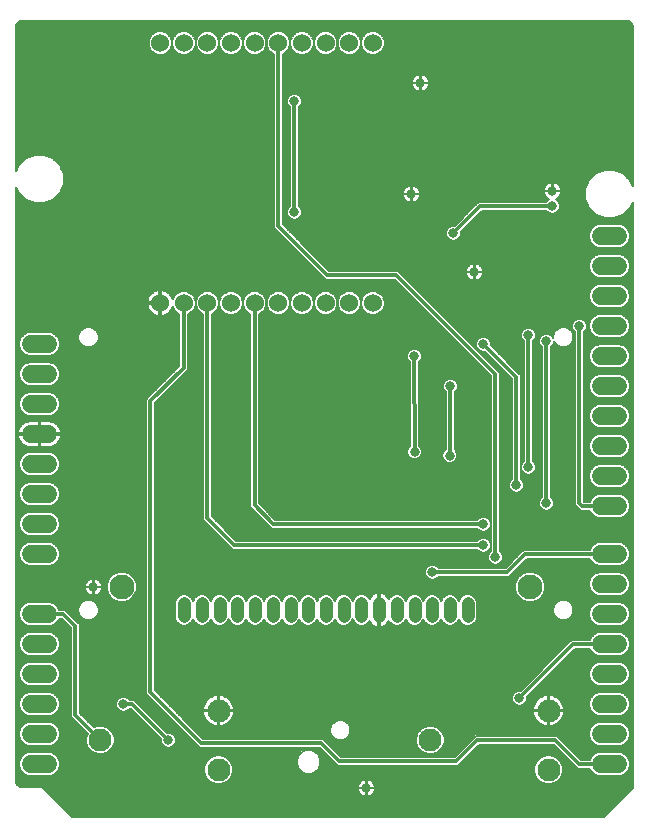
<source format=gbl>
G75*
%MOIN*%
%OFA0B0*%
%FSLAX25Y25*%
%IPPOS*%
%LPD*%
%AMOC8*
5,1,8,0,0,1.08239X$1,22.5*
%
%ADD10C,0.07677*%
%ADD11C,0.08268*%
%ADD12C,0.04362*%
%ADD13C,0.06000*%
%ADD14C,0.05937*%
%ADD15C,0.00600*%
%ADD16C,0.03200*%
%ADD17C,0.01200*%
D10*
X0035315Y0032000D03*
X0074685Y0022157D03*
X0074685Y0041843D03*
X0145315Y0032000D03*
X0184685Y0022157D03*
X0184685Y0041843D03*
D11*
X0178606Y0083039D03*
X0042386Y0083039D03*
D12*
X0063252Y0077543D02*
X0063252Y0073181D01*
X0069157Y0073181D02*
X0069157Y0077543D01*
X0075063Y0077543D02*
X0075063Y0073181D01*
X0080969Y0073181D02*
X0080969Y0077543D01*
X0086874Y0077543D02*
X0086874Y0073181D01*
X0092780Y0073181D02*
X0092780Y0077543D01*
X0098685Y0077543D02*
X0098685Y0073181D01*
X0104591Y0073181D02*
X0104591Y0077543D01*
X0110496Y0077543D02*
X0110496Y0073181D01*
X0116402Y0073181D02*
X0116402Y0077543D01*
X0122307Y0077543D02*
X0122307Y0073181D01*
X0128213Y0073181D02*
X0128213Y0077543D01*
X0134118Y0077543D02*
X0134118Y0073181D01*
X0140024Y0073181D02*
X0140024Y0077543D01*
X0145929Y0077543D02*
X0145929Y0073181D01*
X0151835Y0073181D02*
X0151835Y0077543D01*
X0157740Y0077543D02*
X0157740Y0073181D01*
D13*
X0126126Y0177693D03*
X0118252Y0177693D03*
X0110378Y0177693D03*
X0102504Y0177693D03*
X0094630Y0177693D03*
X0086756Y0177693D03*
X0078882Y0177693D03*
X0071008Y0177693D03*
X0063134Y0177693D03*
X0055260Y0177693D03*
X0055260Y0264307D03*
X0063134Y0264307D03*
X0071008Y0264307D03*
X0078882Y0264307D03*
X0086756Y0264307D03*
X0094630Y0264307D03*
X0102504Y0264307D03*
X0110378Y0264307D03*
X0118252Y0264307D03*
X0126126Y0264307D03*
D14*
X0202031Y0200000D02*
X0207969Y0200000D01*
X0207969Y0190000D02*
X0202031Y0190000D01*
X0202031Y0180000D02*
X0207969Y0180000D01*
X0207969Y0170000D02*
X0202031Y0170000D01*
X0202031Y0160000D02*
X0207969Y0160000D01*
X0207969Y0150000D02*
X0202031Y0150000D01*
X0202031Y0140000D02*
X0207969Y0140000D01*
X0207969Y0130000D02*
X0202031Y0130000D01*
X0202031Y0120000D02*
X0207969Y0120000D01*
X0207969Y0110000D02*
X0202031Y0110000D01*
X0202031Y0094000D02*
X0207969Y0094000D01*
X0207969Y0084000D02*
X0202031Y0084000D01*
X0202031Y0074000D02*
X0207969Y0074000D01*
X0207969Y0064000D02*
X0202031Y0064000D01*
X0202031Y0054000D02*
X0207969Y0054000D01*
X0207969Y0044000D02*
X0202031Y0044000D01*
X0202031Y0034000D02*
X0207969Y0034000D01*
X0207969Y0024000D02*
X0202031Y0024000D01*
X0017969Y0024000D02*
X0012031Y0024000D01*
X0012031Y0034000D02*
X0017969Y0034000D01*
X0017969Y0044000D02*
X0012031Y0044000D01*
X0012031Y0054000D02*
X0017969Y0054000D01*
X0017969Y0064000D02*
X0012031Y0064000D01*
X0012031Y0074000D02*
X0017969Y0074000D01*
X0017969Y0094000D02*
X0012031Y0094000D01*
X0012031Y0104000D02*
X0017969Y0104000D01*
X0017969Y0114000D02*
X0012031Y0114000D01*
X0012031Y0124000D02*
X0017969Y0124000D01*
X0017969Y0134000D02*
X0012031Y0134000D01*
X0012031Y0144000D02*
X0017969Y0144000D01*
X0017969Y0154000D02*
X0012031Y0154000D01*
X0012031Y0164000D02*
X0017969Y0164000D01*
D15*
X0007576Y0017028D02*
X0008028Y0016576D01*
X0008618Y0016331D01*
X0008937Y0016300D01*
X0015953Y0016300D01*
X0017300Y0014953D01*
X0025953Y0006300D01*
X0203047Y0006300D01*
X0212700Y0015953D01*
X0212700Y0211425D01*
X0211866Y0209412D01*
X0209588Y0207134D01*
X0206611Y0205901D01*
X0203389Y0205901D01*
X0200412Y0207134D01*
X0198134Y0209412D01*
X0196901Y0212389D01*
X0196901Y0215611D01*
X0198134Y0218588D01*
X0200412Y0220866D01*
X0203389Y0222099D01*
X0206611Y0222099D01*
X0209588Y0220866D01*
X0211866Y0218588D01*
X0212700Y0216575D01*
X0212700Y0270063D01*
X0212669Y0270382D01*
X0212424Y0270972D01*
X0211972Y0271424D01*
X0211382Y0271669D01*
X0211063Y0271700D01*
X0008937Y0271700D01*
X0008618Y0271669D01*
X0008028Y0271424D01*
X0007576Y0270972D01*
X0007331Y0270382D01*
X0007300Y0270063D01*
X0007300Y0221575D01*
X0008134Y0223588D01*
X0010412Y0225866D01*
X0013389Y0227099D01*
X0016611Y0227099D01*
X0019588Y0225866D01*
X0021866Y0223588D01*
X0023099Y0220611D01*
X0023099Y0217389D01*
X0021866Y0214412D01*
X0019588Y0212134D01*
X0016611Y0210901D01*
X0013389Y0210901D01*
X0010412Y0212134D01*
X0008134Y0214412D01*
X0007300Y0216425D01*
X0007300Y0017937D01*
X0007331Y0017618D01*
X0007576Y0017028D01*
X0007518Y0017167D02*
X0121345Y0017167D01*
X0121430Y0017374D02*
X0121211Y0016846D01*
X0121100Y0016286D01*
X0121100Y0016100D01*
X0123900Y0016100D01*
X0123900Y0018900D01*
X0123714Y0018900D01*
X0123154Y0018789D01*
X0122626Y0018570D01*
X0122151Y0018253D01*
X0121747Y0017849D01*
X0121430Y0017374D01*
X0121692Y0017766D02*
X0076465Y0017766D01*
X0075628Y0017419D02*
X0077369Y0018140D01*
X0078702Y0019473D01*
X0079424Y0021215D01*
X0079424Y0023100D01*
X0078702Y0024842D01*
X0077369Y0026175D01*
X0075628Y0026896D01*
X0073742Y0026896D01*
X0072001Y0026175D01*
X0070668Y0024842D01*
X0069946Y0023100D01*
X0069946Y0021215D01*
X0070668Y0019473D01*
X0072001Y0018140D01*
X0073742Y0017419D01*
X0075628Y0017419D01*
X0077593Y0018364D02*
X0122319Y0018364D01*
X0123900Y0018364D02*
X0124100Y0018364D01*
X0124100Y0018900D02*
X0124286Y0018900D01*
X0124846Y0018789D01*
X0125374Y0018570D01*
X0125849Y0018253D01*
X0126253Y0017849D01*
X0126570Y0017374D01*
X0126789Y0016846D01*
X0126900Y0016286D01*
X0126900Y0016100D01*
X0124100Y0016100D01*
X0124100Y0015900D01*
X0126900Y0015900D01*
X0126900Y0015714D01*
X0126789Y0015154D01*
X0126570Y0014626D01*
X0126253Y0014151D01*
X0125849Y0013747D01*
X0125374Y0013430D01*
X0124846Y0013211D01*
X0124286Y0013100D01*
X0124100Y0013100D01*
X0124100Y0015900D01*
X0123900Y0015900D01*
X0123900Y0013100D01*
X0123714Y0013100D01*
X0123154Y0013211D01*
X0122626Y0013430D01*
X0122151Y0013747D01*
X0121747Y0014151D01*
X0121430Y0014626D01*
X0121211Y0015154D01*
X0121100Y0015714D01*
X0121100Y0015900D01*
X0123900Y0015900D01*
X0123900Y0016100D01*
X0124100Y0016100D01*
X0124100Y0018900D01*
X0124100Y0017766D02*
X0123900Y0017766D01*
X0123900Y0017167D02*
X0124100Y0017167D01*
X0124100Y0016569D02*
X0123900Y0016569D01*
X0123900Y0015970D02*
X0016282Y0015970D01*
X0016881Y0015372D02*
X0121168Y0015372D01*
X0121369Y0014773D02*
X0017479Y0014773D01*
X0018078Y0014175D02*
X0121732Y0014175D01*
X0122408Y0013576D02*
X0018676Y0013576D01*
X0019275Y0012978D02*
X0209725Y0012978D01*
X0210323Y0013576D02*
X0125592Y0013576D01*
X0126268Y0014175D02*
X0210922Y0014175D01*
X0211521Y0014773D02*
X0126631Y0014773D01*
X0126832Y0015372D02*
X0212119Y0015372D01*
X0212700Y0015970D02*
X0124100Y0015970D01*
X0124100Y0015372D02*
X0123900Y0015372D01*
X0123900Y0014773D02*
X0124100Y0014773D01*
X0124100Y0014175D02*
X0123900Y0014175D01*
X0123900Y0013576D02*
X0124100Y0013576D01*
X0126844Y0016569D02*
X0212700Y0016569D01*
X0212700Y0017167D02*
X0126655Y0017167D01*
X0126308Y0017766D02*
X0182905Y0017766D01*
X0183742Y0017419D02*
X0185628Y0017419D01*
X0187369Y0018140D01*
X0188702Y0019473D01*
X0189424Y0021215D01*
X0189424Y0023100D01*
X0188702Y0024842D01*
X0187369Y0026175D01*
X0185628Y0026896D01*
X0183742Y0026896D01*
X0182001Y0026175D01*
X0180668Y0024842D01*
X0179946Y0023100D01*
X0179946Y0021215D01*
X0180668Y0019473D01*
X0182001Y0018140D01*
X0183742Y0017419D01*
X0181777Y0018364D02*
X0125681Y0018364D01*
X0121156Y0016569D02*
X0008045Y0016569D01*
X0007317Y0017766D02*
X0072905Y0017766D01*
X0071777Y0018364D02*
X0007300Y0018364D01*
X0007300Y0018963D02*
X0071178Y0018963D01*
X0070631Y0019561D02*
X0007300Y0019561D01*
X0007300Y0020160D02*
X0011194Y0020160D01*
X0011262Y0020131D02*
X0018738Y0020131D01*
X0020160Y0020720D01*
X0021248Y0021809D01*
X0021837Y0023230D01*
X0021837Y0024769D01*
X0021248Y0026191D01*
X0020160Y0027280D01*
X0018738Y0027868D01*
X0011262Y0027868D01*
X0009840Y0027280D01*
X0008752Y0026191D01*
X0008163Y0024769D01*
X0008163Y0023230D01*
X0008752Y0021809D01*
X0009840Y0020720D01*
X0011262Y0020131D01*
X0009802Y0020758D02*
X0007300Y0020758D01*
X0007300Y0021357D02*
X0009204Y0021357D01*
X0008691Y0021955D02*
X0007300Y0021955D01*
X0007300Y0022554D02*
X0008443Y0022554D01*
X0008195Y0023152D02*
X0007300Y0023152D01*
X0007300Y0023751D02*
X0008163Y0023751D01*
X0008163Y0024349D02*
X0007300Y0024349D01*
X0007300Y0024948D02*
X0008237Y0024948D01*
X0008485Y0025546D02*
X0007300Y0025546D01*
X0007300Y0026145D02*
X0008733Y0026145D01*
X0009304Y0026743D02*
X0007300Y0026743D01*
X0007300Y0027342D02*
X0009991Y0027342D01*
X0007300Y0027940D02*
X0032733Y0027940D01*
X0032631Y0027983D02*
X0034372Y0027261D01*
X0036258Y0027261D01*
X0037999Y0027983D01*
X0039332Y0029316D01*
X0040054Y0031057D01*
X0040054Y0032943D01*
X0039332Y0034684D01*
X0037999Y0036017D01*
X0036258Y0036739D01*
X0034372Y0036739D01*
X0033188Y0036248D01*
X0028500Y0040936D01*
X0028500Y0070621D01*
X0027621Y0071500D01*
X0023621Y0075500D01*
X0021534Y0075500D01*
X0021248Y0076191D01*
X0020160Y0077280D01*
X0018738Y0077868D01*
X0011262Y0077868D01*
X0009840Y0077280D01*
X0008752Y0076191D01*
X0008163Y0074769D01*
X0008163Y0073230D01*
X0008752Y0071809D01*
X0009840Y0070720D01*
X0011262Y0070131D01*
X0018738Y0070131D01*
X0020160Y0070720D01*
X0021248Y0071809D01*
X0021534Y0072500D01*
X0022379Y0072500D01*
X0025500Y0069379D01*
X0025500Y0039694D01*
X0031067Y0034127D01*
X0030576Y0032943D01*
X0030576Y0031057D01*
X0031298Y0029316D01*
X0032631Y0027983D01*
X0032075Y0028539D02*
X0007300Y0028539D01*
X0007300Y0029137D02*
X0031476Y0029137D01*
X0031124Y0029736D02*
X0007300Y0029736D01*
X0007300Y0030334D02*
X0010772Y0030334D01*
X0011262Y0030131D02*
X0009840Y0030720D01*
X0008752Y0031809D01*
X0008163Y0033230D01*
X0008163Y0034769D01*
X0008752Y0036191D01*
X0009840Y0037280D01*
X0011262Y0037868D01*
X0018738Y0037868D01*
X0020160Y0037280D01*
X0021248Y0036191D01*
X0021837Y0034769D01*
X0021837Y0033230D01*
X0021248Y0031809D01*
X0020160Y0030720D01*
X0018738Y0030131D01*
X0011262Y0030131D01*
X0009628Y0030933D02*
X0007300Y0030933D01*
X0007300Y0031532D02*
X0009029Y0031532D01*
X0008619Y0032130D02*
X0007300Y0032130D01*
X0007300Y0032729D02*
X0008371Y0032729D01*
X0008163Y0033327D02*
X0007300Y0033327D01*
X0007300Y0033926D02*
X0008163Y0033926D01*
X0008163Y0034524D02*
X0007300Y0034524D01*
X0007300Y0035123D02*
X0008309Y0035123D01*
X0008557Y0035721D02*
X0007300Y0035721D01*
X0007300Y0036320D02*
X0008880Y0036320D01*
X0009479Y0036918D02*
X0007300Y0036918D01*
X0007300Y0037517D02*
X0010413Y0037517D01*
X0011262Y0040131D02*
X0009840Y0040720D01*
X0008752Y0041809D01*
X0008163Y0043230D01*
X0008163Y0044769D01*
X0008752Y0046191D01*
X0009840Y0047280D01*
X0011262Y0047868D01*
X0018738Y0047868D01*
X0020160Y0047280D01*
X0021248Y0046191D01*
X0021837Y0044769D01*
X0021837Y0043230D01*
X0021248Y0041809D01*
X0020160Y0040720D01*
X0018738Y0040131D01*
X0011262Y0040131D01*
X0010350Y0040509D02*
X0007300Y0040509D01*
X0007300Y0039911D02*
X0025500Y0039911D01*
X0025500Y0040509D02*
X0019650Y0040509D01*
X0020547Y0041108D02*
X0025500Y0041108D01*
X0025500Y0041706D02*
X0021146Y0041706D01*
X0021454Y0042305D02*
X0025500Y0042305D01*
X0025500Y0042903D02*
X0021701Y0042903D01*
X0021837Y0043502D02*
X0025500Y0043502D01*
X0025500Y0044100D02*
X0021837Y0044100D01*
X0021837Y0044699D02*
X0025500Y0044699D01*
X0025500Y0045297D02*
X0021618Y0045297D01*
X0021370Y0045896D02*
X0025500Y0045896D01*
X0025500Y0046494D02*
X0020945Y0046494D01*
X0020347Y0047093D02*
X0025500Y0047093D01*
X0025500Y0047691D02*
X0019166Y0047691D01*
X0018738Y0050131D02*
X0020160Y0050720D01*
X0021248Y0051809D01*
X0021837Y0053230D01*
X0021837Y0054769D01*
X0021248Y0056191D01*
X0020160Y0057280D01*
X0018738Y0057868D01*
X0011262Y0057868D01*
X0009840Y0057280D01*
X0008752Y0056191D01*
X0008163Y0054769D01*
X0008163Y0053230D01*
X0008752Y0051809D01*
X0009840Y0050720D01*
X0011262Y0050131D01*
X0018738Y0050131D01*
X0020072Y0050684D02*
X0025500Y0050684D01*
X0025500Y0051282D02*
X0020722Y0051282D01*
X0021278Y0051881D02*
X0025500Y0051881D01*
X0025500Y0052479D02*
X0021526Y0052479D01*
X0021774Y0053078D02*
X0025500Y0053078D01*
X0025500Y0053676D02*
X0021837Y0053676D01*
X0021837Y0054275D02*
X0025500Y0054275D01*
X0025500Y0054873D02*
X0021794Y0054873D01*
X0021546Y0055472D02*
X0025500Y0055472D01*
X0025500Y0056070D02*
X0021298Y0056070D01*
X0020770Y0056669D02*
X0025500Y0056669D01*
X0025500Y0057268D02*
X0020172Y0057268D01*
X0018744Y0057866D02*
X0025500Y0057866D01*
X0025500Y0058465D02*
X0007300Y0058465D01*
X0007300Y0059063D02*
X0025500Y0059063D01*
X0025500Y0059662D02*
X0007300Y0059662D01*
X0007300Y0060260D02*
X0010952Y0060260D01*
X0011262Y0060131D02*
X0009840Y0060720D01*
X0008752Y0061809D01*
X0008163Y0063230D01*
X0008163Y0064769D01*
X0008752Y0066191D01*
X0009840Y0067280D01*
X0011262Y0067868D01*
X0018738Y0067868D01*
X0020160Y0067280D01*
X0021248Y0066191D01*
X0021837Y0064769D01*
X0021837Y0063230D01*
X0021248Y0061809D01*
X0020160Y0060720D01*
X0018738Y0060131D01*
X0011262Y0060131D01*
X0009702Y0060859D02*
X0007300Y0060859D01*
X0007300Y0061457D02*
X0009104Y0061457D01*
X0008650Y0062056D02*
X0007300Y0062056D01*
X0007300Y0062654D02*
X0008402Y0062654D01*
X0008163Y0063253D02*
X0007300Y0063253D01*
X0007300Y0063851D02*
X0008163Y0063851D01*
X0008163Y0064450D02*
X0007300Y0064450D01*
X0007300Y0065048D02*
X0008278Y0065048D01*
X0008526Y0065647D02*
X0007300Y0065647D01*
X0007300Y0066245D02*
X0008806Y0066245D01*
X0009404Y0066844D02*
X0007300Y0066844D01*
X0007300Y0067442D02*
X0010233Y0067442D01*
X0007300Y0068041D02*
X0025500Y0068041D01*
X0025500Y0068639D02*
X0007300Y0068639D01*
X0007300Y0069238D02*
X0025500Y0069238D01*
X0025042Y0069836D02*
X0007300Y0069836D01*
X0007300Y0070435D02*
X0010530Y0070435D01*
X0009527Y0071033D02*
X0007300Y0071033D01*
X0007300Y0071632D02*
X0008929Y0071632D01*
X0008577Y0072230D02*
X0007300Y0072230D01*
X0007300Y0072829D02*
X0008329Y0072829D01*
X0008163Y0073427D02*
X0007300Y0073427D01*
X0007300Y0074026D02*
X0008163Y0074026D01*
X0008163Y0074624D02*
X0007300Y0074624D01*
X0007300Y0075223D02*
X0008351Y0075223D01*
X0008599Y0075821D02*
X0007300Y0075821D01*
X0007300Y0076420D02*
X0008980Y0076420D01*
X0009579Y0077018D02*
X0007300Y0077018D01*
X0007300Y0077617D02*
X0010655Y0077617D01*
X0007300Y0078215D02*
X0029443Y0078215D01*
X0029451Y0078223D02*
X0028501Y0077274D01*
X0027987Y0076033D01*
X0027987Y0074691D01*
X0028501Y0073451D01*
X0029451Y0072501D01*
X0030691Y0071987D01*
X0032033Y0071987D01*
X0033274Y0072501D01*
X0034223Y0073451D01*
X0034737Y0074691D01*
X0034737Y0076033D01*
X0034223Y0077274D01*
X0033274Y0078223D01*
X0032033Y0078737D01*
X0030691Y0078737D01*
X0029451Y0078223D01*
X0028844Y0077617D02*
X0019345Y0077617D01*
X0020421Y0077018D02*
X0028395Y0077018D01*
X0028147Y0076420D02*
X0021020Y0076420D01*
X0021401Y0075821D02*
X0027987Y0075821D01*
X0027987Y0075223D02*
X0023898Y0075223D01*
X0024497Y0074624D02*
X0028015Y0074624D01*
X0028263Y0074026D02*
X0025095Y0074026D01*
X0025694Y0073427D02*
X0028524Y0073427D01*
X0029123Y0072829D02*
X0026293Y0072829D01*
X0026891Y0072230D02*
X0030105Y0072230D01*
X0028088Y0071033D02*
X0050500Y0071033D01*
X0050500Y0070435D02*
X0028500Y0070435D01*
X0028500Y0069836D02*
X0050500Y0069836D01*
X0050500Y0069238D02*
X0028500Y0069238D01*
X0028500Y0068639D02*
X0050500Y0068639D01*
X0050500Y0068041D02*
X0028500Y0068041D01*
X0028500Y0067442D02*
X0050500Y0067442D01*
X0050500Y0066844D02*
X0028500Y0066844D01*
X0028500Y0066245D02*
X0050500Y0066245D01*
X0050500Y0065647D02*
X0028500Y0065647D01*
X0028500Y0065048D02*
X0050500Y0065048D01*
X0050500Y0064450D02*
X0028500Y0064450D01*
X0028500Y0063851D02*
X0050500Y0063851D01*
X0050500Y0063253D02*
X0028500Y0063253D01*
X0028500Y0062654D02*
X0050500Y0062654D01*
X0050500Y0062056D02*
X0028500Y0062056D01*
X0028500Y0061457D02*
X0050500Y0061457D01*
X0050500Y0060859D02*
X0028500Y0060859D01*
X0028500Y0060260D02*
X0050500Y0060260D01*
X0050500Y0059662D02*
X0028500Y0059662D01*
X0028500Y0059063D02*
X0050500Y0059063D01*
X0050500Y0058465D02*
X0028500Y0058465D01*
X0028500Y0057866D02*
X0050500Y0057866D01*
X0050500Y0057268D02*
X0028500Y0057268D01*
X0028500Y0056669D02*
X0050500Y0056669D01*
X0050500Y0056070D02*
X0028500Y0056070D01*
X0028500Y0055472D02*
X0050500Y0055472D01*
X0050500Y0054873D02*
X0028500Y0054873D01*
X0028500Y0054275D02*
X0050500Y0054275D01*
X0050500Y0053676D02*
X0028500Y0053676D01*
X0028500Y0053078D02*
X0050500Y0053078D01*
X0050500Y0052479D02*
X0028500Y0052479D01*
X0028500Y0051881D02*
X0050500Y0051881D01*
X0050500Y0051282D02*
X0028500Y0051282D01*
X0028500Y0050684D02*
X0050500Y0050684D01*
X0050500Y0050085D02*
X0028500Y0050085D01*
X0028500Y0049487D02*
X0050500Y0049487D01*
X0050500Y0048888D02*
X0028500Y0048888D01*
X0028500Y0048290D02*
X0050500Y0048290D01*
X0050500Y0047691D02*
X0028500Y0047691D01*
X0028500Y0047093D02*
X0050786Y0047093D01*
X0050500Y0047379D02*
X0067500Y0030379D01*
X0068379Y0029500D01*
X0108379Y0029500D01*
X0113500Y0024379D01*
X0114379Y0023500D01*
X0154621Y0023500D01*
X0161621Y0030500D01*
X0186379Y0030500D01*
X0194379Y0022500D01*
X0198466Y0022500D01*
X0198752Y0021809D01*
X0199840Y0020720D01*
X0201262Y0020131D01*
X0208738Y0020131D01*
X0210160Y0020720D01*
X0211248Y0021809D01*
X0211837Y0023230D01*
X0211837Y0024769D01*
X0211248Y0026191D01*
X0210160Y0027280D01*
X0208738Y0027868D01*
X0201262Y0027868D01*
X0199840Y0027280D01*
X0198752Y0026191D01*
X0198466Y0025500D01*
X0195621Y0025500D01*
X0187621Y0033500D01*
X0160379Y0033500D01*
X0153379Y0026500D01*
X0115621Y0026500D01*
X0109621Y0032500D01*
X0069621Y0032500D01*
X0053500Y0048621D01*
X0053500Y0144379D01*
X0063755Y0154634D01*
X0064634Y0155513D01*
X0064634Y0174093D01*
X0065343Y0174387D01*
X0066440Y0175484D01*
X0067034Y0176917D01*
X0067034Y0178469D01*
X0066440Y0179902D01*
X0065343Y0180999D01*
X0063910Y0181593D01*
X0062358Y0181593D01*
X0060925Y0180999D01*
X0059828Y0179902D01*
X0059399Y0178868D01*
X0059245Y0179344D01*
X0058938Y0179947D01*
X0058540Y0180494D01*
X0058061Y0180973D01*
X0057514Y0181371D01*
X0056910Y0181678D01*
X0056267Y0181887D01*
X0055598Y0181993D01*
X0055550Y0181993D01*
X0055550Y0177984D01*
X0054969Y0177984D01*
X0054969Y0181993D01*
X0054921Y0181993D01*
X0054253Y0181887D01*
X0053609Y0181678D01*
X0053006Y0181371D01*
X0052459Y0180973D01*
X0051980Y0180494D01*
X0051582Y0179947D01*
X0051275Y0179344D01*
X0051066Y0178700D01*
X0050960Y0178031D01*
X0050960Y0177983D01*
X0054969Y0177983D01*
X0054969Y0177402D01*
X0050960Y0177402D01*
X0050960Y0177354D01*
X0051066Y0176686D01*
X0051275Y0176042D01*
X0051582Y0175439D01*
X0051980Y0174892D01*
X0052459Y0174413D01*
X0053006Y0174015D01*
X0053609Y0173708D01*
X0054253Y0173499D01*
X0054921Y0173393D01*
X0054969Y0173393D01*
X0054969Y0177402D01*
X0055550Y0177402D01*
X0055550Y0173393D01*
X0055598Y0173393D01*
X0056267Y0173499D01*
X0056910Y0173708D01*
X0057514Y0174015D01*
X0058061Y0174413D01*
X0058540Y0174892D01*
X0058938Y0175439D01*
X0059245Y0176042D01*
X0059399Y0176518D01*
X0059828Y0175484D01*
X0060925Y0174387D01*
X0061634Y0174093D01*
X0061634Y0156755D01*
X0050500Y0145621D01*
X0050500Y0047379D01*
X0051384Y0046494D02*
X0043511Y0046494D01*
X0043497Y0046500D02*
X0042503Y0046500D01*
X0041584Y0046119D01*
X0040881Y0045416D01*
X0040500Y0044497D01*
X0040500Y0043503D01*
X0040881Y0042584D01*
X0041584Y0041881D01*
X0042503Y0041500D01*
X0043497Y0041500D01*
X0044416Y0041881D01*
X0045036Y0042500D01*
X0045379Y0042500D01*
X0055500Y0032379D01*
X0055500Y0031503D01*
X0055881Y0030584D01*
X0056584Y0029881D01*
X0057503Y0029500D01*
X0058497Y0029500D01*
X0059416Y0029881D01*
X0060119Y0030584D01*
X0060500Y0031503D01*
X0060500Y0032497D01*
X0060119Y0033416D01*
X0059416Y0034119D01*
X0058497Y0034500D01*
X0057621Y0034500D01*
X0046621Y0045500D01*
X0045036Y0045500D01*
X0044416Y0046119D01*
X0043497Y0046500D01*
X0042489Y0046494D02*
X0028500Y0046494D01*
X0028500Y0045896D02*
X0041360Y0045896D01*
X0040831Y0045297D02*
X0028500Y0045297D01*
X0028500Y0044699D02*
X0040583Y0044699D01*
X0040500Y0044100D02*
X0028500Y0044100D01*
X0028500Y0043502D02*
X0040500Y0043502D01*
X0040748Y0042903D02*
X0028500Y0042903D01*
X0028500Y0042305D02*
X0041160Y0042305D01*
X0042005Y0041706D02*
X0028500Y0041706D01*
X0028500Y0041108D02*
X0046771Y0041108D01*
X0046172Y0041706D02*
X0043995Y0041706D01*
X0044840Y0042305D02*
X0045574Y0042305D01*
X0047369Y0040509D02*
X0028927Y0040509D01*
X0029526Y0039911D02*
X0047968Y0039911D01*
X0048566Y0039312D02*
X0030124Y0039312D01*
X0030723Y0038714D02*
X0049165Y0038714D01*
X0049764Y0038115D02*
X0031321Y0038115D01*
X0031920Y0037517D02*
X0050362Y0037517D01*
X0050961Y0036918D02*
X0032518Y0036918D01*
X0033117Y0036320D02*
X0033361Y0036320D01*
X0030984Y0033926D02*
X0021837Y0033926D01*
X0021837Y0034524D02*
X0030670Y0034524D01*
X0030071Y0035123D02*
X0021691Y0035123D01*
X0021443Y0035721D02*
X0029473Y0035721D01*
X0028874Y0036320D02*
X0021120Y0036320D01*
X0020521Y0036918D02*
X0028276Y0036918D01*
X0027677Y0037517D02*
X0019587Y0037517D01*
X0021837Y0033327D02*
X0030736Y0033327D01*
X0030576Y0032729D02*
X0021629Y0032729D01*
X0021381Y0032130D02*
X0030576Y0032130D01*
X0030576Y0031532D02*
X0020971Y0031532D01*
X0020372Y0030933D02*
X0030628Y0030933D01*
X0030876Y0030334D02*
X0019228Y0030334D01*
X0020009Y0027342D02*
X0034178Y0027342D01*
X0036452Y0027342D02*
X0101734Y0027342D01*
X0101349Y0026957D02*
X0100745Y0025499D01*
X0100745Y0023922D01*
X0101349Y0022464D01*
X0102464Y0021349D01*
X0103922Y0020745D01*
X0105499Y0020745D01*
X0106957Y0021349D01*
X0108072Y0022464D01*
X0108676Y0023922D01*
X0108676Y0025499D01*
X0108072Y0026957D01*
X0106957Y0028072D01*
X0105499Y0028676D01*
X0103922Y0028676D01*
X0102464Y0028072D01*
X0101349Y0026957D01*
X0101261Y0026743D02*
X0075996Y0026743D01*
X0077399Y0026145D02*
X0101013Y0026145D01*
X0100765Y0025546D02*
X0077997Y0025546D01*
X0078596Y0024948D02*
X0100745Y0024948D01*
X0100745Y0024349D02*
X0078906Y0024349D01*
X0079154Y0023751D02*
X0100816Y0023751D01*
X0101064Y0023152D02*
X0079402Y0023152D01*
X0079424Y0022554D02*
X0101312Y0022554D01*
X0101858Y0021955D02*
X0079424Y0021955D01*
X0079424Y0021357D02*
X0102457Y0021357D01*
X0103890Y0020758D02*
X0079234Y0020758D01*
X0078987Y0020160D02*
X0180383Y0020160D01*
X0180136Y0020758D02*
X0105531Y0020758D01*
X0106965Y0021357D02*
X0179946Y0021357D01*
X0179946Y0021955D02*
X0107563Y0021955D01*
X0108109Y0022554D02*
X0179946Y0022554D01*
X0179968Y0023152D02*
X0108357Y0023152D01*
X0108605Y0023751D02*
X0114128Y0023751D01*
X0113529Y0024349D02*
X0108676Y0024349D01*
X0108676Y0024948D02*
X0112931Y0024948D01*
X0112332Y0025546D02*
X0108656Y0025546D01*
X0108409Y0026145D02*
X0111734Y0026145D01*
X0111135Y0026743D02*
X0108161Y0026743D01*
X0107687Y0027342D02*
X0110537Y0027342D01*
X0109938Y0027940D02*
X0107089Y0027940D01*
X0105830Y0028539D02*
X0109340Y0028539D01*
X0108741Y0029137D02*
X0039154Y0029137D01*
X0039506Y0029736D02*
X0056933Y0029736D01*
X0056130Y0030334D02*
X0039754Y0030334D01*
X0040002Y0030933D02*
X0055736Y0030933D01*
X0055500Y0031532D02*
X0040054Y0031532D01*
X0040054Y0032130D02*
X0055500Y0032130D01*
X0055150Y0032729D02*
X0040054Y0032729D01*
X0039894Y0033327D02*
X0054552Y0033327D01*
X0053953Y0033926D02*
X0039646Y0033926D01*
X0039398Y0034524D02*
X0053355Y0034524D01*
X0052756Y0035123D02*
X0038894Y0035123D01*
X0038295Y0035721D02*
X0052158Y0035721D01*
X0051559Y0036320D02*
X0037269Y0036320D01*
X0038555Y0028539D02*
X0103591Y0028539D01*
X0102333Y0027940D02*
X0037897Y0027940D01*
X0027078Y0038115D02*
X0007300Y0038115D01*
X0007300Y0038714D02*
X0026480Y0038714D01*
X0025881Y0039312D02*
X0007300Y0039312D01*
X0007300Y0041108D02*
X0009453Y0041108D01*
X0008854Y0041706D02*
X0007300Y0041706D01*
X0007300Y0042305D02*
X0008546Y0042305D01*
X0008299Y0042903D02*
X0007300Y0042903D01*
X0007300Y0043502D02*
X0008163Y0043502D01*
X0008163Y0044100D02*
X0007300Y0044100D01*
X0007300Y0044699D02*
X0008163Y0044699D01*
X0008382Y0045297D02*
X0007300Y0045297D01*
X0007300Y0045896D02*
X0008630Y0045896D01*
X0009055Y0046494D02*
X0007300Y0046494D01*
X0007300Y0047093D02*
X0009653Y0047093D01*
X0010834Y0047691D02*
X0007300Y0047691D01*
X0007300Y0048290D02*
X0025500Y0048290D01*
X0025500Y0048888D02*
X0007300Y0048888D01*
X0007300Y0049487D02*
X0025500Y0049487D01*
X0025500Y0050085D02*
X0007300Y0050085D01*
X0007300Y0050684D02*
X0009928Y0050684D01*
X0009278Y0051282D02*
X0007300Y0051282D01*
X0007300Y0051881D02*
X0008722Y0051881D01*
X0008474Y0052479D02*
X0007300Y0052479D01*
X0007300Y0053078D02*
X0008226Y0053078D01*
X0008163Y0053676D02*
X0007300Y0053676D01*
X0007300Y0054275D02*
X0008163Y0054275D01*
X0008206Y0054873D02*
X0007300Y0054873D01*
X0007300Y0055472D02*
X0008454Y0055472D01*
X0008702Y0056070D02*
X0007300Y0056070D01*
X0007300Y0056669D02*
X0009230Y0056669D01*
X0009828Y0057268D02*
X0007300Y0057268D01*
X0007300Y0057866D02*
X0011256Y0057866D01*
X0019048Y0060260D02*
X0025500Y0060260D01*
X0025500Y0060859D02*
X0020298Y0060859D01*
X0020896Y0061457D02*
X0025500Y0061457D01*
X0025500Y0062056D02*
X0021350Y0062056D01*
X0021598Y0062654D02*
X0025500Y0062654D01*
X0025500Y0063253D02*
X0021837Y0063253D01*
X0021837Y0063851D02*
X0025500Y0063851D01*
X0025500Y0064450D02*
X0021837Y0064450D01*
X0021722Y0065048D02*
X0025500Y0065048D01*
X0025500Y0065647D02*
X0021474Y0065647D01*
X0021194Y0066245D02*
X0025500Y0066245D01*
X0025500Y0066844D02*
X0020596Y0066844D01*
X0019767Y0067442D02*
X0025500Y0067442D01*
X0024444Y0070435D02*
X0019470Y0070435D01*
X0020473Y0071033D02*
X0023845Y0071033D01*
X0023247Y0071632D02*
X0021071Y0071632D01*
X0021423Y0072230D02*
X0022648Y0072230D01*
X0027490Y0071632D02*
X0050500Y0071632D01*
X0050500Y0072230D02*
X0032620Y0072230D01*
X0033601Y0072829D02*
X0050500Y0072829D01*
X0050500Y0073427D02*
X0034200Y0073427D01*
X0034462Y0074026D02*
X0050500Y0074026D01*
X0050500Y0074624D02*
X0034709Y0074624D01*
X0034737Y0075223D02*
X0050500Y0075223D01*
X0050500Y0075821D02*
X0034737Y0075821D01*
X0034577Y0076420D02*
X0050500Y0076420D01*
X0050500Y0077018D02*
X0034329Y0077018D01*
X0033880Y0077617D02*
X0050500Y0077617D01*
X0050500Y0078215D02*
X0043894Y0078215D01*
X0043387Y0078006D02*
X0045237Y0078772D01*
X0046653Y0080188D01*
X0047420Y0082038D01*
X0047420Y0084041D01*
X0046653Y0085891D01*
X0045237Y0087307D01*
X0043387Y0088073D01*
X0041385Y0088073D01*
X0039534Y0087307D01*
X0038118Y0085891D01*
X0037352Y0084041D01*
X0037352Y0082038D01*
X0038118Y0080188D01*
X0039534Y0078772D01*
X0041385Y0078006D01*
X0043387Y0078006D01*
X0045279Y0078814D02*
X0050500Y0078814D01*
X0050500Y0079412D02*
X0045878Y0079412D01*
X0046476Y0080011D02*
X0050500Y0080011D01*
X0050500Y0080609D02*
X0046828Y0080609D01*
X0047076Y0081208D02*
X0050500Y0081208D01*
X0050500Y0081806D02*
X0047324Y0081806D01*
X0047420Y0082405D02*
X0050500Y0082405D01*
X0050500Y0083003D02*
X0047420Y0083003D01*
X0047420Y0083602D02*
X0050500Y0083602D01*
X0050500Y0084201D02*
X0047353Y0084201D01*
X0047106Y0084799D02*
X0050500Y0084799D01*
X0050500Y0085398D02*
X0046858Y0085398D01*
X0046548Y0085996D02*
X0050500Y0085996D01*
X0050500Y0086595D02*
X0045950Y0086595D01*
X0045351Y0087193D02*
X0050500Y0087193D01*
X0050500Y0087792D02*
X0044067Y0087792D01*
X0040705Y0087792D02*
X0007300Y0087792D01*
X0007300Y0088390D02*
X0050500Y0088390D01*
X0050500Y0088989D02*
X0007300Y0088989D01*
X0007300Y0089587D02*
X0050500Y0089587D01*
X0050500Y0090186D02*
X0018869Y0090186D01*
X0018738Y0090131D02*
X0020160Y0090720D01*
X0021248Y0091809D01*
X0021837Y0093230D01*
X0021837Y0094769D01*
X0021248Y0096191D01*
X0020160Y0097280D01*
X0018738Y0097868D01*
X0011262Y0097868D01*
X0009840Y0097280D01*
X0008752Y0096191D01*
X0008163Y0094769D01*
X0008163Y0093230D01*
X0008752Y0091809D01*
X0009840Y0090720D01*
X0011262Y0090131D01*
X0018738Y0090131D01*
X0020224Y0090784D02*
X0050500Y0090784D01*
X0050500Y0091383D02*
X0020822Y0091383D01*
X0021320Y0091981D02*
X0050500Y0091981D01*
X0050500Y0092580D02*
X0021567Y0092580D01*
X0021815Y0093178D02*
X0050500Y0093178D01*
X0050500Y0093777D02*
X0021837Y0093777D01*
X0021837Y0094375D02*
X0050500Y0094375D01*
X0050500Y0094974D02*
X0021752Y0094974D01*
X0021505Y0095572D02*
X0050500Y0095572D01*
X0050500Y0096171D02*
X0021257Y0096171D01*
X0020670Y0096769D02*
X0050500Y0096769D01*
X0050500Y0097368D02*
X0019947Y0097368D01*
X0018738Y0100131D02*
X0020160Y0100720D01*
X0021248Y0101809D01*
X0021837Y0103230D01*
X0021837Y0104769D01*
X0021248Y0106191D01*
X0020160Y0107280D01*
X0018738Y0107868D01*
X0011262Y0107868D01*
X0009840Y0107280D01*
X0008752Y0106191D01*
X0008163Y0104769D01*
X0008163Y0103230D01*
X0008752Y0101809D01*
X0009840Y0100720D01*
X0011262Y0100131D01*
X0018738Y0100131D01*
X0019290Y0100360D02*
X0050500Y0100360D01*
X0050500Y0099762D02*
X0007300Y0099762D01*
X0007300Y0100360D02*
X0010710Y0100360D01*
X0009602Y0100959D02*
X0007300Y0100959D01*
X0007300Y0101557D02*
X0009003Y0101557D01*
X0008608Y0102156D02*
X0007300Y0102156D01*
X0007300Y0102754D02*
X0008360Y0102754D01*
X0008163Y0103353D02*
X0007300Y0103353D01*
X0007300Y0103951D02*
X0008163Y0103951D01*
X0008163Y0104550D02*
X0007300Y0104550D01*
X0007300Y0105148D02*
X0008320Y0105148D01*
X0008568Y0105747D02*
X0007300Y0105747D01*
X0007300Y0106345D02*
X0008906Y0106345D01*
X0009505Y0106944D02*
X0007300Y0106944D01*
X0007300Y0107542D02*
X0010475Y0107542D01*
X0011262Y0110131D02*
X0009840Y0110720D01*
X0008752Y0111809D01*
X0008163Y0113230D01*
X0008163Y0114769D01*
X0008752Y0116191D01*
X0009840Y0117280D01*
X0011262Y0117868D01*
X0018738Y0117868D01*
X0020160Y0117280D01*
X0021248Y0116191D01*
X0021837Y0114769D01*
X0021837Y0113230D01*
X0021248Y0111809D01*
X0020160Y0110720D01*
X0018738Y0110131D01*
X0011262Y0110131D01*
X0010288Y0110535D02*
X0007300Y0110535D01*
X0007300Y0109937D02*
X0050500Y0109937D01*
X0050500Y0110535D02*
X0019712Y0110535D01*
X0020573Y0111134D02*
X0050500Y0111134D01*
X0050500Y0111732D02*
X0021171Y0111732D01*
X0021464Y0112331D02*
X0050500Y0112331D01*
X0050500Y0112929D02*
X0021712Y0112929D01*
X0021837Y0113528D02*
X0050500Y0113528D01*
X0050500Y0114126D02*
X0021837Y0114126D01*
X0021837Y0114725D02*
X0050500Y0114725D01*
X0050500Y0115323D02*
X0021608Y0115323D01*
X0021360Y0115922D02*
X0050500Y0115922D01*
X0050500Y0116520D02*
X0020919Y0116520D01*
X0020321Y0117119D02*
X0050500Y0117119D01*
X0050500Y0117717D02*
X0019103Y0117717D01*
X0018738Y0120131D02*
X0020160Y0120720D01*
X0021248Y0121809D01*
X0021837Y0123230D01*
X0021837Y0124769D01*
X0021248Y0126191D01*
X0020160Y0127280D01*
X0018738Y0127868D01*
X0011262Y0127868D01*
X0009840Y0127280D01*
X0008752Y0126191D01*
X0008163Y0124769D01*
X0008163Y0123230D01*
X0008752Y0121809D01*
X0009840Y0120720D01*
X0011262Y0120131D01*
X0018738Y0120131D01*
X0020134Y0120710D02*
X0050500Y0120710D01*
X0050500Y0121308D02*
X0020748Y0121308D01*
X0021289Y0121907D02*
X0050500Y0121907D01*
X0050500Y0122505D02*
X0021537Y0122505D01*
X0021784Y0123104D02*
X0050500Y0123104D01*
X0050500Y0123702D02*
X0021837Y0123702D01*
X0021837Y0124301D02*
X0050500Y0124301D01*
X0050500Y0124899D02*
X0021783Y0124899D01*
X0021535Y0125498D02*
X0050500Y0125498D01*
X0050500Y0126096D02*
X0021287Y0126096D01*
X0020745Y0126695D02*
X0050500Y0126695D01*
X0050500Y0127293D02*
X0020127Y0127293D01*
X0018968Y0129837D02*
X0019607Y0130044D01*
X0020206Y0130349D01*
X0020749Y0130744D01*
X0021224Y0131219D01*
X0021619Y0131763D01*
X0021924Y0132361D01*
X0022132Y0133000D01*
X0022237Y0133664D01*
X0022237Y0133700D01*
X0015300Y0133700D01*
X0015300Y0134300D01*
X0014700Y0134300D01*
X0014700Y0138268D01*
X0011696Y0138268D01*
X0011032Y0138163D01*
X0010393Y0137956D01*
X0009794Y0137651D01*
X0009251Y0137256D01*
X0008776Y0136781D01*
X0008381Y0136237D01*
X0008076Y0135639D01*
X0007868Y0135000D01*
X0007763Y0134336D01*
X0007763Y0134300D01*
X0014700Y0134300D01*
X0014700Y0133700D01*
X0015300Y0133700D01*
X0015300Y0129731D01*
X0018304Y0129731D01*
X0018968Y0129837D01*
X0020081Y0130286D02*
X0050500Y0130286D01*
X0050500Y0130884D02*
X0020889Y0130884D01*
X0021416Y0131483D02*
X0050500Y0131483D01*
X0050500Y0132081D02*
X0021782Y0132081D01*
X0022028Y0132680D02*
X0050500Y0132680D01*
X0050500Y0133278D02*
X0022176Y0133278D01*
X0022237Y0134300D02*
X0022237Y0134336D01*
X0022132Y0135000D01*
X0021924Y0135639D01*
X0021619Y0136237D01*
X0021224Y0136781D01*
X0020749Y0137256D01*
X0020206Y0137651D01*
X0019607Y0137956D01*
X0018968Y0138163D01*
X0018304Y0138268D01*
X0015300Y0138268D01*
X0015300Y0134300D01*
X0022237Y0134300D01*
X0022215Y0134475D02*
X0050500Y0134475D01*
X0050500Y0133877D02*
X0015300Y0133877D01*
X0015300Y0134475D02*
X0014700Y0134475D01*
X0014700Y0133877D02*
X0007300Y0133877D01*
X0007763Y0133700D02*
X0007763Y0133664D01*
X0007868Y0133000D01*
X0008076Y0132361D01*
X0008381Y0131763D01*
X0008776Y0131219D01*
X0009251Y0130744D01*
X0009794Y0130349D01*
X0010393Y0130044D01*
X0011032Y0129837D01*
X0011696Y0129731D01*
X0014700Y0129731D01*
X0014700Y0133700D01*
X0007763Y0133700D01*
X0007824Y0133278D02*
X0007300Y0133278D01*
X0007300Y0132680D02*
X0007972Y0132680D01*
X0008218Y0132081D02*
X0007300Y0132081D01*
X0007300Y0131483D02*
X0008584Y0131483D01*
X0009111Y0130884D02*
X0007300Y0130884D01*
X0007300Y0130286D02*
X0009919Y0130286D01*
X0007300Y0129687D02*
X0050500Y0129687D01*
X0050500Y0129089D02*
X0007300Y0129089D01*
X0007300Y0128490D02*
X0050500Y0128490D01*
X0050500Y0127892D02*
X0007300Y0127892D01*
X0007300Y0127293D02*
X0009873Y0127293D01*
X0009255Y0126695D02*
X0007300Y0126695D01*
X0007300Y0126096D02*
X0008713Y0126096D01*
X0008465Y0125498D02*
X0007300Y0125498D01*
X0007300Y0124899D02*
X0008217Y0124899D01*
X0008163Y0124301D02*
X0007300Y0124301D01*
X0007300Y0123702D02*
X0008163Y0123702D01*
X0008215Y0123104D02*
X0007300Y0123104D01*
X0007300Y0122505D02*
X0008463Y0122505D01*
X0008711Y0121907D02*
X0007300Y0121907D01*
X0007300Y0121308D02*
X0009252Y0121308D01*
X0009866Y0120710D02*
X0007300Y0120710D01*
X0007300Y0120111D02*
X0050500Y0120111D01*
X0050500Y0119513D02*
X0007300Y0119513D01*
X0007300Y0118914D02*
X0050500Y0118914D01*
X0050500Y0118316D02*
X0007300Y0118316D01*
X0007300Y0117717D02*
X0010897Y0117717D01*
X0009679Y0117119D02*
X0007300Y0117119D01*
X0007300Y0116520D02*
X0009081Y0116520D01*
X0008640Y0115922D02*
X0007300Y0115922D01*
X0007300Y0115323D02*
X0008392Y0115323D01*
X0008163Y0114725D02*
X0007300Y0114725D01*
X0007300Y0114126D02*
X0008163Y0114126D01*
X0008163Y0113528D02*
X0007300Y0113528D01*
X0007300Y0112929D02*
X0008288Y0112929D01*
X0008536Y0112331D02*
X0007300Y0112331D01*
X0007300Y0111732D02*
X0008829Y0111732D01*
X0009427Y0111134D02*
X0007300Y0111134D01*
X0007300Y0109338D02*
X0050500Y0109338D01*
X0050500Y0108739D02*
X0007300Y0108739D01*
X0007300Y0108141D02*
X0050500Y0108141D01*
X0050500Y0107542D02*
X0019525Y0107542D01*
X0020495Y0106944D02*
X0050500Y0106944D01*
X0050500Y0106345D02*
X0021094Y0106345D01*
X0021432Y0105747D02*
X0050500Y0105747D01*
X0050500Y0105148D02*
X0021680Y0105148D01*
X0021837Y0104550D02*
X0050500Y0104550D01*
X0050500Y0103951D02*
X0021837Y0103951D01*
X0021837Y0103353D02*
X0050500Y0103353D01*
X0050500Y0102754D02*
X0021640Y0102754D01*
X0021392Y0102156D02*
X0050500Y0102156D01*
X0050500Y0101557D02*
X0020997Y0101557D01*
X0020398Y0100959D02*
X0050500Y0100959D01*
X0050500Y0099163D02*
X0007300Y0099163D01*
X0007300Y0098565D02*
X0050500Y0098565D01*
X0050500Y0097966D02*
X0007300Y0097966D01*
X0007300Y0097368D02*
X0010053Y0097368D01*
X0009330Y0096769D02*
X0007300Y0096769D01*
X0007300Y0096171D02*
X0008743Y0096171D01*
X0008495Y0095572D02*
X0007300Y0095572D01*
X0007300Y0094974D02*
X0008248Y0094974D01*
X0008163Y0094375D02*
X0007300Y0094375D01*
X0007300Y0093777D02*
X0008163Y0093777D01*
X0008185Y0093178D02*
X0007300Y0093178D01*
X0007300Y0092580D02*
X0008433Y0092580D01*
X0008680Y0091981D02*
X0007300Y0091981D01*
X0007300Y0091383D02*
X0009178Y0091383D01*
X0009776Y0090784D02*
X0007300Y0090784D01*
X0007300Y0090186D02*
X0011131Y0090186D01*
X0007300Y0087193D02*
X0039421Y0087193D01*
X0038822Y0086595D02*
X0007300Y0086595D01*
X0007300Y0085996D02*
X0038224Y0085996D01*
X0037914Y0085398D02*
X0034632Y0085398D01*
X0034849Y0085253D02*
X0034374Y0085570D01*
X0033846Y0085789D01*
X0033286Y0085900D01*
X0033100Y0085900D01*
X0033100Y0083100D01*
X0035900Y0083100D01*
X0035900Y0083286D01*
X0035789Y0083846D01*
X0035570Y0084374D01*
X0035253Y0084849D01*
X0034849Y0085253D01*
X0035286Y0084799D02*
X0037666Y0084799D01*
X0037418Y0084201D02*
X0035642Y0084201D01*
X0035837Y0083602D02*
X0037352Y0083602D01*
X0037352Y0083003D02*
X0033100Y0083003D01*
X0033100Y0083100D02*
X0033100Y0082900D01*
X0035900Y0082900D01*
X0035900Y0082714D01*
X0035789Y0082154D01*
X0035570Y0081626D01*
X0035253Y0081151D01*
X0034849Y0080747D01*
X0034374Y0080430D01*
X0033846Y0080211D01*
X0033286Y0080100D01*
X0033100Y0080100D01*
X0033100Y0082900D01*
X0032900Y0082900D01*
X0032900Y0080100D01*
X0032714Y0080100D01*
X0032154Y0080211D01*
X0031626Y0080430D01*
X0031151Y0080747D01*
X0030747Y0081151D01*
X0030430Y0081626D01*
X0030211Y0082154D01*
X0030100Y0082714D01*
X0030100Y0082900D01*
X0032900Y0082900D01*
X0032900Y0083100D01*
X0032900Y0085900D01*
X0032714Y0085900D01*
X0032154Y0085789D01*
X0031626Y0085570D01*
X0031151Y0085253D01*
X0030747Y0084849D01*
X0030430Y0084374D01*
X0030211Y0083846D01*
X0030100Y0083286D01*
X0030100Y0083100D01*
X0032900Y0083100D01*
X0033100Y0083100D01*
X0032900Y0083003D02*
X0007300Y0083003D01*
X0007300Y0082405D02*
X0030162Y0082405D01*
X0030355Y0081806D02*
X0007300Y0081806D01*
X0007300Y0081208D02*
X0030710Y0081208D01*
X0031358Y0080609D02*
X0007300Y0080609D01*
X0007300Y0080011D02*
X0038295Y0080011D01*
X0037944Y0080609D02*
X0034642Y0080609D01*
X0035290Y0081208D02*
X0037696Y0081208D01*
X0037448Y0081806D02*
X0035645Y0081806D01*
X0035838Y0082405D02*
X0037352Y0082405D01*
X0038894Y0079412D02*
X0007300Y0079412D01*
X0007300Y0078814D02*
X0039492Y0078814D01*
X0040878Y0078215D02*
X0033282Y0078215D01*
X0033100Y0080609D02*
X0032900Y0080609D01*
X0032900Y0081208D02*
X0033100Y0081208D01*
X0033100Y0081806D02*
X0032900Y0081806D01*
X0032900Y0082405D02*
X0033100Y0082405D01*
X0033100Y0083602D02*
X0032900Y0083602D01*
X0032900Y0084201D02*
X0033100Y0084201D01*
X0033100Y0084799D02*
X0032900Y0084799D01*
X0032900Y0085398D02*
X0033100Y0085398D01*
X0031368Y0085398D02*
X0007300Y0085398D01*
X0007300Y0084799D02*
X0030714Y0084799D01*
X0030358Y0084201D02*
X0007300Y0084201D01*
X0007300Y0083602D02*
X0030163Y0083602D01*
X0053500Y0083602D02*
X0173572Y0083602D01*
X0173572Y0084041D02*
X0173572Y0082038D01*
X0174339Y0080188D01*
X0175755Y0078772D01*
X0177605Y0078006D01*
X0179608Y0078006D01*
X0181458Y0078772D01*
X0182874Y0080188D01*
X0183640Y0082038D01*
X0183640Y0084041D01*
X0182874Y0085891D01*
X0181458Y0087307D01*
X0179608Y0088073D01*
X0177605Y0088073D01*
X0175755Y0087307D01*
X0174339Y0085891D01*
X0173572Y0084041D01*
X0173639Y0084201D02*
X0053500Y0084201D01*
X0053500Y0084799D02*
X0173887Y0084799D01*
X0174134Y0085398D02*
X0053500Y0085398D01*
X0053500Y0085996D02*
X0144468Y0085996D01*
X0144584Y0085881D02*
X0145503Y0085500D01*
X0146497Y0085500D01*
X0147416Y0085881D01*
X0148036Y0086500D01*
X0171621Y0086500D01*
X0177621Y0092500D01*
X0198466Y0092500D01*
X0198752Y0091809D01*
X0199840Y0090720D01*
X0201262Y0090131D01*
X0208738Y0090131D01*
X0210160Y0090720D01*
X0211248Y0091809D01*
X0211837Y0093230D01*
X0211837Y0094769D01*
X0211248Y0096191D01*
X0210160Y0097280D01*
X0208738Y0097868D01*
X0201262Y0097868D01*
X0199840Y0097280D01*
X0198752Y0096191D01*
X0198466Y0095500D01*
X0176379Y0095500D01*
X0175500Y0094621D01*
X0170379Y0089500D01*
X0148036Y0089500D01*
X0147416Y0090119D01*
X0146497Y0090500D01*
X0145503Y0090500D01*
X0144584Y0090119D01*
X0143881Y0089416D01*
X0143500Y0088497D01*
X0143500Y0087503D01*
X0143881Y0086584D01*
X0144584Y0085881D01*
X0143876Y0086595D02*
X0053500Y0086595D01*
X0053500Y0087193D02*
X0143628Y0087193D01*
X0143500Y0087792D02*
X0053500Y0087792D01*
X0053500Y0088390D02*
X0143500Y0088390D01*
X0143704Y0088989D02*
X0053500Y0088989D01*
X0053500Y0089587D02*
X0144052Y0089587D01*
X0144744Y0090186D02*
X0053500Y0090186D01*
X0053500Y0090784D02*
X0165817Y0090784D01*
X0165584Y0090881D02*
X0166503Y0090500D01*
X0167497Y0090500D01*
X0168416Y0090881D01*
X0169119Y0091584D01*
X0169500Y0092503D01*
X0169500Y0093497D01*
X0169119Y0094416D01*
X0168500Y0095036D01*
X0168500Y0154621D01*
X0167621Y0155500D01*
X0134621Y0188500D01*
X0111621Y0188500D01*
X0106621Y0193500D01*
X0096130Y0203991D01*
X0096130Y0260707D01*
X0096839Y0261001D01*
X0097936Y0262098D01*
X0098530Y0263531D01*
X0098530Y0265083D01*
X0097936Y0266516D01*
X0096839Y0267613D01*
X0095406Y0268207D01*
X0093854Y0268207D01*
X0092421Y0267613D01*
X0091324Y0266516D01*
X0090730Y0265083D01*
X0090730Y0263531D01*
X0091324Y0262098D01*
X0092421Y0261001D01*
X0093130Y0260707D01*
X0093130Y0202749D01*
X0104500Y0191379D01*
X0109500Y0186379D01*
X0110379Y0185500D01*
X0133379Y0185500D01*
X0165500Y0153379D01*
X0165500Y0095036D01*
X0164881Y0094416D01*
X0164500Y0093497D01*
X0164500Y0092503D01*
X0164881Y0091584D01*
X0165584Y0090881D01*
X0165082Y0091383D02*
X0053500Y0091383D01*
X0053500Y0091981D02*
X0164716Y0091981D01*
X0164500Y0092580D02*
X0053500Y0092580D01*
X0053500Y0093178D02*
X0164500Y0093178D01*
X0164616Y0093777D02*
X0053500Y0093777D01*
X0053500Y0094375D02*
X0164864Y0094375D01*
X0164416Y0094881D02*
X0165119Y0095584D01*
X0165500Y0096503D01*
X0165500Y0097497D01*
X0165119Y0098416D01*
X0164416Y0099119D01*
X0163497Y0099500D01*
X0162503Y0099500D01*
X0161584Y0099119D01*
X0160964Y0098500D01*
X0080621Y0098500D01*
X0072508Y0106613D01*
X0072508Y0174093D01*
X0073217Y0174387D01*
X0074314Y0175484D01*
X0074908Y0176917D01*
X0074908Y0178469D01*
X0074314Y0179902D01*
X0073217Y0180999D01*
X0071784Y0181593D01*
X0070232Y0181593D01*
X0068799Y0180999D01*
X0067702Y0179902D01*
X0067108Y0178469D01*
X0067108Y0176917D01*
X0067702Y0175484D01*
X0068799Y0174387D01*
X0069508Y0174093D01*
X0069508Y0105371D01*
X0070387Y0104492D01*
X0079379Y0095500D01*
X0080621Y0095500D01*
X0160964Y0095500D01*
X0161584Y0094881D01*
X0162503Y0094500D01*
X0163497Y0094500D01*
X0164416Y0094881D01*
X0164509Y0094974D02*
X0165438Y0094974D01*
X0165500Y0095572D02*
X0165108Y0095572D01*
X0165362Y0096171D02*
X0165500Y0096171D01*
X0165500Y0096769D02*
X0165500Y0096769D01*
X0165500Y0097368D02*
X0165500Y0097368D01*
X0165500Y0097966D02*
X0165306Y0097966D01*
X0165500Y0098565D02*
X0164971Y0098565D01*
X0165500Y0099163D02*
X0164310Y0099163D01*
X0165500Y0099762D02*
X0079359Y0099762D01*
X0078761Y0100360D02*
X0165500Y0100360D01*
X0165500Y0100959D02*
X0078162Y0100959D01*
X0077564Y0101557D02*
X0162364Y0101557D01*
X0162503Y0101500D02*
X0163497Y0101500D01*
X0164416Y0101881D01*
X0165119Y0102584D01*
X0165500Y0103503D01*
X0165500Y0104497D01*
X0165119Y0105416D01*
X0164416Y0106119D01*
X0163497Y0106500D01*
X0162503Y0106500D01*
X0161584Y0106119D01*
X0160964Y0105500D01*
X0093621Y0105500D01*
X0088256Y0110865D01*
X0088256Y0174093D01*
X0088965Y0174387D01*
X0090062Y0175484D01*
X0090656Y0176917D01*
X0090656Y0178469D01*
X0090062Y0179902D01*
X0088965Y0180999D01*
X0087532Y0181593D01*
X0085980Y0181593D01*
X0084547Y0180999D01*
X0083450Y0179902D01*
X0082856Y0178469D01*
X0082856Y0176917D01*
X0083450Y0175484D01*
X0084547Y0174387D01*
X0085256Y0174093D01*
X0085256Y0109623D01*
X0086135Y0108744D01*
X0092379Y0102500D01*
X0160964Y0102500D01*
X0161584Y0101881D01*
X0162503Y0101500D01*
X0163636Y0101557D02*
X0165500Y0101557D01*
X0165500Y0102156D02*
X0164691Y0102156D01*
X0165190Y0102754D02*
X0165500Y0102754D01*
X0165500Y0103353D02*
X0165438Y0103353D01*
X0165500Y0103951D02*
X0165500Y0103951D01*
X0165478Y0104550D02*
X0165500Y0104550D01*
X0165500Y0105148D02*
X0165230Y0105148D01*
X0165500Y0105747D02*
X0164789Y0105747D01*
X0165500Y0106345D02*
X0163870Y0106345D01*
X0165500Y0106944D02*
X0092177Y0106944D01*
X0091579Y0107542D02*
X0165500Y0107542D01*
X0165500Y0108141D02*
X0090980Y0108141D01*
X0090382Y0108739D02*
X0165500Y0108739D01*
X0165500Y0109338D02*
X0089783Y0109338D01*
X0089185Y0109937D02*
X0165500Y0109937D01*
X0165500Y0110535D02*
X0088586Y0110535D01*
X0088256Y0111134D02*
X0165500Y0111134D01*
X0165500Y0111732D02*
X0088256Y0111732D01*
X0088256Y0112331D02*
X0165500Y0112331D01*
X0165500Y0112929D02*
X0088256Y0112929D01*
X0088256Y0113528D02*
X0165500Y0113528D01*
X0165500Y0114126D02*
X0088256Y0114126D01*
X0088256Y0114725D02*
X0165500Y0114725D01*
X0165500Y0115323D02*
X0088256Y0115323D01*
X0088256Y0115922D02*
X0165500Y0115922D01*
X0165500Y0116520D02*
X0088256Y0116520D01*
X0088256Y0117119D02*
X0165500Y0117119D01*
X0165500Y0117717D02*
X0088256Y0117717D01*
X0088256Y0118316D02*
X0165500Y0118316D01*
X0165500Y0118914D02*
X0088256Y0118914D01*
X0088256Y0119513D02*
X0165500Y0119513D01*
X0165500Y0120111D02*
X0088256Y0120111D01*
X0088256Y0120710D02*
X0165500Y0120710D01*
X0165500Y0121308D02*
X0088256Y0121308D01*
X0088256Y0121907D02*
X0165500Y0121907D01*
X0165500Y0122505D02*
X0088256Y0122505D01*
X0088256Y0123104D02*
X0165500Y0123104D01*
X0165500Y0123702D02*
X0088256Y0123702D01*
X0088256Y0124301D02*
X0165500Y0124301D01*
X0165500Y0124899D02*
X0153435Y0124899D01*
X0153251Y0124715D02*
X0153954Y0125419D01*
X0154335Y0126337D01*
X0154335Y0127332D01*
X0153954Y0128251D01*
X0153349Y0128856D01*
X0153485Y0147950D01*
X0154119Y0148584D01*
X0154500Y0149503D01*
X0154500Y0150497D01*
X0154119Y0151416D01*
X0153416Y0152119D01*
X0152497Y0152500D01*
X0151503Y0152500D01*
X0150584Y0152119D01*
X0149881Y0151416D01*
X0149500Y0150497D01*
X0149500Y0149503D01*
X0149881Y0148584D01*
X0150486Y0147979D01*
X0150349Y0128885D01*
X0149715Y0128251D01*
X0149335Y0127332D01*
X0149335Y0126337D01*
X0149715Y0125419D01*
X0150419Y0124715D01*
X0151337Y0124335D01*
X0152332Y0124335D01*
X0153251Y0124715D01*
X0153987Y0125498D02*
X0165500Y0125498D01*
X0165500Y0126096D02*
X0154235Y0126096D01*
X0154335Y0126695D02*
X0165500Y0126695D01*
X0165500Y0127293D02*
X0154335Y0127293D01*
X0154103Y0127892D02*
X0165500Y0127892D01*
X0165500Y0128490D02*
X0153714Y0128490D01*
X0153351Y0129089D02*
X0165500Y0129089D01*
X0165500Y0129687D02*
X0153355Y0129687D01*
X0153359Y0130286D02*
X0165500Y0130286D01*
X0165500Y0130884D02*
X0153364Y0130884D01*
X0153368Y0131483D02*
X0165500Y0131483D01*
X0165500Y0132081D02*
X0153372Y0132081D01*
X0153376Y0132680D02*
X0165500Y0132680D01*
X0165500Y0133278D02*
X0153381Y0133278D01*
X0153385Y0133877D02*
X0165500Y0133877D01*
X0165500Y0134475D02*
X0153389Y0134475D01*
X0153393Y0135074D02*
X0165500Y0135074D01*
X0165500Y0135672D02*
X0153398Y0135672D01*
X0153402Y0136271D02*
X0165500Y0136271D01*
X0165500Y0136870D02*
X0153406Y0136870D01*
X0153411Y0137468D02*
X0165500Y0137468D01*
X0165500Y0138067D02*
X0153415Y0138067D01*
X0153419Y0138665D02*
X0165500Y0138665D01*
X0165500Y0139264D02*
X0153423Y0139264D01*
X0153428Y0139862D02*
X0165500Y0139862D01*
X0165500Y0140461D02*
X0153432Y0140461D01*
X0153436Y0141059D02*
X0165500Y0141059D01*
X0165500Y0141658D02*
X0153440Y0141658D01*
X0153445Y0142256D02*
X0165500Y0142256D01*
X0165500Y0142855D02*
X0153449Y0142855D01*
X0153453Y0143453D02*
X0165500Y0143453D01*
X0165500Y0144052D02*
X0153458Y0144052D01*
X0153462Y0144650D02*
X0165500Y0144650D01*
X0165500Y0145249D02*
X0153466Y0145249D01*
X0153470Y0145847D02*
X0165500Y0145847D01*
X0165500Y0146446D02*
X0153475Y0146446D01*
X0153479Y0147044D02*
X0165500Y0147044D01*
X0165500Y0147643D02*
X0153483Y0147643D01*
X0153777Y0148241D02*
X0165500Y0148241D01*
X0165500Y0148840D02*
X0154225Y0148840D01*
X0154473Y0149438D02*
X0165500Y0149438D01*
X0165500Y0150037D02*
X0154500Y0150037D01*
X0154443Y0150635D02*
X0165500Y0150635D01*
X0165500Y0151234D02*
X0154195Y0151234D01*
X0153703Y0151832D02*
X0165500Y0151832D01*
X0165500Y0152431D02*
X0152664Y0152431D01*
X0151336Y0152431D02*
X0141506Y0152431D01*
X0141505Y0153029D02*
X0165500Y0153029D01*
X0165251Y0153628D02*
X0141505Y0153628D01*
X0141504Y0154226D02*
X0164652Y0154226D01*
X0164054Y0154825D02*
X0141504Y0154825D01*
X0141503Y0155423D02*
X0163455Y0155423D01*
X0162857Y0156022D02*
X0141503Y0156022D01*
X0141502Y0156620D02*
X0162258Y0156620D01*
X0161660Y0157219D02*
X0141502Y0157219D01*
X0141502Y0157817D02*
X0161061Y0157817D01*
X0160463Y0158416D02*
X0141951Y0158416D01*
X0142119Y0158584D02*
X0142500Y0159503D01*
X0142500Y0160497D01*
X0142119Y0161416D01*
X0141416Y0162119D01*
X0140497Y0162500D01*
X0139503Y0162500D01*
X0138584Y0162119D01*
X0137881Y0161416D01*
X0137500Y0160497D01*
X0137500Y0159503D01*
X0137881Y0158584D01*
X0138502Y0157963D01*
X0138522Y0130058D01*
X0137904Y0129440D01*
X0137524Y0128521D01*
X0137524Y0127526D01*
X0137904Y0126607D01*
X0138607Y0125904D01*
X0139526Y0125524D01*
X0140521Y0125524D01*
X0141440Y0125904D01*
X0142143Y0126607D01*
X0142524Y0127526D01*
X0142524Y0128521D01*
X0142143Y0129440D01*
X0141522Y0130061D01*
X0141501Y0157966D01*
X0142119Y0158584D01*
X0142298Y0159014D02*
X0159864Y0159014D01*
X0159266Y0159613D02*
X0142500Y0159613D01*
X0142500Y0160211D02*
X0158667Y0160211D01*
X0158069Y0160810D02*
X0142370Y0160810D01*
X0142123Y0161408D02*
X0157470Y0161408D01*
X0156872Y0162007D02*
X0141529Y0162007D01*
X0138471Y0162007D02*
X0088256Y0162007D01*
X0088256Y0162605D02*
X0156273Y0162605D01*
X0155675Y0163204D02*
X0088256Y0163204D01*
X0088256Y0163803D02*
X0155076Y0163803D01*
X0154478Y0164401D02*
X0088256Y0164401D01*
X0088256Y0165000D02*
X0153879Y0165000D01*
X0153281Y0165598D02*
X0088256Y0165598D01*
X0088256Y0166197D02*
X0152682Y0166197D01*
X0152084Y0166795D02*
X0088256Y0166795D01*
X0088256Y0167394D02*
X0151485Y0167394D01*
X0150887Y0167992D02*
X0088256Y0167992D01*
X0088256Y0168591D02*
X0150288Y0168591D01*
X0149690Y0169189D02*
X0088256Y0169189D01*
X0088256Y0169788D02*
X0149091Y0169788D01*
X0148493Y0170386D02*
X0088256Y0170386D01*
X0088256Y0170985D02*
X0147894Y0170985D01*
X0147295Y0171583D02*
X0088256Y0171583D01*
X0088256Y0172182D02*
X0146697Y0172182D01*
X0146098Y0172780D02*
X0088256Y0172780D01*
X0088256Y0173379D02*
X0145500Y0173379D01*
X0144901Y0173977D02*
X0127347Y0173977D01*
X0126902Y0173793D02*
X0128335Y0174387D01*
X0129432Y0175484D01*
X0130026Y0176917D01*
X0130026Y0178469D01*
X0129432Y0179902D01*
X0128335Y0180999D01*
X0126902Y0181593D01*
X0125350Y0181593D01*
X0123917Y0180999D01*
X0122820Y0179902D01*
X0122226Y0178469D01*
X0122226Y0176917D01*
X0122820Y0175484D01*
X0123917Y0174387D01*
X0125350Y0173793D01*
X0126902Y0173793D01*
X0128524Y0174576D02*
X0144303Y0174576D01*
X0143704Y0175174D02*
X0129123Y0175174D01*
X0129552Y0175773D02*
X0143106Y0175773D01*
X0142507Y0176371D02*
X0129800Y0176371D01*
X0130026Y0176970D02*
X0141909Y0176970D01*
X0141310Y0177568D02*
X0130026Y0177568D01*
X0130026Y0178167D02*
X0140712Y0178167D01*
X0140113Y0178765D02*
X0129903Y0178765D01*
X0129655Y0179364D02*
X0139515Y0179364D01*
X0138916Y0179962D02*
X0129372Y0179962D01*
X0128773Y0180561D02*
X0138318Y0180561D01*
X0137719Y0181159D02*
X0127948Y0181159D01*
X0124304Y0181159D02*
X0120074Y0181159D01*
X0120461Y0180999D02*
X0119028Y0181593D01*
X0117476Y0181593D01*
X0116043Y0180999D01*
X0114946Y0179902D01*
X0114352Y0178469D01*
X0114352Y0176917D01*
X0114946Y0175484D01*
X0116043Y0174387D01*
X0117476Y0173793D01*
X0119028Y0173793D01*
X0120461Y0174387D01*
X0121558Y0175484D01*
X0122152Y0176917D01*
X0122152Y0178469D01*
X0121558Y0179902D01*
X0120461Y0180999D01*
X0120899Y0180561D02*
X0123478Y0180561D01*
X0122880Y0179962D02*
X0121498Y0179962D01*
X0121781Y0179364D02*
X0122597Y0179364D01*
X0122349Y0178765D02*
X0122029Y0178765D01*
X0122152Y0178167D02*
X0122226Y0178167D01*
X0122226Y0177568D02*
X0122152Y0177568D01*
X0122152Y0176970D02*
X0122226Y0176970D01*
X0122452Y0176371D02*
X0121926Y0176371D01*
X0121678Y0175773D02*
X0122700Y0175773D01*
X0123129Y0175174D02*
X0121249Y0175174D01*
X0120650Y0174576D02*
X0123728Y0174576D01*
X0124905Y0173977D02*
X0119473Y0173977D01*
X0117031Y0173977D02*
X0111599Y0173977D01*
X0111154Y0173793D02*
X0112587Y0174387D01*
X0113684Y0175484D01*
X0114278Y0176917D01*
X0114278Y0178469D01*
X0113684Y0179902D01*
X0112587Y0180999D01*
X0111154Y0181593D01*
X0109602Y0181593D01*
X0108169Y0180999D01*
X0107072Y0179902D01*
X0106478Y0178469D01*
X0106478Y0176917D01*
X0107072Y0175484D01*
X0108169Y0174387D01*
X0109602Y0173793D01*
X0111154Y0173793D01*
X0112776Y0174576D02*
X0115854Y0174576D01*
X0115255Y0175174D02*
X0113375Y0175174D01*
X0113804Y0175773D02*
X0114826Y0175773D01*
X0114578Y0176371D02*
X0114052Y0176371D01*
X0114278Y0176970D02*
X0114352Y0176970D01*
X0114352Y0177568D02*
X0114278Y0177568D01*
X0114278Y0178167D02*
X0114352Y0178167D01*
X0114475Y0178765D02*
X0114155Y0178765D01*
X0113907Y0179364D02*
X0114723Y0179364D01*
X0115006Y0179962D02*
X0113624Y0179962D01*
X0113025Y0180561D02*
X0115604Y0180561D01*
X0116430Y0181159D02*
X0112200Y0181159D01*
X0108556Y0181159D02*
X0104326Y0181159D01*
X0104713Y0180999D02*
X0103280Y0181593D01*
X0101728Y0181593D01*
X0100295Y0180999D01*
X0099198Y0179902D01*
X0098604Y0178469D01*
X0098604Y0176917D01*
X0099198Y0175484D01*
X0100295Y0174387D01*
X0101728Y0173793D01*
X0103280Y0173793D01*
X0104713Y0174387D01*
X0105810Y0175484D01*
X0106404Y0176917D01*
X0106404Y0178469D01*
X0105810Y0179902D01*
X0104713Y0180999D01*
X0105151Y0180561D02*
X0107730Y0180561D01*
X0107132Y0179962D02*
X0105750Y0179962D01*
X0106033Y0179364D02*
X0106849Y0179364D01*
X0106601Y0178765D02*
X0106281Y0178765D01*
X0106404Y0178167D02*
X0106478Y0178167D01*
X0106478Y0177568D02*
X0106404Y0177568D01*
X0106404Y0176970D02*
X0106478Y0176970D01*
X0106704Y0176371D02*
X0106178Y0176371D01*
X0105930Y0175773D02*
X0106952Y0175773D01*
X0107381Y0175174D02*
X0105501Y0175174D01*
X0104902Y0174576D02*
X0107980Y0174576D01*
X0109157Y0173977D02*
X0103725Y0173977D01*
X0101283Y0173977D02*
X0095851Y0173977D01*
X0095406Y0173793D02*
X0096839Y0174387D01*
X0097936Y0175484D01*
X0098530Y0176917D01*
X0098530Y0178469D01*
X0097936Y0179902D01*
X0096839Y0180999D01*
X0095406Y0181593D01*
X0093854Y0181593D01*
X0092421Y0180999D01*
X0091324Y0179902D01*
X0090730Y0178469D01*
X0090730Y0176917D01*
X0091324Y0175484D01*
X0092421Y0174387D01*
X0093854Y0173793D01*
X0095406Y0173793D01*
X0097028Y0174576D02*
X0100106Y0174576D01*
X0099507Y0175174D02*
X0097627Y0175174D01*
X0098056Y0175773D02*
X0099078Y0175773D01*
X0098830Y0176371D02*
X0098304Y0176371D01*
X0098530Y0176970D02*
X0098604Y0176970D01*
X0098604Y0177568D02*
X0098530Y0177568D01*
X0098530Y0178167D02*
X0098604Y0178167D01*
X0098727Y0178765D02*
X0098407Y0178765D01*
X0098159Y0179364D02*
X0098975Y0179364D01*
X0099258Y0179962D02*
X0097876Y0179962D01*
X0097277Y0180561D02*
X0099856Y0180561D01*
X0100681Y0181159D02*
X0096452Y0181159D01*
X0092807Y0181159D02*
X0088578Y0181159D01*
X0089403Y0180561D02*
X0091982Y0180561D01*
X0091384Y0179962D02*
X0090002Y0179962D01*
X0090285Y0179364D02*
X0091101Y0179364D01*
X0090853Y0178765D02*
X0090533Y0178765D01*
X0090656Y0178167D02*
X0090730Y0178167D01*
X0090730Y0177568D02*
X0090656Y0177568D01*
X0090656Y0176970D02*
X0090730Y0176970D01*
X0090956Y0176371D02*
X0090430Y0176371D01*
X0090182Y0175773D02*
X0091204Y0175773D01*
X0091633Y0175174D02*
X0089753Y0175174D01*
X0089154Y0174576D02*
X0092232Y0174576D01*
X0093409Y0173977D02*
X0088256Y0173977D01*
X0085256Y0173977D02*
X0080103Y0173977D01*
X0079658Y0173793D02*
X0081091Y0174387D01*
X0082188Y0175484D01*
X0082782Y0176917D01*
X0082782Y0178469D01*
X0082188Y0179902D01*
X0081091Y0180999D01*
X0079658Y0181593D01*
X0078106Y0181593D01*
X0076673Y0180999D01*
X0075576Y0179902D01*
X0074982Y0178469D01*
X0074982Y0176917D01*
X0075576Y0175484D01*
X0076673Y0174387D01*
X0078106Y0173793D01*
X0079658Y0173793D01*
X0081280Y0174576D02*
X0084358Y0174576D01*
X0083759Y0175174D02*
X0081879Y0175174D01*
X0082308Y0175773D02*
X0083330Y0175773D01*
X0083082Y0176371D02*
X0082556Y0176371D01*
X0082782Y0176970D02*
X0082856Y0176970D01*
X0082856Y0177568D02*
X0082782Y0177568D01*
X0082782Y0178167D02*
X0082856Y0178167D01*
X0082979Y0178765D02*
X0082659Y0178765D01*
X0082411Y0179364D02*
X0083227Y0179364D01*
X0083510Y0179962D02*
X0082128Y0179962D01*
X0081529Y0180561D02*
X0084108Y0180561D01*
X0084933Y0181159D02*
X0080704Y0181159D01*
X0077059Y0181159D02*
X0072830Y0181159D01*
X0073655Y0180561D02*
X0076234Y0180561D01*
X0075636Y0179962D02*
X0074254Y0179962D01*
X0074537Y0179364D02*
X0075353Y0179364D01*
X0075105Y0178765D02*
X0074785Y0178765D01*
X0074908Y0178167D02*
X0074982Y0178167D01*
X0074982Y0177568D02*
X0074908Y0177568D01*
X0074908Y0176970D02*
X0074982Y0176970D01*
X0075208Y0176371D02*
X0074682Y0176371D01*
X0074434Y0175773D02*
X0075456Y0175773D01*
X0075885Y0175174D02*
X0074005Y0175174D01*
X0073406Y0174576D02*
X0076484Y0174576D01*
X0077661Y0173977D02*
X0072508Y0173977D01*
X0072508Y0173379D02*
X0085256Y0173379D01*
X0085256Y0172780D02*
X0072508Y0172780D01*
X0072508Y0172182D02*
X0085256Y0172182D01*
X0085256Y0171583D02*
X0072508Y0171583D01*
X0072508Y0170985D02*
X0085256Y0170985D01*
X0085256Y0170386D02*
X0072508Y0170386D01*
X0072508Y0169788D02*
X0085256Y0169788D01*
X0085256Y0169189D02*
X0072508Y0169189D01*
X0072508Y0168591D02*
X0085256Y0168591D01*
X0085256Y0167992D02*
X0072508Y0167992D01*
X0072508Y0167394D02*
X0085256Y0167394D01*
X0085256Y0166795D02*
X0072508Y0166795D01*
X0072508Y0166197D02*
X0085256Y0166197D01*
X0085256Y0165598D02*
X0072508Y0165598D01*
X0072508Y0165000D02*
X0085256Y0165000D01*
X0085256Y0164401D02*
X0072508Y0164401D01*
X0072508Y0163803D02*
X0085256Y0163803D01*
X0085256Y0163204D02*
X0072508Y0163204D01*
X0072508Y0162605D02*
X0085256Y0162605D01*
X0085256Y0162007D02*
X0072508Y0162007D01*
X0072508Y0161408D02*
X0085256Y0161408D01*
X0085256Y0160810D02*
X0072508Y0160810D01*
X0072508Y0160211D02*
X0085256Y0160211D01*
X0085256Y0159613D02*
X0072508Y0159613D01*
X0072508Y0159014D02*
X0085256Y0159014D01*
X0085256Y0158416D02*
X0072508Y0158416D01*
X0072508Y0157817D02*
X0085256Y0157817D01*
X0085256Y0157219D02*
X0072508Y0157219D01*
X0072508Y0156620D02*
X0085256Y0156620D01*
X0085256Y0156022D02*
X0072508Y0156022D01*
X0072508Y0155423D02*
X0085256Y0155423D01*
X0085256Y0154825D02*
X0072508Y0154825D01*
X0072508Y0154226D02*
X0085256Y0154226D01*
X0085256Y0153628D02*
X0072508Y0153628D01*
X0072508Y0153029D02*
X0085256Y0153029D01*
X0085256Y0152431D02*
X0072508Y0152431D01*
X0072508Y0151832D02*
X0085256Y0151832D01*
X0085256Y0151234D02*
X0072508Y0151234D01*
X0072508Y0150635D02*
X0085256Y0150635D01*
X0085256Y0150037D02*
X0072508Y0150037D01*
X0072508Y0149438D02*
X0085256Y0149438D01*
X0085256Y0148840D02*
X0072508Y0148840D01*
X0072508Y0148241D02*
X0085256Y0148241D01*
X0085256Y0147643D02*
X0072508Y0147643D01*
X0072508Y0147044D02*
X0085256Y0147044D01*
X0085256Y0146446D02*
X0072508Y0146446D01*
X0072508Y0145847D02*
X0085256Y0145847D01*
X0085256Y0145249D02*
X0072508Y0145249D01*
X0072508Y0144650D02*
X0085256Y0144650D01*
X0085256Y0144052D02*
X0072508Y0144052D01*
X0072508Y0143453D02*
X0085256Y0143453D01*
X0085256Y0142855D02*
X0072508Y0142855D01*
X0072508Y0142256D02*
X0085256Y0142256D01*
X0085256Y0141658D02*
X0072508Y0141658D01*
X0072508Y0141059D02*
X0085256Y0141059D01*
X0085256Y0140461D02*
X0072508Y0140461D01*
X0072508Y0139862D02*
X0085256Y0139862D01*
X0085256Y0139264D02*
X0072508Y0139264D01*
X0072508Y0138665D02*
X0085256Y0138665D01*
X0085256Y0138067D02*
X0072508Y0138067D01*
X0072508Y0137468D02*
X0085256Y0137468D01*
X0085256Y0136870D02*
X0072508Y0136870D01*
X0072508Y0136271D02*
X0085256Y0136271D01*
X0085256Y0135672D02*
X0072508Y0135672D01*
X0072508Y0135074D02*
X0085256Y0135074D01*
X0085256Y0134475D02*
X0072508Y0134475D01*
X0072508Y0133877D02*
X0085256Y0133877D01*
X0085256Y0133278D02*
X0072508Y0133278D01*
X0072508Y0132680D02*
X0085256Y0132680D01*
X0085256Y0132081D02*
X0072508Y0132081D01*
X0072508Y0131483D02*
X0085256Y0131483D01*
X0085256Y0130884D02*
X0072508Y0130884D01*
X0072508Y0130286D02*
X0085256Y0130286D01*
X0085256Y0129687D02*
X0072508Y0129687D01*
X0072508Y0129089D02*
X0085256Y0129089D01*
X0085256Y0128490D02*
X0072508Y0128490D01*
X0072508Y0127892D02*
X0085256Y0127892D01*
X0085256Y0127293D02*
X0072508Y0127293D01*
X0072508Y0126695D02*
X0085256Y0126695D01*
X0085256Y0126096D02*
X0072508Y0126096D01*
X0072508Y0125498D02*
X0085256Y0125498D01*
X0085256Y0124899D02*
X0072508Y0124899D01*
X0072508Y0124301D02*
X0085256Y0124301D01*
X0085256Y0123702D02*
X0072508Y0123702D01*
X0072508Y0123104D02*
X0085256Y0123104D01*
X0085256Y0122505D02*
X0072508Y0122505D01*
X0072508Y0121907D02*
X0085256Y0121907D01*
X0085256Y0121308D02*
X0072508Y0121308D01*
X0072508Y0120710D02*
X0085256Y0120710D01*
X0085256Y0120111D02*
X0072508Y0120111D01*
X0072508Y0119513D02*
X0085256Y0119513D01*
X0085256Y0118914D02*
X0072508Y0118914D01*
X0072508Y0118316D02*
X0085256Y0118316D01*
X0085256Y0117717D02*
X0072508Y0117717D01*
X0072508Y0117119D02*
X0085256Y0117119D01*
X0085256Y0116520D02*
X0072508Y0116520D01*
X0072508Y0115922D02*
X0085256Y0115922D01*
X0085256Y0115323D02*
X0072508Y0115323D01*
X0072508Y0114725D02*
X0085256Y0114725D01*
X0085256Y0114126D02*
X0072508Y0114126D01*
X0072508Y0113528D02*
X0085256Y0113528D01*
X0085256Y0112929D02*
X0072508Y0112929D01*
X0072508Y0112331D02*
X0085256Y0112331D01*
X0085256Y0111732D02*
X0072508Y0111732D01*
X0072508Y0111134D02*
X0085256Y0111134D01*
X0085256Y0110535D02*
X0072508Y0110535D01*
X0072508Y0109937D02*
X0085256Y0109937D01*
X0085541Y0109338D02*
X0072508Y0109338D01*
X0072508Y0108739D02*
X0086139Y0108739D01*
X0086738Y0108141D02*
X0072508Y0108141D01*
X0072508Y0107542D02*
X0087336Y0107542D01*
X0087935Y0106944D02*
X0072508Y0106944D01*
X0072776Y0106345D02*
X0088533Y0106345D01*
X0089132Y0105747D02*
X0073374Y0105747D01*
X0073973Y0105148D02*
X0089730Y0105148D01*
X0090329Y0104550D02*
X0074571Y0104550D01*
X0075170Y0103951D02*
X0090927Y0103951D01*
X0091526Y0103353D02*
X0075768Y0103353D01*
X0076367Y0102754D02*
X0092124Y0102754D01*
X0093374Y0105747D02*
X0161211Y0105747D01*
X0162130Y0106345D02*
X0092776Y0106345D01*
X0080557Y0098565D02*
X0161029Y0098565D01*
X0161690Y0099163D02*
X0079958Y0099163D01*
X0078109Y0096769D02*
X0053500Y0096769D01*
X0053500Y0096171D02*
X0078708Y0096171D01*
X0079306Y0095572D02*
X0053500Y0095572D01*
X0053500Y0094974D02*
X0161491Y0094974D01*
X0161309Y0102156D02*
X0076965Y0102156D01*
X0075117Y0099762D02*
X0053500Y0099762D01*
X0053500Y0100360D02*
X0074518Y0100360D01*
X0073920Y0100959D02*
X0053500Y0100959D01*
X0053500Y0101557D02*
X0073321Y0101557D01*
X0072723Y0102156D02*
X0053500Y0102156D01*
X0053500Y0102754D02*
X0072124Y0102754D01*
X0071526Y0103353D02*
X0053500Y0103353D01*
X0053500Y0103951D02*
X0070927Y0103951D01*
X0070329Y0104550D02*
X0053500Y0104550D01*
X0053500Y0105148D02*
X0069730Y0105148D01*
X0069508Y0105747D02*
X0053500Y0105747D01*
X0053500Y0106345D02*
X0069508Y0106345D01*
X0069508Y0106944D02*
X0053500Y0106944D01*
X0053500Y0107542D02*
X0069508Y0107542D01*
X0069508Y0108141D02*
X0053500Y0108141D01*
X0053500Y0108739D02*
X0069508Y0108739D01*
X0069508Y0109338D02*
X0053500Y0109338D01*
X0053500Y0109937D02*
X0069508Y0109937D01*
X0069508Y0110535D02*
X0053500Y0110535D01*
X0053500Y0111134D02*
X0069508Y0111134D01*
X0069508Y0111732D02*
X0053500Y0111732D01*
X0053500Y0112331D02*
X0069508Y0112331D01*
X0069508Y0112929D02*
X0053500Y0112929D01*
X0053500Y0113528D02*
X0069508Y0113528D01*
X0069508Y0114126D02*
X0053500Y0114126D01*
X0053500Y0114725D02*
X0069508Y0114725D01*
X0069508Y0115323D02*
X0053500Y0115323D01*
X0053500Y0115922D02*
X0069508Y0115922D01*
X0069508Y0116520D02*
X0053500Y0116520D01*
X0053500Y0117119D02*
X0069508Y0117119D01*
X0069508Y0117717D02*
X0053500Y0117717D01*
X0053500Y0118316D02*
X0069508Y0118316D01*
X0069508Y0118914D02*
X0053500Y0118914D01*
X0053500Y0119513D02*
X0069508Y0119513D01*
X0069508Y0120111D02*
X0053500Y0120111D01*
X0053500Y0120710D02*
X0069508Y0120710D01*
X0069508Y0121308D02*
X0053500Y0121308D01*
X0053500Y0121907D02*
X0069508Y0121907D01*
X0069508Y0122505D02*
X0053500Y0122505D01*
X0053500Y0123104D02*
X0069508Y0123104D01*
X0069508Y0123702D02*
X0053500Y0123702D01*
X0053500Y0124301D02*
X0069508Y0124301D01*
X0069508Y0124899D02*
X0053500Y0124899D01*
X0053500Y0125498D02*
X0069508Y0125498D01*
X0069508Y0126096D02*
X0053500Y0126096D01*
X0053500Y0126695D02*
X0069508Y0126695D01*
X0069508Y0127293D02*
X0053500Y0127293D01*
X0053500Y0127892D02*
X0069508Y0127892D01*
X0069508Y0128490D02*
X0053500Y0128490D01*
X0053500Y0129089D02*
X0069508Y0129089D01*
X0069508Y0129687D02*
X0053500Y0129687D01*
X0053500Y0130286D02*
X0069508Y0130286D01*
X0069508Y0130884D02*
X0053500Y0130884D01*
X0053500Y0131483D02*
X0069508Y0131483D01*
X0069508Y0132081D02*
X0053500Y0132081D01*
X0053500Y0132680D02*
X0069508Y0132680D01*
X0069508Y0133278D02*
X0053500Y0133278D01*
X0053500Y0133877D02*
X0069508Y0133877D01*
X0069508Y0134475D02*
X0053500Y0134475D01*
X0053500Y0135074D02*
X0069508Y0135074D01*
X0069508Y0135672D02*
X0053500Y0135672D01*
X0053500Y0136271D02*
X0069508Y0136271D01*
X0069508Y0136870D02*
X0053500Y0136870D01*
X0053500Y0137468D02*
X0069508Y0137468D01*
X0069508Y0138067D02*
X0053500Y0138067D01*
X0053500Y0138665D02*
X0069508Y0138665D01*
X0069508Y0139264D02*
X0053500Y0139264D01*
X0053500Y0139862D02*
X0069508Y0139862D01*
X0069508Y0140461D02*
X0053500Y0140461D01*
X0053500Y0141059D02*
X0069508Y0141059D01*
X0069508Y0141658D02*
X0053500Y0141658D01*
X0053500Y0142256D02*
X0069508Y0142256D01*
X0069508Y0142855D02*
X0053500Y0142855D01*
X0053500Y0143453D02*
X0069508Y0143453D01*
X0069508Y0144052D02*
X0053500Y0144052D01*
X0053771Y0144650D02*
X0069508Y0144650D01*
X0069508Y0145249D02*
X0054370Y0145249D01*
X0054969Y0145847D02*
X0069508Y0145847D01*
X0069508Y0146446D02*
X0055567Y0146446D01*
X0056166Y0147044D02*
X0069508Y0147044D01*
X0069508Y0147643D02*
X0056764Y0147643D01*
X0057363Y0148241D02*
X0069508Y0148241D01*
X0069508Y0148840D02*
X0057961Y0148840D01*
X0058560Y0149438D02*
X0069508Y0149438D01*
X0069508Y0150037D02*
X0059158Y0150037D01*
X0059757Y0150635D02*
X0069508Y0150635D01*
X0069508Y0151234D02*
X0060355Y0151234D01*
X0060954Y0151832D02*
X0069508Y0151832D01*
X0069508Y0152431D02*
X0061552Y0152431D01*
X0062151Y0153029D02*
X0069508Y0153029D01*
X0069508Y0153628D02*
X0062749Y0153628D01*
X0063348Y0154226D02*
X0069508Y0154226D01*
X0069508Y0154825D02*
X0063946Y0154825D01*
X0064545Y0155423D02*
X0069508Y0155423D01*
X0069508Y0156022D02*
X0064634Y0156022D01*
X0064634Y0156620D02*
X0069508Y0156620D01*
X0069508Y0157219D02*
X0064634Y0157219D01*
X0064634Y0157817D02*
X0069508Y0157817D01*
X0069508Y0158416D02*
X0064634Y0158416D01*
X0064634Y0159014D02*
X0069508Y0159014D01*
X0069508Y0159613D02*
X0064634Y0159613D01*
X0064634Y0160211D02*
X0069508Y0160211D01*
X0069508Y0160810D02*
X0064634Y0160810D01*
X0064634Y0161408D02*
X0069508Y0161408D01*
X0069508Y0162007D02*
X0064634Y0162007D01*
X0064634Y0162605D02*
X0069508Y0162605D01*
X0069508Y0163204D02*
X0064634Y0163204D01*
X0064634Y0163803D02*
X0069508Y0163803D01*
X0069508Y0164401D02*
X0064634Y0164401D01*
X0064634Y0165000D02*
X0069508Y0165000D01*
X0069508Y0165598D02*
X0064634Y0165598D01*
X0064634Y0166197D02*
X0069508Y0166197D01*
X0069508Y0166795D02*
X0064634Y0166795D01*
X0064634Y0167394D02*
X0069508Y0167394D01*
X0069508Y0167992D02*
X0064634Y0167992D01*
X0064634Y0168591D02*
X0069508Y0168591D01*
X0069508Y0169189D02*
X0064634Y0169189D01*
X0064634Y0169788D02*
X0069508Y0169788D01*
X0069508Y0170386D02*
X0064634Y0170386D01*
X0064634Y0170985D02*
X0069508Y0170985D01*
X0069508Y0171583D02*
X0064634Y0171583D01*
X0064634Y0172182D02*
X0069508Y0172182D01*
X0069508Y0172780D02*
X0064634Y0172780D01*
X0064634Y0173379D02*
X0069508Y0173379D01*
X0069508Y0173977D02*
X0064634Y0173977D01*
X0065532Y0174576D02*
X0068610Y0174576D01*
X0068011Y0175174D02*
X0066131Y0175174D01*
X0066560Y0175773D02*
X0067582Y0175773D01*
X0067334Y0176371D02*
X0066808Y0176371D01*
X0067034Y0176970D02*
X0067108Y0176970D01*
X0067108Y0177568D02*
X0067034Y0177568D01*
X0067034Y0178167D02*
X0067108Y0178167D01*
X0067231Y0178765D02*
X0066911Y0178765D01*
X0066663Y0179364D02*
X0067479Y0179364D01*
X0067762Y0179962D02*
X0066380Y0179962D01*
X0065781Y0180561D02*
X0068360Y0180561D01*
X0069185Y0181159D02*
X0064956Y0181159D01*
X0061311Y0181159D02*
X0057804Y0181159D01*
X0058473Y0180561D02*
X0060486Y0180561D01*
X0059888Y0179962D02*
X0058926Y0179962D01*
X0059234Y0179364D02*
X0059605Y0179364D01*
X0059460Y0176371D02*
X0059352Y0176371D01*
X0059107Y0175773D02*
X0059708Y0175773D01*
X0060137Y0175174D02*
X0058745Y0175174D01*
X0058224Y0174576D02*
X0060736Y0174576D01*
X0061634Y0173977D02*
X0057439Y0173977D01*
X0055550Y0173977D02*
X0054969Y0173977D01*
X0054969Y0174576D02*
X0055550Y0174576D01*
X0055550Y0175174D02*
X0054969Y0175174D01*
X0054969Y0175773D02*
X0055550Y0175773D01*
X0055550Y0176371D02*
X0054969Y0176371D01*
X0054969Y0176970D02*
X0055550Y0176970D01*
X0054969Y0177568D02*
X0007300Y0177568D01*
X0007300Y0176970D02*
X0051021Y0176970D01*
X0051168Y0176371D02*
X0007300Y0176371D01*
X0007300Y0175773D02*
X0051412Y0175773D01*
X0051775Y0175174D02*
X0007300Y0175174D01*
X0007300Y0174576D02*
X0052296Y0174576D01*
X0053081Y0173977D02*
X0007300Y0173977D01*
X0007300Y0173379D02*
X0061634Y0173379D01*
X0061634Y0172780D02*
X0007300Y0172780D01*
X0007300Y0172182D02*
X0061634Y0172182D01*
X0061634Y0171583D02*
X0007300Y0171583D01*
X0007300Y0170985D02*
X0061634Y0170985D01*
X0061634Y0170386D02*
X0007300Y0170386D01*
X0007300Y0169788D02*
X0061634Y0169788D01*
X0061634Y0169189D02*
X0033223Y0169189D01*
X0033274Y0169168D02*
X0032033Y0169682D01*
X0030691Y0169682D01*
X0029451Y0169168D01*
X0028501Y0168219D01*
X0027987Y0166978D01*
X0027987Y0165636D01*
X0028501Y0164395D01*
X0029451Y0163446D01*
X0030691Y0162932D01*
X0032033Y0162932D01*
X0033274Y0163446D01*
X0034223Y0164395D01*
X0034737Y0165636D01*
X0034737Y0166978D01*
X0034223Y0168219D01*
X0033274Y0169168D01*
X0033851Y0168591D02*
X0061634Y0168591D01*
X0061634Y0167992D02*
X0034317Y0167992D01*
X0034565Y0167394D02*
X0061634Y0167394D01*
X0061634Y0166795D02*
X0034737Y0166795D01*
X0034737Y0166197D02*
X0061634Y0166197D01*
X0061634Y0165598D02*
X0034721Y0165598D01*
X0034473Y0165000D02*
X0061634Y0165000D01*
X0061634Y0164401D02*
X0034226Y0164401D01*
X0033630Y0163803D02*
X0061634Y0163803D01*
X0061634Y0163204D02*
X0032689Y0163204D01*
X0030035Y0163204D02*
X0021826Y0163204D01*
X0021837Y0163230D02*
X0021837Y0164769D01*
X0021248Y0166191D01*
X0020160Y0167280D01*
X0018738Y0167868D01*
X0011262Y0167868D01*
X0009840Y0167280D01*
X0008752Y0166191D01*
X0008163Y0164769D01*
X0008163Y0163230D01*
X0008752Y0161809D01*
X0009840Y0160720D01*
X0011262Y0160131D01*
X0018738Y0160131D01*
X0020160Y0160720D01*
X0021248Y0161809D01*
X0021837Y0163230D01*
X0021837Y0163803D02*
X0029094Y0163803D01*
X0028499Y0164401D02*
X0021837Y0164401D01*
X0021742Y0165000D02*
X0028251Y0165000D01*
X0028003Y0165598D02*
X0021494Y0165598D01*
X0021243Y0166197D02*
X0027987Y0166197D01*
X0027987Y0166795D02*
X0020644Y0166795D01*
X0019885Y0167394D02*
X0028159Y0167394D01*
X0028407Y0167992D02*
X0007300Y0167992D01*
X0007300Y0167394D02*
X0010115Y0167394D01*
X0009356Y0166795D02*
X0007300Y0166795D01*
X0007300Y0166197D02*
X0008757Y0166197D01*
X0008506Y0165598D02*
X0007300Y0165598D01*
X0007300Y0165000D02*
X0008258Y0165000D01*
X0008163Y0164401D02*
X0007300Y0164401D01*
X0007300Y0163803D02*
X0008163Y0163803D01*
X0008174Y0163204D02*
X0007300Y0163204D01*
X0007300Y0162605D02*
X0008422Y0162605D01*
X0008670Y0162007D02*
X0007300Y0162007D01*
X0007300Y0161408D02*
X0009152Y0161408D01*
X0009751Y0160810D02*
X0007300Y0160810D01*
X0007300Y0160211D02*
X0011069Y0160211D01*
X0011262Y0157868D02*
X0009840Y0157280D01*
X0008752Y0156191D01*
X0008163Y0154769D01*
X0008163Y0153230D01*
X0008752Y0151809D01*
X0009840Y0150720D01*
X0011262Y0150131D01*
X0018738Y0150131D01*
X0020160Y0150720D01*
X0021248Y0151809D01*
X0021837Y0153230D01*
X0021837Y0154769D01*
X0021248Y0156191D01*
X0020160Y0157280D01*
X0018738Y0157868D01*
X0011262Y0157868D01*
X0011139Y0157817D02*
X0007300Y0157817D01*
X0007300Y0157219D02*
X0009780Y0157219D01*
X0009181Y0156620D02*
X0007300Y0156620D01*
X0007300Y0156022D02*
X0008682Y0156022D01*
X0008434Y0155423D02*
X0007300Y0155423D01*
X0007300Y0154825D02*
X0008186Y0154825D01*
X0008163Y0154226D02*
X0007300Y0154226D01*
X0007300Y0153628D02*
X0008163Y0153628D01*
X0008246Y0153029D02*
X0007300Y0153029D01*
X0007300Y0152431D02*
X0008494Y0152431D01*
X0008742Y0151832D02*
X0007300Y0151832D01*
X0007300Y0151234D02*
X0009327Y0151234D01*
X0010046Y0150635D02*
X0007300Y0150635D01*
X0007300Y0150037D02*
X0054915Y0150037D01*
X0054317Y0149438D02*
X0007300Y0149438D01*
X0007300Y0148840D02*
X0053718Y0148840D01*
X0053120Y0148241D02*
X0007300Y0148241D01*
X0007300Y0147643D02*
X0010717Y0147643D01*
X0011262Y0147868D02*
X0009840Y0147280D01*
X0008752Y0146191D01*
X0008163Y0144769D01*
X0008163Y0143230D01*
X0008752Y0141809D01*
X0009840Y0140720D01*
X0011262Y0140131D01*
X0018738Y0140131D01*
X0020160Y0140720D01*
X0021248Y0141809D01*
X0021837Y0143230D01*
X0021837Y0144769D01*
X0021248Y0146191D01*
X0020160Y0147280D01*
X0018738Y0147868D01*
X0011262Y0147868D01*
X0009605Y0147044D02*
X0007300Y0147044D01*
X0007300Y0146446D02*
X0009006Y0146446D01*
X0008609Y0145847D02*
X0007300Y0145847D01*
X0007300Y0145249D02*
X0008361Y0145249D01*
X0008163Y0144650D02*
X0007300Y0144650D01*
X0007300Y0144052D02*
X0008163Y0144052D01*
X0008163Y0143453D02*
X0007300Y0143453D01*
X0007300Y0142855D02*
X0008319Y0142855D01*
X0008567Y0142256D02*
X0007300Y0142256D01*
X0007300Y0141658D02*
X0008903Y0141658D01*
X0009502Y0141059D02*
X0007300Y0141059D01*
X0007300Y0140461D02*
X0010468Y0140461D01*
X0010734Y0138067D02*
X0007300Y0138067D01*
X0007300Y0138665D02*
X0050500Y0138665D01*
X0050500Y0138067D02*
X0019266Y0138067D01*
X0020457Y0137468D02*
X0050500Y0137468D01*
X0050500Y0136870D02*
X0021136Y0136870D01*
X0021595Y0136271D02*
X0050500Y0136271D01*
X0050500Y0135672D02*
X0021907Y0135672D01*
X0022108Y0135074D02*
X0050500Y0135074D01*
X0050500Y0139264D02*
X0007300Y0139264D01*
X0007300Y0139862D02*
X0050500Y0139862D01*
X0050500Y0140461D02*
X0019532Y0140461D01*
X0020498Y0141059D02*
X0050500Y0141059D01*
X0050500Y0141658D02*
X0021097Y0141658D01*
X0021433Y0142256D02*
X0050500Y0142256D01*
X0050500Y0142855D02*
X0021681Y0142855D01*
X0021837Y0143453D02*
X0050500Y0143453D01*
X0050500Y0144052D02*
X0021837Y0144052D01*
X0021837Y0144650D02*
X0050500Y0144650D01*
X0050500Y0145249D02*
X0021639Y0145249D01*
X0021391Y0145847D02*
X0050726Y0145847D01*
X0051324Y0146446D02*
X0020994Y0146446D01*
X0020395Y0147044D02*
X0051923Y0147044D01*
X0052521Y0147643D02*
X0019283Y0147643D01*
X0019954Y0150635D02*
X0055514Y0150635D01*
X0056112Y0151234D02*
X0020673Y0151234D01*
X0021258Y0151832D02*
X0056711Y0151832D01*
X0057309Y0152431D02*
X0021506Y0152431D01*
X0021754Y0153029D02*
X0057908Y0153029D01*
X0058507Y0153628D02*
X0021837Y0153628D01*
X0021837Y0154226D02*
X0059105Y0154226D01*
X0059704Y0154825D02*
X0021814Y0154825D01*
X0021566Y0155423D02*
X0060302Y0155423D01*
X0060901Y0156022D02*
X0021318Y0156022D01*
X0020819Y0156620D02*
X0061499Y0156620D01*
X0061634Y0157219D02*
X0020220Y0157219D01*
X0018861Y0157817D02*
X0061634Y0157817D01*
X0061634Y0158416D02*
X0007300Y0158416D01*
X0007300Y0159014D02*
X0061634Y0159014D01*
X0061634Y0159613D02*
X0007300Y0159613D01*
X0007300Y0168591D02*
X0028873Y0168591D01*
X0029501Y0169189D02*
X0007300Y0169189D01*
X0007300Y0178167D02*
X0050981Y0178167D01*
X0051087Y0178765D02*
X0007300Y0178765D01*
X0007300Y0179364D02*
X0051285Y0179364D01*
X0051594Y0179962D02*
X0007300Y0179962D01*
X0007300Y0180561D02*
X0052047Y0180561D01*
X0052715Y0181159D02*
X0007300Y0181159D01*
X0007300Y0181758D02*
X0053855Y0181758D01*
X0054969Y0181758D02*
X0055550Y0181758D01*
X0055550Y0181159D02*
X0054969Y0181159D01*
X0054969Y0180561D02*
X0055550Y0180561D01*
X0055550Y0179962D02*
X0054969Y0179962D01*
X0054969Y0179364D02*
X0055550Y0179364D01*
X0055550Y0178765D02*
X0054969Y0178765D01*
X0054969Y0178167D02*
X0055550Y0178167D01*
X0056664Y0181758D02*
X0137121Y0181758D01*
X0136522Y0182356D02*
X0007300Y0182356D01*
X0007300Y0182955D02*
X0135924Y0182955D01*
X0135325Y0183553D02*
X0007300Y0183553D01*
X0007300Y0184152D02*
X0134727Y0184152D01*
X0134128Y0184750D02*
X0007300Y0184750D01*
X0007300Y0185349D02*
X0133530Y0185349D01*
X0135378Y0187743D02*
X0157100Y0187743D01*
X0157100Y0187714D02*
X0157211Y0187154D01*
X0157430Y0186626D01*
X0157747Y0186151D01*
X0158151Y0185747D01*
X0158626Y0185430D01*
X0159154Y0185211D01*
X0159714Y0185100D01*
X0159900Y0185100D01*
X0159900Y0187900D01*
X0160100Y0187900D01*
X0160100Y0188100D01*
X0162900Y0188100D01*
X0162900Y0188286D01*
X0162789Y0188846D01*
X0162570Y0189374D01*
X0162253Y0189849D01*
X0161849Y0190253D01*
X0161374Y0190570D01*
X0160846Y0190789D01*
X0160286Y0190900D01*
X0160100Y0190900D01*
X0160100Y0188100D01*
X0159900Y0188100D01*
X0159900Y0190900D01*
X0159714Y0190900D01*
X0159154Y0190789D01*
X0158626Y0190570D01*
X0158151Y0190253D01*
X0157747Y0189849D01*
X0157430Y0189374D01*
X0157211Y0188846D01*
X0157100Y0188286D01*
X0157100Y0188100D01*
X0159900Y0188100D01*
X0159900Y0187900D01*
X0157100Y0187900D01*
X0157100Y0187714D01*
X0157215Y0187144D02*
X0135977Y0187144D01*
X0136575Y0186546D02*
X0157484Y0186546D01*
X0157951Y0185947D02*
X0137174Y0185947D01*
X0137772Y0185349D02*
X0158822Y0185349D01*
X0159900Y0185349D02*
X0160100Y0185349D01*
X0160100Y0185100D02*
X0160286Y0185100D01*
X0160846Y0185211D01*
X0161374Y0185430D01*
X0161849Y0185747D01*
X0162253Y0186151D01*
X0162570Y0186626D01*
X0162789Y0187154D01*
X0162900Y0187714D01*
X0162900Y0187900D01*
X0160100Y0187900D01*
X0160100Y0185100D01*
X0160100Y0185947D02*
X0159900Y0185947D01*
X0159900Y0186546D02*
X0160100Y0186546D01*
X0160100Y0187144D02*
X0159900Y0187144D01*
X0159900Y0187743D02*
X0160100Y0187743D01*
X0160100Y0188341D02*
X0159900Y0188341D01*
X0159900Y0188940D02*
X0160100Y0188940D01*
X0160100Y0189539D02*
X0159900Y0189539D01*
X0159900Y0190137D02*
X0160100Y0190137D01*
X0160100Y0190736D02*
X0159900Y0190736D01*
X0159026Y0190736D02*
X0109386Y0190736D01*
X0108787Y0191334D02*
X0198397Y0191334D01*
X0198163Y0190769D02*
X0198163Y0189230D01*
X0198752Y0187809D01*
X0199840Y0186720D01*
X0201262Y0186131D01*
X0208738Y0186131D01*
X0210160Y0186720D01*
X0211248Y0187809D01*
X0211837Y0189230D01*
X0211837Y0190769D01*
X0211248Y0192191D01*
X0210160Y0193280D01*
X0208738Y0193868D01*
X0201262Y0193868D01*
X0199840Y0193280D01*
X0198752Y0192191D01*
X0198163Y0190769D01*
X0198163Y0190736D02*
X0160974Y0190736D01*
X0161964Y0190137D02*
X0198163Y0190137D01*
X0198163Y0189539D02*
X0162460Y0189539D01*
X0162750Y0188940D02*
X0198283Y0188940D01*
X0198531Y0188341D02*
X0162889Y0188341D01*
X0162900Y0187743D02*
X0198818Y0187743D01*
X0199416Y0187144D02*
X0162785Y0187144D01*
X0162516Y0186546D02*
X0200261Y0186546D01*
X0201262Y0183868D02*
X0199840Y0183280D01*
X0198752Y0182191D01*
X0198163Y0180769D01*
X0198163Y0179230D01*
X0198752Y0177809D01*
X0199840Y0176720D01*
X0201262Y0176131D01*
X0208738Y0176131D01*
X0210160Y0176720D01*
X0211248Y0177809D01*
X0211837Y0179230D01*
X0211837Y0180769D01*
X0211248Y0182191D01*
X0210160Y0183280D01*
X0208738Y0183868D01*
X0201262Y0183868D01*
X0200501Y0183553D02*
X0139568Y0183553D01*
X0140166Y0182955D02*
X0199515Y0182955D01*
X0198917Y0182356D02*
X0140765Y0182356D01*
X0141363Y0181758D02*
X0198572Y0181758D01*
X0198324Y0181159D02*
X0141962Y0181159D01*
X0142560Y0180561D02*
X0198163Y0180561D01*
X0198163Y0179962D02*
X0143159Y0179962D01*
X0143757Y0179364D02*
X0198163Y0179364D01*
X0198356Y0178765D02*
X0144356Y0178765D01*
X0144955Y0178167D02*
X0198604Y0178167D01*
X0198992Y0177568D02*
X0145553Y0177568D01*
X0146152Y0176970D02*
X0199591Y0176970D01*
X0200683Y0176371D02*
X0146750Y0176371D01*
X0147349Y0175773D02*
X0212700Y0175773D01*
X0212700Y0176371D02*
X0209317Y0176371D01*
X0210409Y0176970D02*
X0212700Y0176970D01*
X0212700Y0177568D02*
X0211008Y0177568D01*
X0211396Y0178167D02*
X0212700Y0178167D01*
X0212700Y0178765D02*
X0211644Y0178765D01*
X0211837Y0179364D02*
X0212700Y0179364D01*
X0212700Y0179962D02*
X0211837Y0179962D01*
X0211837Y0180561D02*
X0212700Y0180561D01*
X0212700Y0181159D02*
X0211676Y0181159D01*
X0211428Y0181758D02*
X0212700Y0181758D01*
X0212700Y0182356D02*
X0211083Y0182356D01*
X0210484Y0182955D02*
X0212700Y0182955D01*
X0212700Y0183553D02*
X0209499Y0183553D01*
X0209739Y0186546D02*
X0212700Y0186546D01*
X0212700Y0187144D02*
X0210584Y0187144D01*
X0211182Y0187743D02*
X0212700Y0187743D01*
X0212700Y0188341D02*
X0211469Y0188341D01*
X0211717Y0188940D02*
X0212700Y0188940D01*
X0212700Y0189539D02*
X0211837Y0189539D01*
X0211837Y0190137D02*
X0212700Y0190137D01*
X0212700Y0190736D02*
X0211837Y0190736D01*
X0211603Y0191334D02*
X0212700Y0191334D01*
X0212700Y0191933D02*
X0211355Y0191933D01*
X0210908Y0192531D02*
X0212700Y0192531D01*
X0212700Y0193130D02*
X0210310Y0193130D01*
X0209077Y0193728D02*
X0212700Y0193728D01*
X0212700Y0194327D02*
X0105795Y0194327D01*
X0105196Y0194925D02*
X0212700Y0194925D01*
X0212700Y0195524D02*
X0104598Y0195524D01*
X0103999Y0196122D02*
X0212700Y0196122D01*
X0212700Y0196721D02*
X0210160Y0196721D01*
X0210160Y0196720D02*
X0211248Y0197809D01*
X0211837Y0199230D01*
X0211837Y0200769D01*
X0211248Y0202191D01*
X0210160Y0203280D01*
X0208738Y0203868D01*
X0201262Y0203868D01*
X0199840Y0203280D01*
X0198752Y0202191D01*
X0198163Y0200769D01*
X0198163Y0199230D01*
X0198752Y0197809D01*
X0199840Y0196720D01*
X0201262Y0196131D01*
X0208738Y0196131D01*
X0210160Y0196720D01*
X0210759Y0197319D02*
X0212700Y0197319D01*
X0212700Y0197918D02*
X0211293Y0197918D01*
X0211541Y0198516D02*
X0212700Y0198516D01*
X0212700Y0199115D02*
X0211789Y0199115D01*
X0211837Y0199713D02*
X0212700Y0199713D01*
X0212700Y0200312D02*
X0211837Y0200312D01*
X0211779Y0200910D02*
X0212700Y0200910D01*
X0212700Y0201509D02*
X0211531Y0201509D01*
X0211283Y0202107D02*
X0212700Y0202107D01*
X0212700Y0202706D02*
X0210734Y0202706D01*
X0210100Y0203304D02*
X0212700Y0203304D01*
X0212700Y0203903D02*
X0158024Y0203903D01*
X0158623Y0204501D02*
X0212700Y0204501D01*
X0212700Y0205100D02*
X0159221Y0205100D01*
X0159820Y0205698D02*
X0212700Y0205698D01*
X0212700Y0206297D02*
X0207567Y0206297D01*
X0209012Y0206895D02*
X0212700Y0206895D01*
X0212700Y0207494D02*
X0209948Y0207494D01*
X0210546Y0208092D02*
X0212700Y0208092D01*
X0212700Y0208691D02*
X0211145Y0208691D01*
X0211743Y0209289D02*
X0212700Y0209289D01*
X0212700Y0209888D02*
X0212063Y0209888D01*
X0212311Y0210486D02*
X0212700Y0210486D01*
X0212700Y0211085D02*
X0212559Y0211085D01*
X0212495Y0217070D02*
X0212700Y0217070D01*
X0212700Y0217669D02*
X0212247Y0217669D01*
X0211999Y0218267D02*
X0212700Y0218267D01*
X0212700Y0218866D02*
X0211588Y0218866D01*
X0210990Y0219464D02*
X0212700Y0219464D01*
X0212700Y0220063D02*
X0210391Y0220063D01*
X0209793Y0220661D02*
X0212700Y0220661D01*
X0212700Y0221260D02*
X0208638Y0221260D01*
X0207193Y0221858D02*
X0212700Y0221858D01*
X0212700Y0222457D02*
X0101500Y0222457D01*
X0101500Y0223055D02*
X0212700Y0223055D01*
X0212700Y0223654D02*
X0101500Y0223654D01*
X0101500Y0224252D02*
X0212700Y0224252D01*
X0212700Y0224851D02*
X0101500Y0224851D01*
X0101500Y0225449D02*
X0212700Y0225449D01*
X0212700Y0226048D02*
X0101500Y0226048D01*
X0101500Y0226646D02*
X0212700Y0226646D01*
X0212700Y0227245D02*
X0101500Y0227245D01*
X0101500Y0227843D02*
X0212700Y0227843D01*
X0212700Y0228442D02*
X0101500Y0228442D01*
X0101500Y0229040D02*
X0212700Y0229040D01*
X0212700Y0229639D02*
X0101500Y0229639D01*
X0101500Y0230237D02*
X0212700Y0230237D01*
X0212700Y0230836D02*
X0101500Y0230836D01*
X0101500Y0231434D02*
X0212700Y0231434D01*
X0212700Y0232033D02*
X0101500Y0232033D01*
X0101500Y0232631D02*
X0212700Y0232631D01*
X0212700Y0233230D02*
X0101500Y0233230D01*
X0101500Y0233828D02*
X0212700Y0233828D01*
X0212700Y0234427D02*
X0101500Y0234427D01*
X0101500Y0235025D02*
X0212700Y0235025D01*
X0212700Y0235624D02*
X0101500Y0235624D01*
X0101500Y0236222D02*
X0212700Y0236222D01*
X0212700Y0236821D02*
X0101500Y0236821D01*
X0101500Y0237419D02*
X0212700Y0237419D01*
X0212700Y0238018D02*
X0101500Y0238018D01*
X0101500Y0238616D02*
X0212700Y0238616D01*
X0212700Y0239215D02*
X0101500Y0239215D01*
X0101500Y0239813D02*
X0212700Y0239813D01*
X0212700Y0240412D02*
X0101500Y0240412D01*
X0101500Y0241010D02*
X0212700Y0241010D01*
X0212700Y0241609D02*
X0101500Y0241609D01*
X0101500Y0242208D02*
X0212700Y0242208D01*
X0212700Y0242806D02*
X0101500Y0242806D01*
X0101500Y0242964D02*
X0101500Y0210036D01*
X0102119Y0209416D01*
X0102500Y0208497D01*
X0102500Y0207503D01*
X0102119Y0206584D01*
X0101416Y0205881D01*
X0100497Y0205500D01*
X0099503Y0205500D01*
X0098584Y0205881D01*
X0097881Y0206584D01*
X0097500Y0207503D01*
X0097500Y0208497D01*
X0097881Y0209416D01*
X0098500Y0210036D01*
X0098500Y0242964D01*
X0097881Y0243584D01*
X0097500Y0244503D01*
X0097500Y0245497D01*
X0097881Y0246416D01*
X0098584Y0247119D01*
X0099503Y0247500D01*
X0100497Y0247500D01*
X0101416Y0247119D01*
X0102119Y0246416D01*
X0102500Y0245497D01*
X0102500Y0244503D01*
X0102119Y0243584D01*
X0101500Y0242964D01*
X0101940Y0243405D02*
X0212700Y0243405D01*
X0212700Y0244003D02*
X0102293Y0244003D01*
X0102500Y0244602D02*
X0212700Y0244602D01*
X0212700Y0245200D02*
X0102500Y0245200D01*
X0102375Y0245799D02*
X0212700Y0245799D01*
X0212700Y0246397D02*
X0102127Y0246397D01*
X0101540Y0246996D02*
X0212700Y0246996D01*
X0212700Y0247594D02*
X0096130Y0247594D01*
X0096130Y0246996D02*
X0098460Y0246996D01*
X0097873Y0246397D02*
X0096130Y0246397D01*
X0096130Y0245799D02*
X0097625Y0245799D01*
X0097500Y0245200D02*
X0096130Y0245200D01*
X0096130Y0244602D02*
X0097500Y0244602D01*
X0097707Y0244003D02*
X0096130Y0244003D01*
X0096130Y0243405D02*
X0098060Y0243405D01*
X0098500Y0242806D02*
X0096130Y0242806D01*
X0096130Y0242208D02*
X0098500Y0242208D01*
X0098500Y0241609D02*
X0096130Y0241609D01*
X0096130Y0241010D02*
X0098500Y0241010D01*
X0098500Y0240412D02*
X0096130Y0240412D01*
X0096130Y0239813D02*
X0098500Y0239813D01*
X0098500Y0239215D02*
X0096130Y0239215D01*
X0096130Y0238616D02*
X0098500Y0238616D01*
X0098500Y0238018D02*
X0096130Y0238018D01*
X0096130Y0237419D02*
X0098500Y0237419D01*
X0098500Y0236821D02*
X0096130Y0236821D01*
X0096130Y0236222D02*
X0098500Y0236222D01*
X0098500Y0235624D02*
X0096130Y0235624D01*
X0096130Y0235025D02*
X0098500Y0235025D01*
X0098500Y0234427D02*
X0096130Y0234427D01*
X0096130Y0233828D02*
X0098500Y0233828D01*
X0098500Y0233230D02*
X0096130Y0233230D01*
X0096130Y0232631D02*
X0098500Y0232631D01*
X0098500Y0232033D02*
X0096130Y0232033D01*
X0096130Y0231434D02*
X0098500Y0231434D01*
X0098500Y0230836D02*
X0096130Y0230836D01*
X0096130Y0230237D02*
X0098500Y0230237D01*
X0098500Y0229639D02*
X0096130Y0229639D01*
X0096130Y0229040D02*
X0098500Y0229040D01*
X0098500Y0228442D02*
X0096130Y0228442D01*
X0096130Y0227843D02*
X0098500Y0227843D01*
X0098500Y0227245D02*
X0096130Y0227245D01*
X0096130Y0226646D02*
X0098500Y0226646D01*
X0098500Y0226048D02*
X0096130Y0226048D01*
X0096130Y0225449D02*
X0098500Y0225449D01*
X0098500Y0224851D02*
X0096130Y0224851D01*
X0096130Y0224252D02*
X0098500Y0224252D01*
X0098500Y0223654D02*
X0096130Y0223654D01*
X0096130Y0223055D02*
X0098500Y0223055D01*
X0098500Y0222457D02*
X0096130Y0222457D01*
X0096130Y0221858D02*
X0098500Y0221858D01*
X0098500Y0221260D02*
X0096130Y0221260D01*
X0096130Y0220661D02*
X0098500Y0220661D01*
X0098500Y0220063D02*
X0096130Y0220063D01*
X0096130Y0219464D02*
X0098500Y0219464D01*
X0098500Y0218866D02*
X0096130Y0218866D01*
X0096130Y0218267D02*
X0098500Y0218267D01*
X0098500Y0217669D02*
X0096130Y0217669D01*
X0096130Y0217070D02*
X0098500Y0217070D01*
X0098500Y0216472D02*
X0096130Y0216472D01*
X0096130Y0215873D02*
X0098500Y0215873D01*
X0098500Y0215274D02*
X0096130Y0215274D01*
X0096130Y0214676D02*
X0098500Y0214676D01*
X0098500Y0214077D02*
X0096130Y0214077D01*
X0096130Y0213479D02*
X0098500Y0213479D01*
X0098500Y0212880D02*
X0096130Y0212880D01*
X0096130Y0212282D02*
X0098500Y0212282D01*
X0098500Y0211683D02*
X0096130Y0211683D01*
X0096130Y0211085D02*
X0098500Y0211085D01*
X0098500Y0210486D02*
X0096130Y0210486D01*
X0096130Y0209888D02*
X0098352Y0209888D01*
X0097828Y0209289D02*
X0096130Y0209289D01*
X0096130Y0208691D02*
X0097580Y0208691D01*
X0097500Y0208092D02*
X0096130Y0208092D01*
X0096130Y0207494D02*
X0097504Y0207494D01*
X0097752Y0206895D02*
X0096130Y0206895D01*
X0096130Y0206297D02*
X0098168Y0206297D01*
X0099024Y0205698D02*
X0096130Y0205698D01*
X0096130Y0205100D02*
X0154978Y0205100D01*
X0154380Y0204501D02*
X0096130Y0204501D01*
X0096219Y0203903D02*
X0153781Y0203903D01*
X0153379Y0203500D02*
X0152503Y0203500D01*
X0151584Y0203119D01*
X0150881Y0202416D01*
X0150500Y0201497D01*
X0150500Y0200503D01*
X0150881Y0199584D01*
X0151584Y0198881D01*
X0152503Y0198500D01*
X0153497Y0198500D01*
X0154416Y0198881D01*
X0155119Y0199584D01*
X0155500Y0200503D01*
X0155500Y0201379D01*
X0162621Y0208500D01*
X0183964Y0208500D01*
X0184584Y0207881D01*
X0185503Y0207500D01*
X0186497Y0207500D01*
X0187416Y0207881D01*
X0188119Y0208584D01*
X0188500Y0209503D01*
X0188500Y0210497D01*
X0188119Y0211416D01*
X0187416Y0212119D01*
X0187020Y0212284D01*
X0187374Y0212430D01*
X0187849Y0212747D01*
X0188253Y0213151D01*
X0188570Y0213626D01*
X0188789Y0214154D01*
X0188900Y0214714D01*
X0188900Y0214900D01*
X0186100Y0214900D01*
X0186100Y0215100D01*
X0185900Y0215100D01*
X0185900Y0217900D01*
X0185714Y0217900D01*
X0185154Y0217789D01*
X0184626Y0217570D01*
X0184151Y0217253D01*
X0183747Y0216849D01*
X0183430Y0216374D01*
X0183211Y0215846D01*
X0183100Y0215286D01*
X0183100Y0215100D01*
X0185900Y0215100D01*
X0185900Y0214900D01*
X0183100Y0214900D01*
X0183100Y0214714D01*
X0183211Y0214154D01*
X0183430Y0213626D01*
X0183747Y0213151D01*
X0184151Y0212747D01*
X0184626Y0212430D01*
X0184980Y0212284D01*
X0184584Y0212119D01*
X0183964Y0211500D01*
X0161379Y0211500D01*
X0160500Y0210621D01*
X0153379Y0203500D01*
X0152030Y0203304D02*
X0096817Y0203304D01*
X0097416Y0202706D02*
X0151170Y0202706D01*
X0150753Y0202107D02*
X0098014Y0202107D01*
X0098613Y0201509D02*
X0150505Y0201509D01*
X0150500Y0200910D02*
X0099211Y0200910D01*
X0099810Y0200312D02*
X0150579Y0200312D01*
X0150827Y0199713D02*
X0100408Y0199713D01*
X0101007Y0199115D02*
X0151350Y0199115D01*
X0152464Y0198516D02*
X0101605Y0198516D01*
X0102204Y0197918D02*
X0198707Y0197918D01*
X0198459Y0198516D02*
X0153536Y0198516D01*
X0154650Y0199115D02*
X0198211Y0199115D01*
X0198163Y0199713D02*
X0155173Y0199713D01*
X0155421Y0200312D02*
X0198163Y0200312D01*
X0198221Y0200910D02*
X0155500Y0200910D01*
X0155630Y0201509D02*
X0198469Y0201509D01*
X0198717Y0202107D02*
X0156229Y0202107D01*
X0156827Y0202706D02*
X0199266Y0202706D01*
X0199900Y0203304D02*
X0157426Y0203304D01*
X0155577Y0205698D02*
X0100976Y0205698D01*
X0101832Y0206297D02*
X0156176Y0206297D01*
X0156774Y0206895D02*
X0102248Y0206895D01*
X0102496Y0207494D02*
X0157373Y0207494D01*
X0157971Y0208092D02*
X0102500Y0208092D01*
X0102420Y0208691D02*
X0158570Y0208691D01*
X0159168Y0209289D02*
X0102172Y0209289D01*
X0101648Y0209888D02*
X0159767Y0209888D01*
X0160365Y0210486D02*
X0101500Y0210486D01*
X0101500Y0211085D02*
X0160964Y0211085D01*
X0162214Y0208092D02*
X0184372Y0208092D01*
X0187628Y0208092D02*
X0199454Y0208092D01*
X0200052Y0207494D02*
X0161615Y0207494D01*
X0161017Y0206895D02*
X0200988Y0206895D01*
X0202433Y0206297D02*
X0160418Y0206297D01*
X0158036Y0190137D02*
X0109984Y0190137D01*
X0110583Y0189539D02*
X0157540Y0189539D01*
X0157250Y0188940D02*
X0111181Y0188940D01*
X0109333Y0186546D02*
X0007300Y0186546D01*
X0007300Y0187144D02*
X0108734Y0187144D01*
X0108136Y0187743D02*
X0007300Y0187743D01*
X0007300Y0188341D02*
X0107537Y0188341D01*
X0106939Y0188940D02*
X0007300Y0188940D01*
X0007300Y0189539D02*
X0106340Y0189539D01*
X0105742Y0190137D02*
X0007300Y0190137D01*
X0007300Y0190736D02*
X0105143Y0190736D01*
X0104545Y0191334D02*
X0007300Y0191334D01*
X0007300Y0191933D02*
X0103946Y0191933D01*
X0103348Y0192531D02*
X0007300Y0192531D01*
X0007300Y0193130D02*
X0102749Y0193130D01*
X0102151Y0193728D02*
X0007300Y0193728D01*
X0007300Y0194327D02*
X0101552Y0194327D01*
X0100954Y0194925D02*
X0007300Y0194925D01*
X0007300Y0195524D02*
X0100355Y0195524D01*
X0099757Y0196122D02*
X0007300Y0196122D01*
X0007300Y0196721D02*
X0099158Y0196721D01*
X0098560Y0197319D02*
X0007300Y0197319D01*
X0007300Y0197918D02*
X0097961Y0197918D01*
X0097362Y0198516D02*
X0007300Y0198516D01*
X0007300Y0199115D02*
X0096764Y0199115D01*
X0096165Y0199713D02*
X0007300Y0199713D01*
X0007300Y0200312D02*
X0095567Y0200312D01*
X0094968Y0200910D02*
X0007300Y0200910D01*
X0007300Y0201509D02*
X0094370Y0201509D01*
X0093771Y0202107D02*
X0007300Y0202107D01*
X0007300Y0202706D02*
X0093173Y0202706D01*
X0093130Y0203304D02*
X0007300Y0203304D01*
X0007300Y0203903D02*
X0093130Y0203903D01*
X0093130Y0204501D02*
X0007300Y0204501D01*
X0007300Y0205100D02*
X0093130Y0205100D01*
X0093130Y0205698D02*
X0007300Y0205698D01*
X0007300Y0206297D02*
X0093130Y0206297D01*
X0093130Y0206895D02*
X0007300Y0206895D01*
X0007300Y0207494D02*
X0093130Y0207494D01*
X0093130Y0208092D02*
X0007300Y0208092D01*
X0007300Y0208691D02*
X0093130Y0208691D01*
X0093130Y0209289D02*
X0007300Y0209289D01*
X0007300Y0209888D02*
X0093130Y0209888D01*
X0093130Y0210486D02*
X0007300Y0210486D01*
X0007300Y0211085D02*
X0012944Y0211085D01*
X0011499Y0211683D02*
X0007300Y0211683D01*
X0007300Y0212282D02*
X0010264Y0212282D01*
X0009666Y0212880D02*
X0007300Y0212880D01*
X0007300Y0213479D02*
X0009067Y0213479D01*
X0008469Y0214077D02*
X0007300Y0214077D01*
X0007300Y0214676D02*
X0008025Y0214676D01*
X0007777Y0215274D02*
X0007300Y0215274D01*
X0007300Y0215873D02*
X0007529Y0215873D01*
X0007417Y0221858D02*
X0007300Y0221858D01*
X0007300Y0222457D02*
X0007665Y0222457D01*
X0007913Y0223055D02*
X0007300Y0223055D01*
X0007300Y0223654D02*
X0008200Y0223654D01*
X0008798Y0224252D02*
X0007300Y0224252D01*
X0007300Y0224851D02*
X0009397Y0224851D01*
X0009995Y0225449D02*
X0007300Y0225449D01*
X0007300Y0226048D02*
X0010850Y0226048D01*
X0012295Y0226646D02*
X0007300Y0226646D01*
X0007300Y0227245D02*
X0093130Y0227245D01*
X0093130Y0227843D02*
X0007300Y0227843D01*
X0007300Y0228442D02*
X0093130Y0228442D01*
X0093130Y0229040D02*
X0007300Y0229040D01*
X0007300Y0229639D02*
X0093130Y0229639D01*
X0093130Y0230237D02*
X0007300Y0230237D01*
X0007300Y0230836D02*
X0093130Y0230836D01*
X0093130Y0231434D02*
X0007300Y0231434D01*
X0007300Y0232033D02*
X0093130Y0232033D01*
X0093130Y0232631D02*
X0007300Y0232631D01*
X0007300Y0233230D02*
X0093130Y0233230D01*
X0093130Y0233828D02*
X0007300Y0233828D01*
X0007300Y0234427D02*
X0093130Y0234427D01*
X0093130Y0235025D02*
X0007300Y0235025D01*
X0007300Y0235624D02*
X0093130Y0235624D01*
X0093130Y0236222D02*
X0007300Y0236222D01*
X0007300Y0236821D02*
X0093130Y0236821D01*
X0093130Y0237419D02*
X0007300Y0237419D01*
X0007300Y0238018D02*
X0093130Y0238018D01*
X0093130Y0238616D02*
X0007300Y0238616D01*
X0007300Y0239215D02*
X0093130Y0239215D01*
X0093130Y0239813D02*
X0007300Y0239813D01*
X0007300Y0240412D02*
X0093130Y0240412D01*
X0093130Y0241010D02*
X0007300Y0241010D01*
X0007300Y0241609D02*
X0093130Y0241609D01*
X0093130Y0242208D02*
X0007300Y0242208D01*
X0007300Y0242806D02*
X0093130Y0242806D01*
X0093130Y0243405D02*
X0007300Y0243405D01*
X0007300Y0244003D02*
X0093130Y0244003D01*
X0093130Y0244602D02*
X0007300Y0244602D01*
X0007300Y0245200D02*
X0093130Y0245200D01*
X0093130Y0245799D02*
X0007300Y0245799D01*
X0007300Y0246397D02*
X0093130Y0246397D01*
X0093130Y0246996D02*
X0007300Y0246996D01*
X0007300Y0247594D02*
X0093130Y0247594D01*
X0093130Y0248193D02*
X0007300Y0248193D01*
X0007300Y0248791D02*
X0093130Y0248791D01*
X0093130Y0249390D02*
X0007300Y0249390D01*
X0007300Y0249988D02*
X0093130Y0249988D01*
X0093130Y0250587D02*
X0007300Y0250587D01*
X0007300Y0251185D02*
X0093130Y0251185D01*
X0093130Y0251784D02*
X0007300Y0251784D01*
X0007300Y0252382D02*
X0093130Y0252382D01*
X0093130Y0252981D02*
X0007300Y0252981D01*
X0007300Y0253579D02*
X0093130Y0253579D01*
X0093130Y0254178D02*
X0007300Y0254178D01*
X0007300Y0254776D02*
X0093130Y0254776D01*
X0093130Y0255375D02*
X0007300Y0255375D01*
X0007300Y0255973D02*
X0093130Y0255973D01*
X0093130Y0256572D02*
X0007300Y0256572D01*
X0007300Y0257170D02*
X0093130Y0257170D01*
X0093130Y0257769D02*
X0007300Y0257769D01*
X0007300Y0258367D02*
X0093130Y0258367D01*
X0093130Y0258966D02*
X0007300Y0258966D01*
X0007300Y0259564D02*
X0093130Y0259564D01*
X0093130Y0260163D02*
X0007300Y0260163D01*
X0007300Y0260761D02*
X0053629Y0260761D01*
X0053051Y0261001D02*
X0054484Y0260407D01*
X0056036Y0260407D01*
X0057469Y0261001D01*
X0058566Y0262098D01*
X0059160Y0263531D01*
X0059160Y0265083D01*
X0058566Y0266516D01*
X0057469Y0267613D01*
X0056036Y0268207D01*
X0054484Y0268207D01*
X0053051Y0267613D01*
X0051954Y0266516D01*
X0051360Y0265083D01*
X0051360Y0263531D01*
X0051954Y0262098D01*
X0053051Y0261001D01*
X0052692Y0261360D02*
X0007300Y0261360D01*
X0007300Y0261958D02*
X0052093Y0261958D01*
X0051763Y0262557D02*
X0007300Y0262557D01*
X0007300Y0263155D02*
X0051516Y0263155D01*
X0051360Y0263754D02*
X0007300Y0263754D01*
X0007300Y0264352D02*
X0051360Y0264352D01*
X0051360Y0264951D02*
X0007300Y0264951D01*
X0007300Y0265549D02*
X0051553Y0265549D01*
X0051801Y0266148D02*
X0007300Y0266148D01*
X0007300Y0266746D02*
X0052184Y0266746D01*
X0052782Y0267345D02*
X0007300Y0267345D01*
X0007300Y0267943D02*
X0053848Y0267943D01*
X0056672Y0267943D02*
X0061722Y0267943D01*
X0062358Y0268207D02*
X0060925Y0267613D01*
X0059828Y0266516D01*
X0059234Y0265083D01*
X0059234Y0263531D01*
X0059828Y0262098D01*
X0060925Y0261001D01*
X0062358Y0260407D01*
X0063910Y0260407D01*
X0065343Y0261001D01*
X0066440Y0262098D01*
X0067034Y0263531D01*
X0067034Y0265083D01*
X0066440Y0266516D01*
X0065343Y0267613D01*
X0063910Y0268207D01*
X0062358Y0268207D01*
X0060656Y0267345D02*
X0057737Y0267345D01*
X0058336Y0266746D02*
X0060058Y0266746D01*
X0059675Y0266148D02*
X0058719Y0266148D01*
X0058967Y0265549D02*
X0059427Y0265549D01*
X0059234Y0264951D02*
X0059160Y0264951D01*
X0059160Y0264352D02*
X0059234Y0264352D01*
X0059234Y0263754D02*
X0059160Y0263754D01*
X0059004Y0263155D02*
X0059390Y0263155D01*
X0059637Y0262557D02*
X0058756Y0262557D01*
X0058427Y0261958D02*
X0059967Y0261958D01*
X0060566Y0261360D02*
X0057828Y0261360D01*
X0056891Y0260761D02*
X0061503Y0260761D01*
X0064765Y0260761D02*
X0069377Y0260761D01*
X0068799Y0261001D02*
X0070232Y0260407D01*
X0071784Y0260407D01*
X0073217Y0261001D01*
X0074314Y0262098D01*
X0074908Y0263531D01*
X0074908Y0265083D01*
X0074314Y0266516D01*
X0073217Y0267613D01*
X0071784Y0268207D01*
X0070232Y0268207D01*
X0068799Y0267613D01*
X0067702Y0266516D01*
X0067108Y0265083D01*
X0067108Y0263531D01*
X0067702Y0262098D01*
X0068799Y0261001D01*
X0068440Y0261360D02*
X0065702Y0261360D01*
X0066301Y0261958D02*
X0067841Y0261958D01*
X0067511Y0262557D02*
X0066630Y0262557D01*
X0066878Y0263155D02*
X0067264Y0263155D01*
X0067108Y0263754D02*
X0067034Y0263754D01*
X0067034Y0264352D02*
X0067108Y0264352D01*
X0067108Y0264951D02*
X0067034Y0264951D01*
X0066841Y0265549D02*
X0067301Y0265549D01*
X0067549Y0266148D02*
X0066593Y0266148D01*
X0066210Y0266746D02*
X0067932Y0266746D01*
X0068530Y0267345D02*
X0065611Y0267345D01*
X0064546Y0267943D02*
X0069596Y0267943D01*
X0072420Y0267943D02*
X0077470Y0267943D01*
X0078106Y0268207D02*
X0076673Y0267613D01*
X0075576Y0266516D01*
X0074982Y0265083D01*
X0074982Y0263531D01*
X0075576Y0262098D01*
X0076673Y0261001D01*
X0078106Y0260407D01*
X0079658Y0260407D01*
X0081091Y0261001D01*
X0082188Y0262098D01*
X0082782Y0263531D01*
X0082782Y0265083D01*
X0082188Y0266516D01*
X0081091Y0267613D01*
X0079658Y0268207D01*
X0078106Y0268207D01*
X0076404Y0267345D02*
X0073485Y0267345D01*
X0074084Y0266746D02*
X0075806Y0266746D01*
X0075423Y0266148D02*
X0074467Y0266148D01*
X0074715Y0265549D02*
X0075175Y0265549D01*
X0074982Y0264951D02*
X0074908Y0264951D01*
X0074908Y0264352D02*
X0074982Y0264352D01*
X0074982Y0263754D02*
X0074908Y0263754D01*
X0074752Y0263155D02*
X0075138Y0263155D01*
X0075386Y0262557D02*
X0074504Y0262557D01*
X0074175Y0261958D02*
X0075715Y0261958D01*
X0076314Y0261360D02*
X0073576Y0261360D01*
X0072639Y0260761D02*
X0077251Y0260761D01*
X0080513Y0260761D02*
X0085125Y0260761D01*
X0084547Y0261001D02*
X0085980Y0260407D01*
X0087532Y0260407D01*
X0088965Y0261001D01*
X0090062Y0262098D01*
X0090656Y0263531D01*
X0090656Y0265083D01*
X0090062Y0266516D01*
X0088965Y0267613D01*
X0087532Y0268207D01*
X0085980Y0268207D01*
X0084547Y0267613D01*
X0083450Y0266516D01*
X0082856Y0265083D01*
X0082856Y0263531D01*
X0083450Y0262098D01*
X0084547Y0261001D01*
X0084188Y0261360D02*
X0081450Y0261360D01*
X0082049Y0261958D02*
X0083589Y0261958D01*
X0083260Y0262557D02*
X0082378Y0262557D01*
X0082626Y0263155D02*
X0083012Y0263155D01*
X0082856Y0263754D02*
X0082782Y0263754D01*
X0082782Y0264352D02*
X0082856Y0264352D01*
X0082856Y0264951D02*
X0082782Y0264951D01*
X0082589Y0265549D02*
X0083049Y0265549D01*
X0083297Y0266148D02*
X0082341Y0266148D01*
X0081958Y0266746D02*
X0083680Y0266746D01*
X0084278Y0267345D02*
X0081359Y0267345D01*
X0080294Y0267943D02*
X0085344Y0267943D01*
X0088168Y0267943D02*
X0093218Y0267943D01*
X0092152Y0267345D02*
X0089233Y0267345D01*
X0089832Y0266746D02*
X0091554Y0266746D01*
X0091171Y0266148D02*
X0090215Y0266148D01*
X0090463Y0265549D02*
X0090923Y0265549D01*
X0090730Y0264951D02*
X0090656Y0264951D01*
X0090656Y0264352D02*
X0090730Y0264352D01*
X0090730Y0263754D02*
X0090656Y0263754D01*
X0090500Y0263155D02*
X0090886Y0263155D01*
X0091134Y0262557D02*
X0090252Y0262557D01*
X0089923Y0261958D02*
X0091463Y0261958D01*
X0092062Y0261360D02*
X0089324Y0261360D01*
X0088387Y0260761D02*
X0092999Y0260761D01*
X0096130Y0260163D02*
X0212700Y0260163D01*
X0212700Y0260761D02*
X0127757Y0260761D01*
X0128335Y0261001D02*
X0129432Y0262098D01*
X0130026Y0263531D01*
X0130026Y0265083D01*
X0129432Y0266516D01*
X0128335Y0267613D01*
X0126902Y0268207D01*
X0125350Y0268207D01*
X0123917Y0267613D01*
X0122820Y0266516D01*
X0122226Y0265083D01*
X0122226Y0263531D01*
X0122820Y0262098D01*
X0123917Y0261001D01*
X0125350Y0260407D01*
X0126902Y0260407D01*
X0128335Y0261001D01*
X0128694Y0261360D02*
X0212700Y0261360D01*
X0212700Y0261958D02*
X0129293Y0261958D01*
X0129622Y0262557D02*
X0212700Y0262557D01*
X0212700Y0263155D02*
X0129870Y0263155D01*
X0130026Y0263754D02*
X0212700Y0263754D01*
X0212700Y0264352D02*
X0130026Y0264352D01*
X0130026Y0264951D02*
X0212700Y0264951D01*
X0212700Y0265549D02*
X0129833Y0265549D01*
X0129585Y0266148D02*
X0212700Y0266148D01*
X0212700Y0266746D02*
X0129202Y0266746D01*
X0128604Y0267345D02*
X0212700Y0267345D01*
X0212700Y0267943D02*
X0127538Y0267943D01*
X0124714Y0267943D02*
X0119664Y0267943D01*
X0119028Y0268207D02*
X0117476Y0268207D01*
X0116043Y0267613D01*
X0114946Y0266516D01*
X0114352Y0265083D01*
X0114352Y0263531D01*
X0114946Y0262098D01*
X0116043Y0261001D01*
X0117476Y0260407D01*
X0119028Y0260407D01*
X0120461Y0261001D01*
X0121558Y0262098D01*
X0122152Y0263531D01*
X0122152Y0265083D01*
X0121558Y0266516D01*
X0120461Y0267613D01*
X0119028Y0268207D01*
X0120729Y0267345D02*
X0123648Y0267345D01*
X0123050Y0266746D02*
X0121328Y0266746D01*
X0121711Y0266148D02*
X0122667Y0266148D01*
X0122419Y0265549D02*
X0121959Y0265549D01*
X0122152Y0264951D02*
X0122226Y0264951D01*
X0122226Y0264352D02*
X0122152Y0264352D01*
X0122152Y0263754D02*
X0122226Y0263754D01*
X0122382Y0263155D02*
X0121996Y0263155D01*
X0121748Y0262557D02*
X0122630Y0262557D01*
X0122959Y0261958D02*
X0121419Y0261958D01*
X0120820Y0261360D02*
X0123558Y0261360D01*
X0124495Y0260761D02*
X0119883Y0260761D01*
X0116621Y0260761D02*
X0112009Y0260761D01*
X0112587Y0261001D02*
X0113684Y0262098D01*
X0114278Y0263531D01*
X0114278Y0265083D01*
X0113684Y0266516D01*
X0112587Y0267613D01*
X0111154Y0268207D01*
X0109602Y0268207D01*
X0108169Y0267613D01*
X0107072Y0266516D01*
X0106478Y0265083D01*
X0106478Y0263531D01*
X0107072Y0262098D01*
X0108169Y0261001D01*
X0109602Y0260407D01*
X0111154Y0260407D01*
X0112587Y0261001D01*
X0112946Y0261360D02*
X0115684Y0261360D01*
X0115085Y0261958D02*
X0113545Y0261958D01*
X0113874Y0262557D02*
X0114756Y0262557D01*
X0114508Y0263155D02*
X0114122Y0263155D01*
X0114278Y0263754D02*
X0114352Y0263754D01*
X0114352Y0264352D02*
X0114278Y0264352D01*
X0114278Y0264951D02*
X0114352Y0264951D01*
X0114545Y0265549D02*
X0114085Y0265549D01*
X0113837Y0266148D02*
X0114793Y0266148D01*
X0115176Y0266746D02*
X0113454Y0266746D01*
X0112855Y0267345D02*
X0115774Y0267345D01*
X0116840Y0267943D02*
X0111790Y0267943D01*
X0108966Y0267943D02*
X0103916Y0267943D01*
X0103280Y0268207D02*
X0101728Y0268207D01*
X0100295Y0267613D01*
X0099198Y0266516D01*
X0098604Y0265083D01*
X0098604Y0263531D01*
X0099198Y0262098D01*
X0100295Y0261001D01*
X0101728Y0260407D01*
X0103280Y0260407D01*
X0104713Y0261001D01*
X0105810Y0262098D01*
X0106404Y0263531D01*
X0106404Y0265083D01*
X0105810Y0266516D01*
X0104713Y0267613D01*
X0103280Y0268207D01*
X0104981Y0267345D02*
X0107900Y0267345D01*
X0107302Y0266746D02*
X0105580Y0266746D01*
X0105963Y0266148D02*
X0106919Y0266148D01*
X0106671Y0265549D02*
X0106211Y0265549D01*
X0106404Y0264951D02*
X0106478Y0264951D01*
X0106478Y0264352D02*
X0106404Y0264352D01*
X0106404Y0263754D02*
X0106478Y0263754D01*
X0106634Y0263155D02*
X0106248Y0263155D01*
X0106000Y0262557D02*
X0106882Y0262557D01*
X0107211Y0261958D02*
X0105671Y0261958D01*
X0105072Y0261360D02*
X0107810Y0261360D01*
X0108747Y0260761D02*
X0104135Y0260761D01*
X0100873Y0260761D02*
X0096261Y0260761D01*
X0097198Y0261360D02*
X0099936Y0261360D01*
X0099337Y0261958D02*
X0097797Y0261958D01*
X0098126Y0262557D02*
X0099008Y0262557D01*
X0098760Y0263155D02*
X0098374Y0263155D01*
X0098530Y0263754D02*
X0098604Y0263754D01*
X0098604Y0264352D02*
X0098530Y0264352D01*
X0098530Y0264951D02*
X0098604Y0264951D01*
X0098797Y0265549D02*
X0098337Y0265549D01*
X0098089Y0266148D02*
X0099045Y0266148D01*
X0099428Y0266746D02*
X0097706Y0266746D01*
X0097107Y0267345D02*
X0100026Y0267345D01*
X0101092Y0267943D02*
X0096042Y0267943D01*
X0096130Y0259564D02*
X0212700Y0259564D01*
X0212700Y0258966D02*
X0096130Y0258966D01*
X0096130Y0258367D02*
X0212700Y0258367D01*
X0212700Y0257769D02*
X0096130Y0257769D01*
X0096130Y0257170D02*
X0212700Y0257170D01*
X0212700Y0256572D02*
X0096130Y0256572D01*
X0096130Y0255973D02*
X0212700Y0255973D01*
X0212700Y0255375D02*
X0096130Y0255375D01*
X0096130Y0254776D02*
X0212700Y0254776D01*
X0212700Y0254178D02*
X0096130Y0254178D01*
X0096130Y0253579D02*
X0140649Y0253579D01*
X0140626Y0253570D02*
X0140151Y0253253D01*
X0139747Y0252849D01*
X0139430Y0252374D01*
X0139211Y0251846D01*
X0139100Y0251286D01*
X0139100Y0251100D01*
X0141900Y0251100D01*
X0141900Y0253900D01*
X0141714Y0253900D01*
X0141154Y0253789D01*
X0140626Y0253570D01*
X0139879Y0252981D02*
X0096130Y0252981D01*
X0096130Y0252382D02*
X0139436Y0252382D01*
X0139199Y0251784D02*
X0096130Y0251784D01*
X0096130Y0251185D02*
X0139100Y0251185D01*
X0139100Y0250900D02*
X0139100Y0250714D01*
X0139211Y0250154D01*
X0139430Y0249626D01*
X0139747Y0249151D01*
X0140151Y0248747D01*
X0140626Y0248430D01*
X0141154Y0248211D01*
X0141714Y0248100D01*
X0141900Y0248100D01*
X0141900Y0250900D01*
X0142100Y0250900D01*
X0142100Y0251100D01*
X0144900Y0251100D01*
X0144900Y0251286D01*
X0144789Y0251846D01*
X0144570Y0252374D01*
X0144253Y0252849D01*
X0143849Y0253253D01*
X0143374Y0253570D01*
X0142846Y0253789D01*
X0142286Y0253900D01*
X0142100Y0253900D01*
X0142100Y0251100D01*
X0141900Y0251100D01*
X0141900Y0250900D01*
X0139100Y0250900D01*
X0139125Y0250587D02*
X0096130Y0250587D01*
X0096130Y0249988D02*
X0139280Y0249988D01*
X0139588Y0249390D02*
X0096130Y0249390D01*
X0096130Y0248791D02*
X0140108Y0248791D01*
X0141249Y0248193D02*
X0096130Y0248193D01*
X0093130Y0226646D02*
X0017705Y0226646D01*
X0019150Y0226048D02*
X0093130Y0226048D01*
X0093130Y0225449D02*
X0020005Y0225449D01*
X0020603Y0224851D02*
X0093130Y0224851D01*
X0093130Y0224252D02*
X0021202Y0224252D01*
X0021800Y0223654D02*
X0093130Y0223654D01*
X0093130Y0223055D02*
X0022087Y0223055D01*
X0022335Y0222457D02*
X0093130Y0222457D01*
X0093130Y0221858D02*
X0022583Y0221858D01*
X0022831Y0221260D02*
X0093130Y0221260D01*
X0093130Y0220661D02*
X0023078Y0220661D01*
X0023099Y0220063D02*
X0093130Y0220063D01*
X0093130Y0219464D02*
X0023099Y0219464D01*
X0023099Y0218866D02*
X0093130Y0218866D01*
X0093130Y0218267D02*
X0023099Y0218267D01*
X0023099Y0217669D02*
X0093130Y0217669D01*
X0093130Y0217070D02*
X0022967Y0217070D01*
X0022719Y0216472D02*
X0093130Y0216472D01*
X0093130Y0215873D02*
X0022471Y0215873D01*
X0022223Y0215274D02*
X0093130Y0215274D01*
X0093130Y0214676D02*
X0021975Y0214676D01*
X0021531Y0214077D02*
X0093130Y0214077D01*
X0093130Y0213479D02*
X0020933Y0213479D01*
X0020334Y0212880D02*
X0093130Y0212880D01*
X0093130Y0212282D02*
X0019736Y0212282D01*
X0018500Y0211683D02*
X0093130Y0211683D01*
X0093130Y0211085D02*
X0017056Y0211085D01*
X0007300Y0185947D02*
X0109931Y0185947D01*
X0108189Y0191933D02*
X0198645Y0191933D01*
X0199092Y0192531D02*
X0107590Y0192531D01*
X0106992Y0193130D02*
X0199690Y0193130D01*
X0200923Y0193728D02*
X0106393Y0193728D01*
X0103401Y0196721D02*
X0199840Y0196721D01*
X0199241Y0197319D02*
X0102802Y0197319D01*
X0101500Y0211683D02*
X0137247Y0211683D01*
X0137151Y0211747D02*
X0137626Y0211430D01*
X0138154Y0211211D01*
X0138714Y0211100D01*
X0138900Y0211100D01*
X0138900Y0213900D01*
X0139100Y0213900D01*
X0139100Y0214100D01*
X0141900Y0214100D01*
X0141900Y0214286D01*
X0141789Y0214846D01*
X0141570Y0215374D01*
X0141253Y0215849D01*
X0140849Y0216253D01*
X0140374Y0216570D01*
X0139846Y0216789D01*
X0139286Y0216900D01*
X0139100Y0216900D01*
X0139100Y0214100D01*
X0138900Y0214100D01*
X0138900Y0216900D01*
X0138714Y0216900D01*
X0138154Y0216789D01*
X0137626Y0216570D01*
X0137151Y0216253D01*
X0136747Y0215849D01*
X0136430Y0215374D01*
X0136211Y0214846D01*
X0136100Y0214286D01*
X0136100Y0214100D01*
X0138900Y0214100D01*
X0138900Y0213900D01*
X0136100Y0213900D01*
X0136100Y0213714D01*
X0136211Y0213154D01*
X0136430Y0212626D01*
X0136747Y0212151D01*
X0137151Y0211747D01*
X0136660Y0212282D02*
X0101500Y0212282D01*
X0101500Y0212880D02*
X0136325Y0212880D01*
X0136147Y0213479D02*
X0101500Y0213479D01*
X0101500Y0214077D02*
X0138900Y0214077D01*
X0139100Y0214077D02*
X0183243Y0214077D01*
X0183108Y0214676D02*
X0141822Y0214676D01*
X0141611Y0215274D02*
X0183100Y0215274D01*
X0183223Y0215873D02*
X0141228Y0215873D01*
X0140521Y0216472D02*
X0183495Y0216472D01*
X0183969Y0217070D02*
X0101500Y0217070D01*
X0101500Y0216472D02*
X0137479Y0216472D01*
X0136772Y0215873D02*
X0101500Y0215873D01*
X0101500Y0215274D02*
X0136389Y0215274D01*
X0136178Y0214676D02*
X0101500Y0214676D01*
X0101500Y0217669D02*
X0184864Y0217669D01*
X0185900Y0217669D02*
X0186100Y0217669D01*
X0186100Y0217900D02*
X0186100Y0215100D01*
X0188900Y0215100D01*
X0188900Y0215286D01*
X0188789Y0215846D01*
X0188570Y0216374D01*
X0188253Y0216849D01*
X0187849Y0217253D01*
X0187374Y0217570D01*
X0186846Y0217789D01*
X0186286Y0217900D01*
X0186100Y0217900D01*
X0186100Y0217070D02*
X0185900Y0217070D01*
X0185900Y0216472D02*
X0186100Y0216472D01*
X0186100Y0215873D02*
X0185900Y0215873D01*
X0185900Y0215274D02*
X0186100Y0215274D01*
X0187136Y0217669D02*
X0197753Y0217669D01*
X0198001Y0218267D02*
X0101500Y0218267D01*
X0101500Y0218866D02*
X0198412Y0218866D01*
X0199010Y0219464D02*
X0101500Y0219464D01*
X0101500Y0220063D02*
X0199609Y0220063D01*
X0200207Y0220661D02*
X0101500Y0220661D01*
X0101500Y0221260D02*
X0201362Y0221260D01*
X0202807Y0221858D02*
X0101500Y0221858D01*
X0134780Y0188341D02*
X0157111Y0188341D01*
X0161178Y0185349D02*
X0212700Y0185349D01*
X0212700Y0185947D02*
X0162049Y0185947D01*
X0149743Y0173379D02*
X0200080Y0173379D01*
X0199840Y0173280D02*
X0198752Y0172191D01*
X0198163Y0170769D01*
X0198163Y0169230D01*
X0198752Y0167809D01*
X0199840Y0166720D01*
X0201262Y0166131D01*
X0208738Y0166131D01*
X0210160Y0166720D01*
X0211248Y0167809D01*
X0211837Y0169230D01*
X0211837Y0170769D01*
X0211248Y0172191D01*
X0210160Y0173280D01*
X0208738Y0173868D01*
X0201262Y0173868D01*
X0199840Y0173280D01*
X0199341Y0172780D02*
X0150341Y0172780D01*
X0150940Y0172182D02*
X0193734Y0172182D01*
X0193584Y0172119D02*
X0192881Y0171416D01*
X0192500Y0170497D01*
X0192500Y0169503D01*
X0192881Y0168584D01*
X0193500Y0167964D01*
X0193500Y0110379D01*
X0194500Y0109379D01*
X0195379Y0108500D01*
X0198466Y0108500D01*
X0198752Y0107809D01*
X0199840Y0106720D01*
X0201262Y0106131D01*
X0208738Y0106131D01*
X0210160Y0106720D01*
X0211248Y0107809D01*
X0211837Y0109230D01*
X0211837Y0110769D01*
X0211248Y0112191D01*
X0210160Y0113280D01*
X0208738Y0113868D01*
X0201262Y0113868D01*
X0199840Y0113280D01*
X0198752Y0112191D01*
X0198466Y0111500D01*
X0196621Y0111500D01*
X0196500Y0111621D01*
X0196500Y0167964D01*
X0197119Y0168584D01*
X0197500Y0169503D01*
X0197500Y0170497D01*
X0197119Y0171416D01*
X0196416Y0172119D01*
X0195497Y0172500D01*
X0194503Y0172500D01*
X0193584Y0172119D01*
X0193048Y0171583D02*
X0151538Y0171583D01*
X0152137Y0170985D02*
X0192702Y0170985D01*
X0192500Y0170386D02*
X0152735Y0170386D01*
X0153334Y0169788D02*
X0192500Y0169788D01*
X0192630Y0169189D02*
X0191491Y0169189D01*
X0191542Y0169168D02*
X0190301Y0169682D01*
X0188959Y0169682D01*
X0187718Y0169168D01*
X0186769Y0168219D01*
X0186255Y0166978D01*
X0186255Y0166088D01*
X0186119Y0166416D01*
X0185416Y0167119D01*
X0184497Y0167500D01*
X0183503Y0167500D01*
X0182584Y0167119D01*
X0181881Y0166416D01*
X0181500Y0165497D01*
X0181500Y0164503D01*
X0181881Y0163584D01*
X0182500Y0162964D01*
X0182500Y0113036D01*
X0181881Y0112416D01*
X0181500Y0111497D01*
X0181500Y0110503D01*
X0181881Y0109584D01*
X0182584Y0108881D01*
X0183503Y0108500D01*
X0184497Y0108500D01*
X0185416Y0108881D01*
X0186119Y0109584D01*
X0186500Y0110503D01*
X0186500Y0111497D01*
X0186119Y0112416D01*
X0185500Y0113036D01*
X0185500Y0162964D01*
X0186119Y0163584D01*
X0186500Y0164503D01*
X0186500Y0165045D01*
X0186769Y0164395D01*
X0187718Y0163446D01*
X0188959Y0162932D01*
X0190301Y0162932D01*
X0191542Y0163446D01*
X0192491Y0164395D01*
X0193005Y0165636D01*
X0193005Y0166978D01*
X0192491Y0168219D01*
X0191542Y0169168D01*
X0192119Y0168591D02*
X0192878Y0168591D01*
X0192585Y0167992D02*
X0193472Y0167992D01*
X0193500Y0167394D02*
X0192833Y0167394D01*
X0193005Y0166795D02*
X0193500Y0166795D01*
X0193500Y0166197D02*
X0193005Y0166197D01*
X0192989Y0165598D02*
X0193500Y0165598D01*
X0193500Y0165000D02*
X0192741Y0165000D01*
X0192493Y0164401D02*
X0193500Y0164401D01*
X0193500Y0163803D02*
X0191898Y0163803D01*
X0190957Y0163204D02*
X0193500Y0163204D01*
X0193500Y0162605D02*
X0185500Y0162605D01*
X0185500Y0162007D02*
X0193500Y0162007D01*
X0193500Y0161408D02*
X0185500Y0161408D01*
X0185500Y0160810D02*
X0193500Y0160810D01*
X0193500Y0160211D02*
X0185500Y0160211D01*
X0185500Y0159613D02*
X0193500Y0159613D01*
X0193500Y0159014D02*
X0185500Y0159014D01*
X0185500Y0158416D02*
X0193500Y0158416D01*
X0193500Y0157817D02*
X0185500Y0157817D01*
X0185500Y0157219D02*
X0193500Y0157219D01*
X0193500Y0156620D02*
X0185500Y0156620D01*
X0185500Y0156022D02*
X0193500Y0156022D01*
X0193500Y0155423D02*
X0185500Y0155423D01*
X0185500Y0154825D02*
X0193500Y0154825D01*
X0193500Y0154226D02*
X0185500Y0154226D01*
X0185500Y0153628D02*
X0193500Y0153628D01*
X0193500Y0153029D02*
X0185500Y0153029D01*
X0185500Y0152431D02*
X0193500Y0152431D01*
X0193500Y0151832D02*
X0185500Y0151832D01*
X0185500Y0151234D02*
X0193500Y0151234D01*
X0193500Y0150635D02*
X0185500Y0150635D01*
X0185500Y0150037D02*
X0193500Y0150037D01*
X0193500Y0149438D02*
X0185500Y0149438D01*
X0185500Y0148840D02*
X0193500Y0148840D01*
X0193500Y0148241D02*
X0185500Y0148241D01*
X0185500Y0147643D02*
X0193500Y0147643D01*
X0193500Y0147044D02*
X0185500Y0147044D01*
X0185500Y0146446D02*
X0193500Y0146446D01*
X0193500Y0145847D02*
X0185500Y0145847D01*
X0185500Y0145249D02*
X0193500Y0145249D01*
X0193500Y0144650D02*
X0185500Y0144650D01*
X0185500Y0144052D02*
X0193500Y0144052D01*
X0193500Y0143453D02*
X0185500Y0143453D01*
X0185500Y0142855D02*
X0193500Y0142855D01*
X0193500Y0142256D02*
X0185500Y0142256D01*
X0185500Y0141658D02*
X0193500Y0141658D01*
X0193500Y0141059D02*
X0185500Y0141059D01*
X0185500Y0140461D02*
X0193500Y0140461D01*
X0193500Y0139862D02*
X0185500Y0139862D01*
X0185500Y0139264D02*
X0193500Y0139264D01*
X0193500Y0138665D02*
X0185500Y0138665D01*
X0185500Y0138067D02*
X0193500Y0138067D01*
X0193500Y0137468D02*
X0185500Y0137468D01*
X0185500Y0136870D02*
X0193500Y0136870D01*
X0193500Y0136271D02*
X0185500Y0136271D01*
X0185500Y0135672D02*
X0193500Y0135672D01*
X0193500Y0135074D02*
X0185500Y0135074D01*
X0185500Y0134475D02*
X0193500Y0134475D01*
X0193500Y0133877D02*
X0185500Y0133877D01*
X0185500Y0133278D02*
X0193500Y0133278D01*
X0193500Y0132680D02*
X0185500Y0132680D01*
X0185500Y0132081D02*
X0193500Y0132081D01*
X0193500Y0131483D02*
X0185500Y0131483D01*
X0185500Y0130884D02*
X0193500Y0130884D01*
X0193500Y0130286D02*
X0185500Y0130286D01*
X0185500Y0129687D02*
X0193500Y0129687D01*
X0193500Y0129089D02*
X0185500Y0129089D01*
X0185500Y0128490D02*
X0193500Y0128490D01*
X0193500Y0127892D02*
X0185500Y0127892D01*
X0185500Y0127293D02*
X0193500Y0127293D01*
X0193500Y0126695D02*
X0185500Y0126695D01*
X0185500Y0126096D02*
X0193500Y0126096D01*
X0193500Y0125498D02*
X0185500Y0125498D01*
X0185500Y0124899D02*
X0193500Y0124899D01*
X0193500Y0124301D02*
X0185500Y0124301D01*
X0185500Y0123702D02*
X0193500Y0123702D01*
X0193500Y0123104D02*
X0185500Y0123104D01*
X0185500Y0122505D02*
X0193500Y0122505D01*
X0193500Y0121907D02*
X0185500Y0121907D01*
X0185500Y0121308D02*
X0193500Y0121308D01*
X0193500Y0120710D02*
X0185500Y0120710D01*
X0185500Y0120111D02*
X0193500Y0120111D01*
X0193500Y0119513D02*
X0185500Y0119513D01*
X0185500Y0118914D02*
X0193500Y0118914D01*
X0193500Y0118316D02*
X0185500Y0118316D01*
X0185500Y0117717D02*
X0193500Y0117717D01*
X0193500Y0117119D02*
X0185500Y0117119D01*
X0185500Y0116520D02*
X0193500Y0116520D01*
X0193500Y0115922D02*
X0185500Y0115922D01*
X0185500Y0115323D02*
X0193500Y0115323D01*
X0193500Y0114725D02*
X0185500Y0114725D01*
X0185500Y0114126D02*
X0193500Y0114126D01*
X0193500Y0113528D02*
X0185500Y0113528D01*
X0185606Y0112929D02*
X0193500Y0112929D01*
X0193500Y0112331D02*
X0186155Y0112331D01*
X0186403Y0111732D02*
X0193500Y0111732D01*
X0193500Y0111134D02*
X0186500Y0111134D01*
X0186500Y0110535D02*
X0193500Y0110535D01*
X0193942Y0109937D02*
X0186265Y0109937D01*
X0185874Y0109338D02*
X0194541Y0109338D01*
X0195139Y0108739D02*
X0185075Y0108739D01*
X0182925Y0108739D02*
X0168500Y0108739D01*
X0168500Y0108141D02*
X0198614Y0108141D01*
X0199018Y0107542D02*
X0168500Y0107542D01*
X0168500Y0106944D02*
X0199617Y0106944D01*
X0200745Y0106345D02*
X0168500Y0106345D01*
X0168500Y0105747D02*
X0212700Y0105747D01*
X0212700Y0106345D02*
X0209254Y0106345D01*
X0210383Y0106944D02*
X0212700Y0106944D01*
X0212700Y0107542D02*
X0210982Y0107542D01*
X0211386Y0108141D02*
X0212700Y0108141D01*
X0212700Y0108739D02*
X0211634Y0108739D01*
X0211837Y0109338D02*
X0212700Y0109338D01*
X0212700Y0109937D02*
X0211837Y0109937D01*
X0211837Y0110535D02*
X0212700Y0110535D01*
X0212700Y0111134D02*
X0211686Y0111134D01*
X0211438Y0111732D02*
X0212700Y0111732D01*
X0212700Y0112331D02*
X0211109Y0112331D01*
X0210510Y0112929D02*
X0212700Y0112929D01*
X0212700Y0113528D02*
X0209561Y0113528D01*
X0208738Y0116131D02*
X0210160Y0116720D01*
X0211248Y0117809D01*
X0211837Y0119230D01*
X0211837Y0120769D01*
X0211248Y0122191D01*
X0210160Y0123280D01*
X0208738Y0123868D01*
X0201262Y0123868D01*
X0199840Y0123280D01*
X0198752Y0122191D01*
X0198163Y0120769D01*
X0198163Y0119230D01*
X0198752Y0117809D01*
X0199840Y0116720D01*
X0201262Y0116131D01*
X0208738Y0116131D01*
X0209676Y0116520D02*
X0212700Y0116520D01*
X0212700Y0115922D02*
X0196500Y0115922D01*
X0196500Y0116520D02*
X0200324Y0116520D01*
X0199442Y0117119D02*
X0196500Y0117119D01*
X0196500Y0117717D02*
X0198843Y0117717D01*
X0198542Y0118316D02*
X0196500Y0118316D01*
X0196500Y0118914D02*
X0198294Y0118914D01*
X0198163Y0119513D02*
X0196500Y0119513D01*
X0196500Y0120111D02*
X0198163Y0120111D01*
X0198163Y0120710D02*
X0196500Y0120710D01*
X0196500Y0121308D02*
X0198386Y0121308D01*
X0198634Y0121907D02*
X0196500Y0121907D01*
X0196500Y0122505D02*
X0199066Y0122505D01*
X0199664Y0123104D02*
X0196500Y0123104D01*
X0196500Y0123702D02*
X0200861Y0123702D01*
X0201262Y0126131D02*
X0208738Y0126131D01*
X0210160Y0126720D01*
X0211248Y0127809D01*
X0211837Y0129230D01*
X0211837Y0130769D01*
X0211248Y0132191D01*
X0210160Y0133280D01*
X0208738Y0133868D01*
X0201262Y0133868D01*
X0199840Y0133280D01*
X0198752Y0132191D01*
X0198163Y0130769D01*
X0198163Y0129230D01*
X0198752Y0127809D01*
X0199840Y0126720D01*
X0201262Y0126131D01*
X0199902Y0126695D02*
X0196500Y0126695D01*
X0196500Y0127293D02*
X0199267Y0127293D01*
X0198717Y0127892D02*
X0196500Y0127892D01*
X0196500Y0128490D02*
X0198470Y0128490D01*
X0198222Y0129089D02*
X0196500Y0129089D01*
X0196500Y0129687D02*
X0198163Y0129687D01*
X0198163Y0130286D02*
X0196500Y0130286D01*
X0196500Y0130884D02*
X0198211Y0130884D01*
X0198459Y0131483D02*
X0196500Y0131483D01*
X0196500Y0132081D02*
X0198706Y0132081D01*
X0199241Y0132680D02*
X0196500Y0132680D01*
X0196500Y0133278D02*
X0199839Y0133278D01*
X0200925Y0136271D02*
X0196500Y0136271D01*
X0196500Y0135672D02*
X0212700Y0135672D01*
X0212700Y0135074D02*
X0196500Y0135074D01*
X0196500Y0134475D02*
X0212700Y0134475D01*
X0212700Y0133877D02*
X0196500Y0133877D01*
X0196500Y0136870D02*
X0199691Y0136870D01*
X0199840Y0136720D02*
X0201262Y0136131D01*
X0208738Y0136131D01*
X0210160Y0136720D01*
X0211248Y0137809D01*
X0211837Y0139230D01*
X0211837Y0140769D01*
X0211248Y0142191D01*
X0210160Y0143280D01*
X0208738Y0143868D01*
X0201262Y0143868D01*
X0199840Y0143280D01*
X0198752Y0142191D01*
X0198163Y0140769D01*
X0198163Y0139230D01*
X0198752Y0137809D01*
X0199840Y0136720D01*
X0199093Y0137468D02*
X0196500Y0137468D01*
X0196500Y0138067D02*
X0198645Y0138067D01*
X0198397Y0138665D02*
X0196500Y0138665D01*
X0196500Y0139264D02*
X0198163Y0139264D01*
X0198163Y0139862D02*
X0196500Y0139862D01*
X0196500Y0140461D02*
X0198163Y0140461D01*
X0198283Y0141059D02*
X0196500Y0141059D01*
X0196500Y0141658D02*
X0198531Y0141658D01*
X0198817Y0142256D02*
X0196500Y0142256D01*
X0196500Y0142855D02*
X0199415Y0142855D01*
X0200259Y0143453D02*
X0196500Y0143453D01*
X0196500Y0144052D02*
X0212700Y0144052D01*
X0212700Y0144650D02*
X0196500Y0144650D01*
X0196500Y0145249D02*
X0212700Y0145249D01*
X0212700Y0145847D02*
X0196500Y0145847D01*
X0196500Y0146446D02*
X0200503Y0146446D01*
X0199840Y0146720D02*
X0201262Y0146131D01*
X0208738Y0146131D01*
X0210160Y0146720D01*
X0211248Y0147809D01*
X0211837Y0149230D01*
X0211837Y0150769D01*
X0211248Y0152191D01*
X0210160Y0153280D01*
X0208738Y0153868D01*
X0201262Y0153868D01*
X0199840Y0153280D01*
X0198752Y0152191D01*
X0198163Y0150769D01*
X0198163Y0149230D01*
X0198752Y0147809D01*
X0199840Y0146720D01*
X0199516Y0147044D02*
X0196500Y0147044D01*
X0196500Y0147643D02*
X0198918Y0147643D01*
X0198573Y0148241D02*
X0196500Y0148241D01*
X0196500Y0148840D02*
X0198325Y0148840D01*
X0198163Y0149438D02*
X0196500Y0149438D01*
X0196500Y0150037D02*
X0198163Y0150037D01*
X0198163Y0150635D02*
X0196500Y0150635D01*
X0196500Y0151234D02*
X0198355Y0151234D01*
X0198603Y0151832D02*
X0196500Y0151832D01*
X0196500Y0152431D02*
X0198991Y0152431D01*
X0199590Y0153029D02*
X0196500Y0153029D01*
X0196500Y0153628D02*
X0200681Y0153628D01*
X0201262Y0156131D02*
X0208738Y0156131D01*
X0210160Y0156720D01*
X0211248Y0157809D01*
X0211837Y0159230D01*
X0211837Y0160769D01*
X0211248Y0162191D01*
X0210160Y0163280D01*
X0208738Y0163868D01*
X0201262Y0163868D01*
X0199840Y0163280D01*
X0198752Y0162191D01*
X0198163Y0160769D01*
X0198163Y0159230D01*
X0198752Y0157809D01*
X0199840Y0156720D01*
X0201262Y0156131D01*
X0200082Y0156620D02*
X0196500Y0156620D01*
X0196500Y0156022D02*
X0212700Y0156022D01*
X0212700Y0156620D02*
X0209918Y0156620D01*
X0210658Y0157219D02*
X0212700Y0157219D01*
X0212700Y0157817D02*
X0211252Y0157817D01*
X0211500Y0158416D02*
X0212700Y0158416D01*
X0212700Y0159014D02*
X0211747Y0159014D01*
X0211837Y0159613D02*
X0212700Y0159613D01*
X0212700Y0160211D02*
X0211837Y0160211D01*
X0211820Y0160810D02*
X0212700Y0160810D01*
X0212700Y0161408D02*
X0211572Y0161408D01*
X0211324Y0162007D02*
X0212700Y0162007D01*
X0212700Y0162605D02*
X0210834Y0162605D01*
X0210235Y0163204D02*
X0212700Y0163204D01*
X0212700Y0163803D02*
X0208897Y0163803D01*
X0208895Y0166197D02*
X0212700Y0166197D01*
X0212700Y0166795D02*
X0210234Y0166795D01*
X0210833Y0167394D02*
X0212700Y0167394D01*
X0212700Y0167992D02*
X0211324Y0167992D01*
X0211572Y0168591D02*
X0212700Y0168591D01*
X0212700Y0169189D02*
X0211820Y0169189D01*
X0211837Y0169788D02*
X0212700Y0169788D01*
X0212700Y0170386D02*
X0211837Y0170386D01*
X0211748Y0170985D02*
X0212700Y0170985D01*
X0212700Y0171583D02*
X0211500Y0171583D01*
X0211252Y0172182D02*
X0212700Y0172182D01*
X0212700Y0172780D02*
X0210659Y0172780D01*
X0209920Y0173379D02*
X0212700Y0173379D01*
X0212700Y0173977D02*
X0149144Y0173977D01*
X0148546Y0174576D02*
X0212700Y0174576D01*
X0212700Y0175174D02*
X0147947Y0175174D01*
X0153932Y0169189D02*
X0176752Y0169189D01*
X0176584Y0169119D02*
X0175881Y0168416D01*
X0175500Y0167497D01*
X0175500Y0166503D01*
X0175881Y0165584D01*
X0176500Y0164964D01*
X0176500Y0125036D01*
X0175881Y0124416D01*
X0175500Y0123497D01*
X0175500Y0122503D01*
X0175881Y0121584D01*
X0176584Y0120881D01*
X0177503Y0120500D01*
X0178497Y0120500D01*
X0179416Y0120881D01*
X0180119Y0121584D01*
X0180500Y0122503D01*
X0180500Y0123497D01*
X0180119Y0124416D01*
X0179500Y0125036D01*
X0179500Y0164964D01*
X0180119Y0165584D01*
X0180500Y0166503D01*
X0180500Y0167497D01*
X0180119Y0168416D01*
X0179416Y0169119D01*
X0178497Y0169500D01*
X0177503Y0169500D01*
X0176584Y0169119D01*
X0176055Y0168591D02*
X0154531Y0168591D01*
X0155129Y0167992D02*
X0175705Y0167992D01*
X0175500Y0167394D02*
X0155728Y0167394D01*
X0156326Y0166795D02*
X0175500Y0166795D01*
X0175627Y0166197D02*
X0164230Y0166197D01*
X0164416Y0166119D02*
X0163497Y0166500D01*
X0162503Y0166500D01*
X0161584Y0166119D01*
X0160881Y0165416D01*
X0160500Y0164497D01*
X0160500Y0163503D01*
X0160881Y0162584D01*
X0161584Y0161881D01*
X0162503Y0161500D01*
X0163379Y0161500D01*
X0172500Y0152379D01*
X0172500Y0119036D01*
X0171881Y0118416D01*
X0171500Y0117497D01*
X0171500Y0116503D01*
X0171881Y0115584D01*
X0172584Y0114881D01*
X0173503Y0114500D01*
X0174497Y0114500D01*
X0175416Y0114881D01*
X0176119Y0115584D01*
X0176500Y0116503D01*
X0176500Y0117497D01*
X0176119Y0118416D01*
X0175500Y0119036D01*
X0175500Y0153621D01*
X0174621Y0154500D01*
X0165500Y0163621D01*
X0165500Y0164497D01*
X0165119Y0165416D01*
X0164416Y0166119D01*
X0164937Y0165598D02*
X0175875Y0165598D01*
X0176465Y0165000D02*
X0165292Y0165000D01*
X0165500Y0164401D02*
X0176500Y0164401D01*
X0176500Y0163803D02*
X0165500Y0163803D01*
X0165917Y0163204D02*
X0176500Y0163204D01*
X0176500Y0162605D02*
X0166516Y0162605D01*
X0167114Y0162007D02*
X0176500Y0162007D01*
X0176500Y0161408D02*
X0167713Y0161408D01*
X0168311Y0160810D02*
X0176500Y0160810D01*
X0176500Y0160211D02*
X0168910Y0160211D01*
X0169508Y0159613D02*
X0176500Y0159613D01*
X0176500Y0159014D02*
X0170107Y0159014D01*
X0170705Y0158416D02*
X0176500Y0158416D01*
X0176500Y0157817D02*
X0171304Y0157817D01*
X0171902Y0157219D02*
X0176500Y0157219D01*
X0176500Y0156620D02*
X0172501Y0156620D01*
X0173099Y0156022D02*
X0176500Y0156022D01*
X0176500Y0155423D02*
X0173698Y0155423D01*
X0174296Y0154825D02*
X0176500Y0154825D01*
X0176500Y0154226D02*
X0174895Y0154226D01*
X0175493Y0153628D02*
X0176500Y0153628D01*
X0176500Y0153029D02*
X0175500Y0153029D01*
X0175500Y0152431D02*
X0176500Y0152431D01*
X0176500Y0151832D02*
X0175500Y0151832D01*
X0175500Y0151234D02*
X0176500Y0151234D01*
X0176500Y0150635D02*
X0175500Y0150635D01*
X0175500Y0150037D02*
X0176500Y0150037D01*
X0176500Y0149438D02*
X0175500Y0149438D01*
X0175500Y0148840D02*
X0176500Y0148840D01*
X0176500Y0148241D02*
X0175500Y0148241D01*
X0175500Y0147643D02*
X0176500Y0147643D01*
X0176500Y0147044D02*
X0175500Y0147044D01*
X0175500Y0146446D02*
X0176500Y0146446D01*
X0176500Y0145847D02*
X0175500Y0145847D01*
X0175500Y0145249D02*
X0176500Y0145249D01*
X0176500Y0144650D02*
X0175500Y0144650D01*
X0175500Y0144052D02*
X0176500Y0144052D01*
X0176500Y0143453D02*
X0175500Y0143453D01*
X0175500Y0142855D02*
X0176500Y0142855D01*
X0176500Y0142256D02*
X0175500Y0142256D01*
X0175500Y0141658D02*
X0176500Y0141658D01*
X0176500Y0141059D02*
X0175500Y0141059D01*
X0175500Y0140461D02*
X0176500Y0140461D01*
X0176500Y0139862D02*
X0175500Y0139862D01*
X0175500Y0139264D02*
X0176500Y0139264D01*
X0176500Y0138665D02*
X0175500Y0138665D01*
X0175500Y0138067D02*
X0176500Y0138067D01*
X0176500Y0137468D02*
X0175500Y0137468D01*
X0175500Y0136870D02*
X0176500Y0136870D01*
X0176500Y0136271D02*
X0175500Y0136271D01*
X0175500Y0135672D02*
X0176500Y0135672D01*
X0176500Y0135074D02*
X0175500Y0135074D01*
X0175500Y0134475D02*
X0176500Y0134475D01*
X0176500Y0133877D02*
X0175500Y0133877D01*
X0175500Y0133278D02*
X0176500Y0133278D01*
X0176500Y0132680D02*
X0175500Y0132680D01*
X0175500Y0132081D02*
X0176500Y0132081D01*
X0176500Y0131483D02*
X0175500Y0131483D01*
X0175500Y0130884D02*
X0176500Y0130884D01*
X0176500Y0130286D02*
X0175500Y0130286D01*
X0175500Y0129687D02*
X0176500Y0129687D01*
X0176500Y0129089D02*
X0175500Y0129089D01*
X0175500Y0128490D02*
X0176500Y0128490D01*
X0176500Y0127892D02*
X0175500Y0127892D01*
X0175500Y0127293D02*
X0176500Y0127293D01*
X0176500Y0126695D02*
X0175500Y0126695D01*
X0175500Y0126096D02*
X0176500Y0126096D01*
X0176500Y0125498D02*
X0175500Y0125498D01*
X0175500Y0124899D02*
X0176364Y0124899D01*
X0175833Y0124301D02*
X0175500Y0124301D01*
X0175500Y0123702D02*
X0175585Y0123702D01*
X0175500Y0123104D02*
X0175500Y0123104D01*
X0175500Y0122505D02*
X0175500Y0122505D01*
X0175500Y0121907D02*
X0175747Y0121907D01*
X0175500Y0121308D02*
X0176156Y0121308D01*
X0175500Y0120710D02*
X0176996Y0120710D01*
X0175500Y0120111D02*
X0182500Y0120111D01*
X0182500Y0119513D02*
X0175500Y0119513D01*
X0175621Y0118914D02*
X0182500Y0118914D01*
X0182500Y0118316D02*
X0176161Y0118316D01*
X0176409Y0117717D02*
X0182500Y0117717D01*
X0182500Y0117119D02*
X0176500Y0117119D01*
X0176500Y0116520D02*
X0182500Y0116520D01*
X0182500Y0115922D02*
X0176259Y0115922D01*
X0175859Y0115323D02*
X0182500Y0115323D01*
X0182500Y0114725D02*
X0175039Y0114725D01*
X0172960Y0114725D02*
X0168500Y0114725D01*
X0168500Y0115323D02*
X0172141Y0115323D01*
X0171741Y0115922D02*
X0168500Y0115922D01*
X0168500Y0116520D02*
X0171500Y0116520D01*
X0171500Y0117119D02*
X0168500Y0117119D01*
X0168500Y0117717D02*
X0171591Y0117717D01*
X0171839Y0118316D02*
X0168500Y0118316D01*
X0168500Y0118914D02*
X0172379Y0118914D01*
X0172500Y0119513D02*
X0168500Y0119513D01*
X0168500Y0120111D02*
X0172500Y0120111D01*
X0172500Y0120710D02*
X0168500Y0120710D01*
X0168500Y0121308D02*
X0172500Y0121308D01*
X0172500Y0121907D02*
X0168500Y0121907D01*
X0168500Y0122505D02*
X0172500Y0122505D01*
X0172500Y0123104D02*
X0168500Y0123104D01*
X0168500Y0123702D02*
X0172500Y0123702D01*
X0172500Y0124301D02*
X0168500Y0124301D01*
X0168500Y0124899D02*
X0172500Y0124899D01*
X0172500Y0125498D02*
X0168500Y0125498D01*
X0168500Y0126096D02*
X0172500Y0126096D01*
X0172500Y0126695D02*
X0168500Y0126695D01*
X0168500Y0127293D02*
X0172500Y0127293D01*
X0172500Y0127892D02*
X0168500Y0127892D01*
X0168500Y0128490D02*
X0172500Y0128490D01*
X0172500Y0129089D02*
X0168500Y0129089D01*
X0168500Y0129687D02*
X0172500Y0129687D01*
X0172500Y0130286D02*
X0168500Y0130286D01*
X0168500Y0130884D02*
X0172500Y0130884D01*
X0172500Y0131483D02*
X0168500Y0131483D01*
X0168500Y0132081D02*
X0172500Y0132081D01*
X0172500Y0132680D02*
X0168500Y0132680D01*
X0168500Y0133278D02*
X0172500Y0133278D01*
X0172500Y0133877D02*
X0168500Y0133877D01*
X0168500Y0134475D02*
X0172500Y0134475D01*
X0172500Y0135074D02*
X0168500Y0135074D01*
X0168500Y0135672D02*
X0172500Y0135672D01*
X0172500Y0136271D02*
X0168500Y0136271D01*
X0168500Y0136870D02*
X0172500Y0136870D01*
X0172500Y0137468D02*
X0168500Y0137468D01*
X0168500Y0138067D02*
X0172500Y0138067D01*
X0172500Y0138665D02*
X0168500Y0138665D01*
X0168500Y0139264D02*
X0172500Y0139264D01*
X0172500Y0139862D02*
X0168500Y0139862D01*
X0168500Y0140461D02*
X0172500Y0140461D01*
X0172500Y0141059D02*
X0168500Y0141059D01*
X0168500Y0141658D02*
X0172500Y0141658D01*
X0172500Y0142256D02*
X0168500Y0142256D01*
X0168500Y0142855D02*
X0172500Y0142855D01*
X0172500Y0143453D02*
X0168500Y0143453D01*
X0168500Y0144052D02*
X0172500Y0144052D01*
X0172500Y0144650D02*
X0168500Y0144650D01*
X0168500Y0145249D02*
X0172500Y0145249D01*
X0172500Y0145847D02*
X0168500Y0145847D01*
X0168500Y0146446D02*
X0172500Y0146446D01*
X0172500Y0147044D02*
X0168500Y0147044D01*
X0168500Y0147643D02*
X0172500Y0147643D01*
X0172500Y0148241D02*
X0168500Y0148241D01*
X0168500Y0148840D02*
X0172500Y0148840D01*
X0172500Y0149438D02*
X0168500Y0149438D01*
X0168500Y0150037D02*
X0172500Y0150037D01*
X0172500Y0150635D02*
X0168500Y0150635D01*
X0168500Y0151234D02*
X0172500Y0151234D01*
X0172500Y0151832D02*
X0168500Y0151832D01*
X0168500Y0152431D02*
X0172448Y0152431D01*
X0171849Y0153029D02*
X0168500Y0153029D01*
X0168500Y0153628D02*
X0171251Y0153628D01*
X0170652Y0154226D02*
X0168500Y0154226D01*
X0168296Y0154825D02*
X0170054Y0154825D01*
X0169455Y0155423D02*
X0167698Y0155423D01*
X0167099Y0156022D02*
X0168857Y0156022D01*
X0168258Y0156620D02*
X0166501Y0156620D01*
X0165902Y0157219D02*
X0167660Y0157219D01*
X0167061Y0157817D02*
X0165304Y0157817D01*
X0164705Y0158416D02*
X0166463Y0158416D01*
X0165864Y0159014D02*
X0164107Y0159014D01*
X0163508Y0159613D02*
X0165266Y0159613D01*
X0164667Y0160211D02*
X0162910Y0160211D01*
X0162311Y0160810D02*
X0164069Y0160810D01*
X0163470Y0161408D02*
X0161713Y0161408D01*
X0161457Y0162007D02*
X0161114Y0162007D01*
X0160872Y0162605D02*
X0160516Y0162605D01*
X0160624Y0163204D02*
X0159917Y0163204D01*
X0160500Y0163803D02*
X0159319Y0163803D01*
X0158720Y0164401D02*
X0160500Y0164401D01*
X0160708Y0165000D02*
X0158122Y0165000D01*
X0157523Y0165598D02*
X0161063Y0165598D01*
X0161770Y0166197D02*
X0156925Y0166197D01*
X0150297Y0151832D02*
X0141506Y0151832D01*
X0141506Y0151234D02*
X0149805Y0151234D01*
X0149557Y0150635D02*
X0141507Y0150635D01*
X0141507Y0150037D02*
X0149500Y0150037D01*
X0149527Y0149438D02*
X0141508Y0149438D01*
X0141508Y0148840D02*
X0149775Y0148840D01*
X0150223Y0148241D02*
X0141509Y0148241D01*
X0141509Y0147643D02*
X0150483Y0147643D01*
X0150479Y0147044D02*
X0141510Y0147044D01*
X0141510Y0146446D02*
X0150475Y0146446D01*
X0150470Y0145847D02*
X0141510Y0145847D01*
X0141511Y0145249D02*
X0150466Y0145249D01*
X0150462Y0144650D02*
X0141511Y0144650D01*
X0141512Y0144052D02*
X0150458Y0144052D01*
X0150453Y0143453D02*
X0141512Y0143453D01*
X0141513Y0142855D02*
X0150449Y0142855D01*
X0150445Y0142256D02*
X0141513Y0142256D01*
X0141514Y0141658D02*
X0150440Y0141658D01*
X0150436Y0141059D02*
X0141514Y0141059D01*
X0141514Y0140461D02*
X0150432Y0140461D01*
X0150428Y0139862D02*
X0141515Y0139862D01*
X0141515Y0139264D02*
X0150423Y0139264D01*
X0150419Y0138665D02*
X0141516Y0138665D01*
X0141516Y0138067D02*
X0150415Y0138067D01*
X0150411Y0137468D02*
X0141517Y0137468D01*
X0141517Y0136870D02*
X0150406Y0136870D01*
X0150402Y0136271D02*
X0141518Y0136271D01*
X0141518Y0135672D02*
X0150398Y0135672D01*
X0150393Y0135074D02*
X0141518Y0135074D01*
X0141519Y0134475D02*
X0150389Y0134475D01*
X0150385Y0133877D02*
X0141519Y0133877D01*
X0141520Y0133278D02*
X0150381Y0133278D01*
X0150376Y0132680D02*
X0141520Y0132680D01*
X0141521Y0132081D02*
X0150372Y0132081D01*
X0150368Y0131483D02*
X0141521Y0131483D01*
X0141521Y0130884D02*
X0150364Y0130884D01*
X0150359Y0130286D02*
X0141522Y0130286D01*
X0141895Y0129687D02*
X0150355Y0129687D01*
X0150351Y0129089D02*
X0142288Y0129089D01*
X0142524Y0128490D02*
X0149955Y0128490D01*
X0149567Y0127892D02*
X0142524Y0127892D01*
X0142427Y0127293D02*
X0149335Y0127293D01*
X0149335Y0126695D02*
X0142179Y0126695D01*
X0141632Y0126096D02*
X0149434Y0126096D01*
X0149682Y0125498D02*
X0088256Y0125498D01*
X0088256Y0126096D02*
X0138415Y0126096D01*
X0137868Y0126695D02*
X0088256Y0126695D01*
X0088256Y0127293D02*
X0137620Y0127293D01*
X0137524Y0127892D02*
X0088256Y0127892D01*
X0088256Y0128490D02*
X0137524Y0128490D01*
X0137759Y0129089D02*
X0088256Y0129089D01*
X0088256Y0129687D02*
X0138152Y0129687D01*
X0138522Y0130286D02*
X0088256Y0130286D01*
X0088256Y0130884D02*
X0138522Y0130884D01*
X0138521Y0131483D02*
X0088256Y0131483D01*
X0088256Y0132081D02*
X0138521Y0132081D01*
X0138520Y0132680D02*
X0088256Y0132680D01*
X0088256Y0133278D02*
X0138520Y0133278D01*
X0138519Y0133877D02*
X0088256Y0133877D01*
X0088256Y0134475D02*
X0138519Y0134475D01*
X0138518Y0135074D02*
X0088256Y0135074D01*
X0088256Y0135672D02*
X0138518Y0135672D01*
X0138518Y0136271D02*
X0088256Y0136271D01*
X0088256Y0136870D02*
X0138517Y0136870D01*
X0138517Y0137468D02*
X0088256Y0137468D01*
X0088256Y0138067D02*
X0138516Y0138067D01*
X0138516Y0138665D02*
X0088256Y0138665D01*
X0088256Y0139264D02*
X0138515Y0139264D01*
X0138515Y0139862D02*
X0088256Y0139862D01*
X0088256Y0140461D02*
X0138514Y0140461D01*
X0138514Y0141059D02*
X0088256Y0141059D01*
X0088256Y0141658D02*
X0138514Y0141658D01*
X0138513Y0142256D02*
X0088256Y0142256D01*
X0088256Y0142855D02*
X0138513Y0142855D01*
X0138512Y0143453D02*
X0088256Y0143453D01*
X0088256Y0144052D02*
X0138512Y0144052D01*
X0138511Y0144650D02*
X0088256Y0144650D01*
X0088256Y0145249D02*
X0138511Y0145249D01*
X0138510Y0145847D02*
X0088256Y0145847D01*
X0088256Y0146446D02*
X0138510Y0146446D01*
X0138510Y0147044D02*
X0088256Y0147044D01*
X0088256Y0147643D02*
X0138509Y0147643D01*
X0138509Y0148241D02*
X0088256Y0148241D01*
X0088256Y0148840D02*
X0138508Y0148840D01*
X0138508Y0149438D02*
X0088256Y0149438D01*
X0088256Y0150037D02*
X0138507Y0150037D01*
X0138507Y0150635D02*
X0088256Y0150635D01*
X0088256Y0151234D02*
X0138506Y0151234D01*
X0138506Y0151832D02*
X0088256Y0151832D01*
X0088256Y0152431D02*
X0138506Y0152431D01*
X0138505Y0153029D02*
X0088256Y0153029D01*
X0088256Y0153628D02*
X0138505Y0153628D01*
X0138504Y0154226D02*
X0088256Y0154226D01*
X0088256Y0154825D02*
X0138504Y0154825D01*
X0138503Y0155423D02*
X0088256Y0155423D01*
X0088256Y0156022D02*
X0138503Y0156022D01*
X0138502Y0156620D02*
X0088256Y0156620D01*
X0088256Y0157219D02*
X0138502Y0157219D01*
X0138502Y0157817D02*
X0088256Y0157817D01*
X0088256Y0158416D02*
X0138049Y0158416D01*
X0137702Y0159014D02*
X0088256Y0159014D01*
X0088256Y0159613D02*
X0137500Y0159613D01*
X0137500Y0160211D02*
X0088256Y0160211D01*
X0088256Y0160810D02*
X0137630Y0160810D01*
X0137877Y0161408D02*
X0088256Y0161408D01*
X0061634Y0161408D02*
X0020848Y0161408D01*
X0021330Y0162007D02*
X0061634Y0162007D01*
X0061634Y0162605D02*
X0021578Y0162605D01*
X0020249Y0160810D02*
X0061634Y0160810D01*
X0061634Y0160211D02*
X0018931Y0160211D01*
X0015300Y0138067D02*
X0014700Y0138067D01*
X0014700Y0137468D02*
X0015300Y0137468D01*
X0015300Y0136870D02*
X0014700Y0136870D01*
X0014700Y0136271D02*
X0015300Y0136271D01*
X0015300Y0135672D02*
X0014700Y0135672D01*
X0014700Y0135074D02*
X0015300Y0135074D01*
X0015300Y0133278D02*
X0014700Y0133278D01*
X0014700Y0132680D02*
X0015300Y0132680D01*
X0015300Y0132081D02*
X0014700Y0132081D01*
X0014700Y0131483D02*
X0015300Y0131483D01*
X0015300Y0130884D02*
X0014700Y0130884D01*
X0014700Y0130286D02*
X0015300Y0130286D01*
X0007785Y0134475D02*
X0007300Y0134475D01*
X0007300Y0135074D02*
X0007892Y0135074D01*
X0008093Y0135672D02*
X0007300Y0135672D01*
X0007300Y0136271D02*
X0008405Y0136271D01*
X0008864Y0136870D02*
X0007300Y0136870D01*
X0007300Y0137468D02*
X0009543Y0137468D01*
X0053500Y0099163D02*
X0075715Y0099163D01*
X0076314Y0098565D02*
X0053500Y0098565D01*
X0053500Y0097966D02*
X0076912Y0097966D01*
X0077511Y0097368D02*
X0053500Y0097368D01*
X0053500Y0083003D02*
X0173572Y0083003D01*
X0173572Y0082405D02*
X0053500Y0082405D01*
X0053500Y0081806D02*
X0173668Y0081806D01*
X0173916Y0081208D02*
X0053500Y0081208D01*
X0053500Y0080609D02*
X0062603Y0080609D01*
X0062639Y0080624D02*
X0061507Y0080155D01*
X0060640Y0079289D01*
X0060171Y0078156D01*
X0060171Y0072568D01*
X0060640Y0071436D01*
X0061507Y0070569D01*
X0062639Y0070100D01*
X0063865Y0070100D01*
X0064997Y0070569D01*
X0065864Y0071436D01*
X0066205Y0072258D01*
X0066545Y0071436D01*
X0067412Y0070569D01*
X0068545Y0070100D01*
X0069770Y0070100D01*
X0070903Y0070569D01*
X0071770Y0071436D01*
X0072110Y0072258D01*
X0072451Y0071436D01*
X0073318Y0070569D01*
X0074450Y0070100D01*
X0075676Y0070100D01*
X0076808Y0070569D01*
X0077675Y0071436D01*
X0078016Y0072258D01*
X0078356Y0071436D01*
X0079223Y0070569D01*
X0080356Y0070100D01*
X0081581Y0070100D01*
X0082714Y0070569D01*
X0083581Y0071436D01*
X0083921Y0072258D01*
X0084262Y0071436D01*
X0085129Y0070569D01*
X0086261Y0070100D01*
X0087487Y0070100D01*
X0088619Y0070569D01*
X0089486Y0071436D01*
X0089827Y0072258D01*
X0090167Y0071436D01*
X0091034Y0070569D01*
X0092167Y0070100D01*
X0093392Y0070100D01*
X0094525Y0070569D01*
X0095392Y0071436D01*
X0095732Y0072258D01*
X0096073Y0071436D01*
X0096940Y0070569D01*
X0098072Y0070100D01*
X0099298Y0070100D01*
X0100430Y0070569D01*
X0101297Y0071436D01*
X0101638Y0072258D01*
X0101979Y0071436D01*
X0102845Y0070569D01*
X0103978Y0070100D01*
X0105203Y0070100D01*
X0106336Y0070569D01*
X0107203Y0071436D01*
X0107543Y0072258D01*
X0107884Y0071436D01*
X0108751Y0070569D01*
X0109883Y0070100D01*
X0111109Y0070100D01*
X0112241Y0070569D01*
X0113108Y0071436D01*
X0113449Y0072258D01*
X0113790Y0071436D01*
X0114656Y0070569D01*
X0115789Y0070100D01*
X0117014Y0070100D01*
X0118147Y0070569D01*
X0119014Y0071436D01*
X0119354Y0072258D01*
X0119695Y0071436D01*
X0120562Y0070569D01*
X0121694Y0070100D01*
X0122920Y0070100D01*
X0124052Y0070569D01*
X0124919Y0071436D01*
X0125043Y0071736D01*
X0125128Y0071532D01*
X0125509Y0070962D01*
X0125994Y0070477D01*
X0126564Y0070096D01*
X0127197Y0069834D01*
X0127870Y0069700D01*
X0127922Y0069700D01*
X0127922Y0075072D01*
X0128503Y0075072D01*
X0128503Y0069700D01*
X0128555Y0069700D01*
X0129228Y0069834D01*
X0129862Y0070096D01*
X0130432Y0070477D01*
X0130917Y0070962D01*
X0131298Y0071532D01*
X0131382Y0071736D01*
X0131506Y0071436D01*
X0132373Y0070569D01*
X0133505Y0070100D01*
X0134731Y0070100D01*
X0135863Y0070569D01*
X0136730Y0071436D01*
X0137071Y0072258D01*
X0137412Y0071436D01*
X0138278Y0070569D01*
X0139411Y0070100D01*
X0140636Y0070100D01*
X0141769Y0070569D01*
X0142636Y0071436D01*
X0142976Y0072258D01*
X0143317Y0071436D01*
X0144184Y0070569D01*
X0145316Y0070100D01*
X0146542Y0070100D01*
X0147674Y0070569D01*
X0148541Y0071436D01*
X0148882Y0072258D01*
X0149223Y0071436D01*
X0150089Y0070569D01*
X0151222Y0070100D01*
X0152448Y0070100D01*
X0153580Y0070569D01*
X0154447Y0071436D01*
X0154787Y0072258D01*
X0155128Y0071436D01*
X0155995Y0070569D01*
X0157127Y0070100D01*
X0158353Y0070100D01*
X0159485Y0070569D01*
X0160352Y0071436D01*
X0160821Y0072568D01*
X0160821Y0078156D01*
X0160352Y0079289D01*
X0159485Y0080155D01*
X0158353Y0080624D01*
X0157127Y0080624D01*
X0155995Y0080155D01*
X0155128Y0079289D01*
X0154787Y0078466D01*
X0154447Y0079289D01*
X0153580Y0080155D01*
X0152448Y0080624D01*
X0151222Y0080624D01*
X0150089Y0080155D01*
X0149223Y0079289D01*
X0148882Y0078466D01*
X0148541Y0079289D01*
X0147674Y0080155D01*
X0146542Y0080624D01*
X0145316Y0080624D01*
X0144184Y0080155D01*
X0143317Y0079289D01*
X0142976Y0078466D01*
X0142636Y0079289D01*
X0141769Y0080155D01*
X0140636Y0080624D01*
X0139411Y0080624D01*
X0138278Y0080155D01*
X0137412Y0079289D01*
X0137071Y0078466D01*
X0136730Y0079289D01*
X0135863Y0080155D01*
X0134731Y0080624D01*
X0133505Y0080624D01*
X0132373Y0080155D01*
X0131506Y0079289D01*
X0131382Y0078989D01*
X0131298Y0079192D01*
X0130917Y0079762D01*
X0130432Y0080247D01*
X0129862Y0080628D01*
X0129228Y0080891D01*
X0128555Y0081024D01*
X0128503Y0081024D01*
X0128503Y0075653D01*
X0127922Y0075653D01*
X0127922Y0081024D01*
X0127870Y0081024D01*
X0127197Y0080891D01*
X0126564Y0080628D01*
X0125994Y0080247D01*
X0125509Y0079762D01*
X0125128Y0079192D01*
X0125043Y0078989D01*
X0124919Y0079289D01*
X0124052Y0080155D01*
X0122920Y0080624D01*
X0121694Y0080624D01*
X0120562Y0080155D01*
X0119695Y0079289D01*
X0119354Y0078466D01*
X0119014Y0079289D01*
X0118147Y0080155D01*
X0117014Y0080624D01*
X0115789Y0080624D01*
X0114656Y0080155D01*
X0113790Y0079289D01*
X0113449Y0078466D01*
X0113108Y0079289D01*
X0112241Y0080155D01*
X0111109Y0080624D01*
X0109883Y0080624D01*
X0108751Y0080155D01*
X0107884Y0079289D01*
X0107543Y0078466D01*
X0107203Y0079289D01*
X0106336Y0080155D01*
X0105203Y0080624D01*
X0103978Y0080624D01*
X0102845Y0080155D01*
X0101979Y0079289D01*
X0101638Y0078466D01*
X0101297Y0079289D01*
X0100430Y0080155D01*
X0099298Y0080624D01*
X0098072Y0080624D01*
X0096940Y0080155D01*
X0096073Y0079289D01*
X0095732Y0078466D01*
X0095392Y0079289D01*
X0094525Y0080155D01*
X0093392Y0080624D01*
X0092167Y0080624D01*
X0091034Y0080155D01*
X0090167Y0079289D01*
X0089827Y0078466D01*
X0089486Y0079289D01*
X0088619Y0080155D01*
X0087487Y0080624D01*
X0086261Y0080624D01*
X0085129Y0080155D01*
X0084262Y0079289D01*
X0083921Y0078466D01*
X0083581Y0079289D01*
X0082714Y0080155D01*
X0081581Y0080624D01*
X0080356Y0080624D01*
X0079223Y0080155D01*
X0078356Y0079289D01*
X0078016Y0078466D01*
X0077675Y0079289D01*
X0076808Y0080155D01*
X0075676Y0080624D01*
X0074450Y0080624D01*
X0073318Y0080155D01*
X0072451Y0079289D01*
X0072110Y0078466D01*
X0071770Y0079289D01*
X0070903Y0080155D01*
X0069770Y0080624D01*
X0068545Y0080624D01*
X0067412Y0080155D01*
X0066545Y0079289D01*
X0066205Y0078466D01*
X0065864Y0079289D01*
X0064997Y0080155D01*
X0063865Y0080624D01*
X0062639Y0080624D01*
X0063901Y0080609D02*
X0068509Y0080609D01*
X0069806Y0080609D02*
X0074414Y0080609D01*
X0075712Y0080609D02*
X0080320Y0080609D01*
X0081617Y0080609D02*
X0086225Y0080609D01*
X0087523Y0080609D02*
X0092131Y0080609D01*
X0093428Y0080609D02*
X0098036Y0080609D01*
X0099334Y0080609D02*
X0103942Y0080609D01*
X0105240Y0080609D02*
X0109847Y0080609D01*
X0111145Y0080609D02*
X0115753Y0080609D01*
X0117051Y0080609D02*
X0121658Y0080609D01*
X0122956Y0080609D02*
X0126536Y0080609D01*
X0125757Y0080011D02*
X0124197Y0080011D01*
X0124795Y0079412D02*
X0125275Y0079412D01*
X0127922Y0079412D02*
X0128503Y0079412D01*
X0128503Y0078814D02*
X0127922Y0078814D01*
X0127922Y0078215D02*
X0128503Y0078215D01*
X0128503Y0077617D02*
X0127922Y0077617D01*
X0127922Y0077018D02*
X0128503Y0077018D01*
X0128503Y0076420D02*
X0127922Y0076420D01*
X0127922Y0075821D02*
X0128503Y0075821D01*
X0128503Y0074624D02*
X0127922Y0074624D01*
X0127922Y0074026D02*
X0128503Y0074026D01*
X0128503Y0073427D02*
X0127922Y0073427D01*
X0127922Y0072829D02*
X0128503Y0072829D01*
X0128503Y0072230D02*
X0127922Y0072230D01*
X0127922Y0071632D02*
X0128503Y0071632D01*
X0128503Y0071033D02*
X0127922Y0071033D01*
X0127922Y0070435D02*
X0128503Y0070435D01*
X0128503Y0069836D02*
X0127922Y0069836D01*
X0127191Y0069836D02*
X0053500Y0069836D01*
X0053500Y0069238D02*
X0212700Y0069238D01*
X0212700Y0069836D02*
X0129234Y0069836D01*
X0130368Y0070435D02*
X0132697Y0070435D01*
X0131909Y0071033D02*
X0130964Y0071033D01*
X0131339Y0071632D02*
X0131425Y0071632D01*
X0135539Y0070435D02*
X0138603Y0070435D01*
X0137814Y0071033D02*
X0136328Y0071033D01*
X0136811Y0071632D02*
X0137330Y0071632D01*
X0137082Y0072230D02*
X0137059Y0072230D01*
X0141445Y0070435D02*
X0144508Y0070435D01*
X0143720Y0071033D02*
X0142233Y0071033D01*
X0142717Y0071632D02*
X0143236Y0071632D01*
X0142988Y0072230D02*
X0142965Y0072230D01*
X0147350Y0070435D02*
X0150414Y0070435D01*
X0149625Y0071033D02*
X0148139Y0071033D01*
X0148622Y0071632D02*
X0149141Y0071632D01*
X0148894Y0072230D02*
X0148870Y0072230D01*
X0153256Y0070435D02*
X0156319Y0070435D01*
X0155531Y0071033D02*
X0154044Y0071033D01*
X0154528Y0071632D02*
X0155047Y0071632D01*
X0154799Y0072230D02*
X0154776Y0072230D01*
X0159161Y0070435D02*
X0200530Y0070435D01*
X0199840Y0070720D02*
X0201262Y0070131D01*
X0208738Y0070131D01*
X0210160Y0070720D01*
X0211248Y0071809D01*
X0211837Y0073230D01*
X0211837Y0074769D01*
X0211248Y0076191D01*
X0210160Y0077280D01*
X0208738Y0077868D01*
X0201262Y0077868D01*
X0199840Y0077280D01*
X0198752Y0076191D01*
X0198163Y0074769D01*
X0198163Y0073230D01*
X0198752Y0071809D01*
X0199840Y0070720D01*
X0199527Y0071033D02*
X0159950Y0071033D01*
X0160433Y0071632D02*
X0198929Y0071632D01*
X0198577Y0072230D02*
X0190888Y0072230D01*
X0190301Y0071987D02*
X0191542Y0072501D01*
X0192491Y0073451D01*
X0193005Y0074691D01*
X0193005Y0076033D01*
X0192491Y0077274D01*
X0191542Y0078223D01*
X0190301Y0078737D01*
X0188959Y0078737D01*
X0187718Y0078223D01*
X0186769Y0077274D01*
X0186255Y0076033D01*
X0186255Y0074691D01*
X0186769Y0073451D01*
X0187718Y0072501D01*
X0188959Y0071987D01*
X0190301Y0071987D01*
X0191869Y0072829D02*
X0198329Y0072829D01*
X0198163Y0073427D02*
X0192468Y0073427D01*
X0192729Y0074026D02*
X0198163Y0074026D01*
X0198163Y0074624D02*
X0192977Y0074624D01*
X0193005Y0075223D02*
X0198351Y0075223D01*
X0198599Y0075821D02*
X0193005Y0075821D01*
X0192845Y0076420D02*
X0198980Y0076420D01*
X0199579Y0077018D02*
X0192597Y0077018D01*
X0192148Y0077617D02*
X0200655Y0077617D01*
X0201262Y0080131D02*
X0208738Y0080131D01*
X0210160Y0080720D01*
X0211248Y0081809D01*
X0211837Y0083230D01*
X0211837Y0084769D01*
X0211248Y0086191D01*
X0210160Y0087280D01*
X0208738Y0087868D01*
X0201262Y0087868D01*
X0199840Y0087280D01*
X0198752Y0086191D01*
X0198163Y0084769D01*
X0198163Y0083230D01*
X0198752Y0081809D01*
X0199840Y0080720D01*
X0201262Y0080131D01*
X0200108Y0080609D02*
X0183048Y0080609D01*
X0183296Y0081208D02*
X0199353Y0081208D01*
X0198754Y0081806D02*
X0183544Y0081806D01*
X0183640Y0082405D02*
X0198505Y0082405D01*
X0198257Y0083003D02*
X0183640Y0083003D01*
X0183640Y0083602D02*
X0198163Y0083602D01*
X0198163Y0084201D02*
X0183574Y0084201D01*
X0183326Y0084799D02*
X0198175Y0084799D01*
X0198423Y0085398D02*
X0183078Y0085398D01*
X0182769Y0085996D02*
X0198671Y0085996D01*
X0199155Y0086595D02*
X0182170Y0086595D01*
X0181572Y0087193D02*
X0199754Y0087193D01*
X0201076Y0087792D02*
X0180288Y0087792D01*
X0176925Y0087792D02*
X0172913Y0087792D01*
X0173511Y0088390D02*
X0212700Y0088390D01*
X0212700Y0087792D02*
X0208924Y0087792D01*
X0210246Y0087193D02*
X0212700Y0087193D01*
X0212700Y0086595D02*
X0210845Y0086595D01*
X0211329Y0085996D02*
X0212700Y0085996D01*
X0212700Y0085398D02*
X0211577Y0085398D01*
X0211825Y0084799D02*
X0212700Y0084799D01*
X0212700Y0084201D02*
X0211837Y0084201D01*
X0211837Y0083602D02*
X0212700Y0083602D01*
X0212700Y0083003D02*
X0211743Y0083003D01*
X0211495Y0082405D02*
X0212700Y0082405D01*
X0212700Y0081806D02*
X0211246Y0081806D01*
X0210647Y0081208D02*
X0212700Y0081208D01*
X0212700Y0080609D02*
X0209892Y0080609D01*
X0212700Y0080011D02*
X0182697Y0080011D01*
X0182098Y0079412D02*
X0212700Y0079412D01*
X0212700Y0078814D02*
X0181500Y0078814D01*
X0180114Y0078215D02*
X0187710Y0078215D01*
X0187112Y0077617D02*
X0160821Y0077617D01*
X0160821Y0077018D02*
X0186663Y0077018D01*
X0186415Y0076420D02*
X0160821Y0076420D01*
X0160821Y0075821D02*
X0186255Y0075821D01*
X0186255Y0075223D02*
X0160821Y0075223D01*
X0160821Y0074624D02*
X0186283Y0074624D01*
X0186531Y0074026D02*
X0160821Y0074026D01*
X0160821Y0073427D02*
X0186792Y0073427D01*
X0187391Y0072829D02*
X0160821Y0072829D01*
X0160681Y0072230D02*
X0188372Y0072230D01*
X0192379Y0065500D02*
X0191500Y0064621D01*
X0175379Y0048500D01*
X0174503Y0048500D01*
X0173584Y0048119D01*
X0172881Y0047416D01*
X0172500Y0046497D01*
X0172500Y0045503D01*
X0172881Y0044584D01*
X0173584Y0043881D01*
X0174503Y0043500D01*
X0175497Y0043500D01*
X0176416Y0043881D01*
X0177119Y0044584D01*
X0177500Y0045503D01*
X0177500Y0046379D01*
X0193621Y0062500D01*
X0198466Y0062500D01*
X0198752Y0061809D01*
X0199840Y0060720D01*
X0201262Y0060131D01*
X0208738Y0060131D01*
X0210160Y0060720D01*
X0211248Y0061809D01*
X0211837Y0063230D01*
X0211837Y0064769D01*
X0211248Y0066191D01*
X0210160Y0067280D01*
X0208738Y0067868D01*
X0201262Y0067868D01*
X0199840Y0067280D01*
X0198752Y0066191D01*
X0198466Y0065500D01*
X0192379Y0065500D01*
X0191927Y0065048D02*
X0053500Y0065048D01*
X0053500Y0064450D02*
X0191328Y0064450D01*
X0190730Y0063851D02*
X0053500Y0063851D01*
X0053500Y0063253D02*
X0190131Y0063253D01*
X0189533Y0062654D02*
X0053500Y0062654D01*
X0053500Y0062056D02*
X0188934Y0062056D01*
X0188336Y0061457D02*
X0053500Y0061457D01*
X0053500Y0060859D02*
X0187737Y0060859D01*
X0187139Y0060260D02*
X0053500Y0060260D01*
X0053500Y0059662D02*
X0186540Y0059662D01*
X0185942Y0059063D02*
X0053500Y0059063D01*
X0053500Y0058465D02*
X0185343Y0058465D01*
X0184745Y0057866D02*
X0053500Y0057866D01*
X0053500Y0057268D02*
X0184146Y0057268D01*
X0183548Y0056669D02*
X0053500Y0056669D01*
X0053500Y0056070D02*
X0182949Y0056070D01*
X0182351Y0055472D02*
X0053500Y0055472D01*
X0053500Y0054873D02*
X0181752Y0054873D01*
X0181154Y0054275D02*
X0053500Y0054275D01*
X0053500Y0053676D02*
X0180555Y0053676D01*
X0179957Y0053078D02*
X0053500Y0053078D01*
X0053500Y0052479D02*
X0179358Y0052479D01*
X0178760Y0051881D02*
X0053500Y0051881D01*
X0053500Y0051282D02*
X0178161Y0051282D01*
X0177563Y0050684D02*
X0053500Y0050684D01*
X0053500Y0050085D02*
X0176964Y0050085D01*
X0176366Y0049487D02*
X0053500Y0049487D01*
X0053500Y0048888D02*
X0175767Y0048888D01*
X0173995Y0048290D02*
X0053831Y0048290D01*
X0054430Y0047691D02*
X0173156Y0047691D01*
X0172747Y0047093D02*
X0055028Y0047093D01*
X0055627Y0046494D02*
X0072496Y0046494D01*
X0072713Y0046605D02*
X0071992Y0046237D01*
X0071337Y0045762D01*
X0070766Y0045190D01*
X0070290Y0044536D01*
X0069923Y0043815D01*
X0069673Y0043046D01*
X0069546Y0042247D01*
X0069546Y0042142D01*
X0074385Y0042142D01*
X0074385Y0041543D01*
X0069546Y0041543D01*
X0069546Y0041438D01*
X0069673Y0040639D01*
X0069923Y0039870D01*
X0070290Y0039149D01*
X0070766Y0038495D01*
X0071337Y0037923D01*
X0071992Y0037448D01*
X0072713Y0037080D01*
X0073482Y0036830D01*
X0074281Y0036704D01*
X0074385Y0036704D01*
X0074385Y0041542D01*
X0074985Y0041542D01*
X0074985Y0036704D01*
X0075089Y0036704D01*
X0075888Y0036830D01*
X0076658Y0037080D01*
X0077378Y0037448D01*
X0078033Y0037923D01*
X0078605Y0038495D01*
X0079080Y0039149D01*
X0079447Y0039870D01*
X0079697Y0040639D01*
X0079824Y0041438D01*
X0079824Y0041543D01*
X0074985Y0041543D01*
X0074985Y0042142D01*
X0079824Y0042142D01*
X0079824Y0042247D01*
X0079697Y0043046D01*
X0079447Y0043815D01*
X0079080Y0044536D01*
X0078605Y0045190D01*
X0078033Y0045762D01*
X0077378Y0046237D01*
X0076658Y0046605D01*
X0075888Y0046855D01*
X0075089Y0046981D01*
X0074985Y0046981D01*
X0074985Y0042143D01*
X0074385Y0042143D01*
X0074385Y0046981D01*
X0074281Y0046981D01*
X0073482Y0046855D01*
X0072713Y0046605D01*
X0071522Y0045896D02*
X0056226Y0045896D01*
X0056824Y0045297D02*
X0070873Y0045297D01*
X0070409Y0044699D02*
X0057423Y0044699D01*
X0058021Y0044100D02*
X0070068Y0044100D01*
X0069821Y0043502D02*
X0058620Y0043502D01*
X0059218Y0042903D02*
X0069650Y0042903D01*
X0069556Y0042305D02*
X0059817Y0042305D01*
X0060415Y0041706D02*
X0074385Y0041706D01*
X0074385Y0041108D02*
X0074985Y0041108D01*
X0074985Y0041706D02*
X0184385Y0041706D01*
X0184385Y0041543D02*
X0179546Y0041543D01*
X0179546Y0041438D01*
X0179673Y0040639D01*
X0179923Y0039870D01*
X0180290Y0039149D01*
X0180766Y0038495D01*
X0181337Y0037923D01*
X0181992Y0037448D01*
X0182712Y0037080D01*
X0183482Y0036830D01*
X0184281Y0036704D01*
X0184385Y0036704D01*
X0184385Y0041542D01*
X0184985Y0041542D01*
X0184985Y0036704D01*
X0185089Y0036704D01*
X0185888Y0036830D01*
X0186658Y0037080D01*
X0187378Y0037448D01*
X0188033Y0037923D01*
X0188605Y0038495D01*
X0189080Y0039149D01*
X0189447Y0039870D01*
X0189697Y0040639D01*
X0189824Y0041438D01*
X0189824Y0041543D01*
X0184985Y0041543D01*
X0184985Y0042142D01*
X0189824Y0042142D01*
X0189824Y0042247D01*
X0189697Y0043046D01*
X0189447Y0043815D01*
X0189080Y0044536D01*
X0188605Y0045190D01*
X0188033Y0045762D01*
X0187378Y0046237D01*
X0186658Y0046605D01*
X0185888Y0046855D01*
X0185089Y0046981D01*
X0184985Y0046981D01*
X0184985Y0042143D01*
X0184385Y0042143D01*
X0184385Y0046981D01*
X0184281Y0046981D01*
X0183482Y0046855D01*
X0182712Y0046605D01*
X0181992Y0046237D01*
X0181337Y0045762D01*
X0180766Y0045190D01*
X0180290Y0044536D01*
X0179923Y0043815D01*
X0179673Y0043046D01*
X0179546Y0042247D01*
X0179546Y0042142D01*
X0184385Y0042142D01*
X0184385Y0041543D01*
X0184385Y0041108D02*
X0184985Y0041108D01*
X0184985Y0041706D02*
X0198854Y0041706D01*
X0198752Y0041809D02*
X0199840Y0040720D01*
X0201262Y0040131D01*
X0208738Y0040131D01*
X0210160Y0040720D01*
X0211248Y0041809D01*
X0211837Y0043230D01*
X0211837Y0044769D01*
X0211248Y0046191D01*
X0210160Y0047280D01*
X0208738Y0047868D01*
X0201262Y0047868D01*
X0199840Y0047280D01*
X0198752Y0046191D01*
X0198163Y0044769D01*
X0198163Y0043230D01*
X0198752Y0041809D01*
X0198546Y0042305D02*
X0189814Y0042305D01*
X0189720Y0042903D02*
X0198299Y0042903D01*
X0198163Y0043502D02*
X0189549Y0043502D01*
X0189302Y0044100D02*
X0198163Y0044100D01*
X0198163Y0044699D02*
X0188961Y0044699D01*
X0188497Y0045297D02*
X0198382Y0045297D01*
X0198630Y0045896D02*
X0187848Y0045896D01*
X0186874Y0046494D02*
X0199055Y0046494D01*
X0199653Y0047093D02*
X0178214Y0047093D01*
X0178813Y0047691D02*
X0200834Y0047691D01*
X0201262Y0050131D02*
X0208738Y0050131D01*
X0210160Y0050720D01*
X0211248Y0051809D01*
X0211837Y0053230D01*
X0211837Y0054769D01*
X0211248Y0056191D01*
X0210160Y0057280D01*
X0208738Y0057868D01*
X0201262Y0057868D01*
X0199840Y0057280D01*
X0198752Y0056191D01*
X0198163Y0054769D01*
X0198163Y0053230D01*
X0198752Y0051809D01*
X0199840Y0050720D01*
X0201262Y0050131D01*
X0199928Y0050684D02*
X0181805Y0050684D01*
X0181207Y0050085D02*
X0212700Y0050085D01*
X0212700Y0049487D02*
X0180608Y0049487D01*
X0180010Y0048888D02*
X0212700Y0048888D01*
X0212700Y0048290D02*
X0179411Y0048290D01*
X0177616Y0046494D02*
X0182496Y0046494D01*
X0181522Y0045896D02*
X0177500Y0045896D01*
X0177415Y0045297D02*
X0180873Y0045297D01*
X0180409Y0044699D02*
X0177167Y0044699D01*
X0176636Y0044100D02*
X0180068Y0044100D01*
X0179821Y0043502D02*
X0175501Y0043502D01*
X0174498Y0043502D02*
X0079549Y0043502D01*
X0079720Y0042903D02*
X0179650Y0042903D01*
X0179556Y0042305D02*
X0079814Y0042305D01*
X0079771Y0041108D02*
X0179599Y0041108D01*
X0179715Y0040509D02*
X0079655Y0040509D01*
X0079460Y0039911D02*
X0179910Y0039911D01*
X0180207Y0039312D02*
X0079163Y0039312D01*
X0078763Y0038714D02*
X0180607Y0038714D01*
X0181145Y0038115D02*
X0117236Y0038115D01*
X0117201Y0038150D02*
X0115961Y0038664D01*
X0114618Y0038664D01*
X0113378Y0038150D01*
X0112428Y0037201D01*
X0111915Y0035961D01*
X0111915Y0034618D01*
X0112428Y0033378D01*
X0113378Y0032428D01*
X0114618Y0031915D01*
X0115961Y0031915D01*
X0117201Y0032428D01*
X0118150Y0033378D01*
X0118664Y0034618D01*
X0118664Y0035961D01*
X0118150Y0037201D01*
X0117201Y0038150D01*
X0117835Y0037517D02*
X0181897Y0037517D01*
X0183212Y0036918D02*
X0118268Y0036918D01*
X0118515Y0036320D02*
X0143361Y0036320D01*
X0142631Y0036017D02*
X0144372Y0036739D01*
X0146258Y0036739D01*
X0147999Y0036017D01*
X0149332Y0034684D01*
X0150054Y0032943D01*
X0150054Y0031057D01*
X0149332Y0029316D01*
X0147999Y0027983D01*
X0146258Y0027261D01*
X0144372Y0027261D01*
X0142631Y0027983D01*
X0141298Y0029316D01*
X0140576Y0031057D01*
X0140576Y0032943D01*
X0141298Y0034684D01*
X0142631Y0036017D01*
X0142335Y0035721D02*
X0118664Y0035721D01*
X0118664Y0035123D02*
X0141736Y0035123D01*
X0141231Y0034524D02*
X0118625Y0034524D01*
X0118377Y0033926D02*
X0140984Y0033926D01*
X0140736Y0033327D02*
X0118100Y0033327D01*
X0117501Y0032729D02*
X0140576Y0032729D01*
X0140576Y0032130D02*
X0116481Y0032130D01*
X0114098Y0032130D02*
X0109991Y0032130D01*
X0110590Y0031532D02*
X0140576Y0031532D01*
X0140628Y0030933D02*
X0111188Y0030933D01*
X0111787Y0030334D02*
X0140876Y0030334D01*
X0141124Y0029736D02*
X0112385Y0029736D01*
X0112984Y0029137D02*
X0141476Y0029137D01*
X0142075Y0028539D02*
X0113582Y0028539D01*
X0114181Y0027940D02*
X0142733Y0027940D01*
X0144178Y0027342D02*
X0114779Y0027342D01*
X0115378Y0026743D02*
X0153622Y0026743D01*
X0154221Y0027342D02*
X0146452Y0027342D01*
X0147897Y0027940D02*
X0154819Y0027940D01*
X0155418Y0028539D02*
X0148555Y0028539D01*
X0149154Y0029137D02*
X0156016Y0029137D01*
X0156615Y0029736D02*
X0149506Y0029736D01*
X0149754Y0030334D02*
X0157213Y0030334D01*
X0157812Y0030933D02*
X0150002Y0030933D01*
X0150054Y0031532D02*
X0158410Y0031532D01*
X0159009Y0032130D02*
X0150054Y0032130D01*
X0150054Y0032729D02*
X0159607Y0032729D01*
X0160206Y0033327D02*
X0149894Y0033327D01*
X0149646Y0033926D02*
X0198163Y0033926D01*
X0198163Y0034524D02*
X0149398Y0034524D01*
X0148894Y0035123D02*
X0198309Y0035123D01*
X0198163Y0034769D02*
X0198163Y0033230D01*
X0198752Y0031809D01*
X0199840Y0030720D01*
X0201262Y0030131D01*
X0208738Y0030131D01*
X0210160Y0030720D01*
X0211248Y0031809D01*
X0211837Y0033230D01*
X0211837Y0034769D01*
X0211248Y0036191D01*
X0210160Y0037280D01*
X0208738Y0037868D01*
X0201262Y0037868D01*
X0199840Y0037280D01*
X0198752Y0036191D01*
X0198163Y0034769D01*
X0198557Y0035721D02*
X0148295Y0035721D01*
X0147269Y0036320D02*
X0198880Y0036320D01*
X0199479Y0036918D02*
X0186158Y0036918D01*
X0184985Y0036918D02*
X0184385Y0036918D01*
X0184385Y0037517D02*
X0184985Y0037517D01*
X0184985Y0038115D02*
X0184385Y0038115D01*
X0184385Y0038714D02*
X0184985Y0038714D01*
X0184985Y0039312D02*
X0184385Y0039312D01*
X0184385Y0039911D02*
X0184985Y0039911D01*
X0184985Y0040509D02*
X0184385Y0040509D01*
X0184385Y0042305D02*
X0184985Y0042305D01*
X0184985Y0042903D02*
X0184385Y0042903D01*
X0184385Y0043502D02*
X0184985Y0043502D01*
X0184985Y0044100D02*
X0184385Y0044100D01*
X0184385Y0044699D02*
X0184985Y0044699D01*
X0184985Y0045297D02*
X0184385Y0045297D01*
X0184385Y0045896D02*
X0184985Y0045896D01*
X0184985Y0046494D02*
X0184385Y0046494D01*
X0182404Y0051282D02*
X0199278Y0051282D01*
X0198722Y0051881D02*
X0183002Y0051881D01*
X0183601Y0052479D02*
X0198474Y0052479D01*
X0198226Y0053078D02*
X0184199Y0053078D01*
X0184798Y0053676D02*
X0198163Y0053676D01*
X0198163Y0054275D02*
X0185396Y0054275D01*
X0185995Y0054873D02*
X0198206Y0054873D01*
X0198454Y0055472D02*
X0186593Y0055472D01*
X0187192Y0056070D02*
X0198702Y0056070D01*
X0199230Y0056669D02*
X0187790Y0056669D01*
X0188389Y0057268D02*
X0199828Y0057268D01*
X0201256Y0057866D02*
X0188987Y0057866D01*
X0189586Y0058465D02*
X0212700Y0058465D01*
X0212700Y0059063D02*
X0190184Y0059063D01*
X0190783Y0059662D02*
X0212700Y0059662D01*
X0212700Y0060260D02*
X0209048Y0060260D01*
X0210298Y0060859D02*
X0212700Y0060859D01*
X0212700Y0061457D02*
X0210896Y0061457D01*
X0211350Y0062056D02*
X0212700Y0062056D01*
X0212700Y0062654D02*
X0211598Y0062654D01*
X0211837Y0063253D02*
X0212700Y0063253D01*
X0212700Y0063851D02*
X0211837Y0063851D01*
X0211837Y0064450D02*
X0212700Y0064450D01*
X0212700Y0065048D02*
X0211722Y0065048D01*
X0211474Y0065647D02*
X0212700Y0065647D01*
X0212700Y0066245D02*
X0211194Y0066245D01*
X0210596Y0066844D02*
X0212700Y0066844D01*
X0212700Y0067442D02*
X0209767Y0067442D01*
X0212700Y0068041D02*
X0053500Y0068041D01*
X0053500Y0068639D02*
X0212700Y0068639D01*
X0212700Y0070435D02*
X0209470Y0070435D01*
X0210473Y0071033D02*
X0212700Y0071033D01*
X0212700Y0071632D02*
X0211071Y0071632D01*
X0211423Y0072230D02*
X0212700Y0072230D01*
X0212700Y0072829D02*
X0211671Y0072829D01*
X0211837Y0073427D02*
X0212700Y0073427D01*
X0212700Y0074026D02*
X0211837Y0074026D01*
X0211837Y0074624D02*
X0212700Y0074624D01*
X0212700Y0075223D02*
X0211649Y0075223D01*
X0211401Y0075821D02*
X0212700Y0075821D01*
X0212700Y0076420D02*
X0211020Y0076420D01*
X0210421Y0077018D02*
X0212700Y0077018D01*
X0212700Y0077617D02*
X0209345Y0077617D01*
X0212700Y0078215D02*
X0191549Y0078215D01*
X0200233Y0067442D02*
X0053500Y0067442D01*
X0053500Y0066844D02*
X0199404Y0066844D01*
X0198806Y0066245D02*
X0053500Y0066245D01*
X0053500Y0065647D02*
X0198526Y0065647D01*
X0198650Y0062056D02*
X0193177Y0062056D01*
X0192578Y0061457D02*
X0199104Y0061457D01*
X0199702Y0060859D02*
X0191980Y0060859D01*
X0191381Y0060260D02*
X0200952Y0060260D01*
X0208744Y0057866D02*
X0212700Y0057866D01*
X0212700Y0057268D02*
X0210172Y0057268D01*
X0210770Y0056669D02*
X0212700Y0056669D01*
X0212700Y0056070D02*
X0211298Y0056070D01*
X0211546Y0055472D02*
X0212700Y0055472D01*
X0212700Y0054873D02*
X0211794Y0054873D01*
X0211837Y0054275D02*
X0212700Y0054275D01*
X0212700Y0053676D02*
X0211837Y0053676D01*
X0211774Y0053078D02*
X0212700Y0053078D01*
X0212700Y0052479D02*
X0211526Y0052479D01*
X0211278Y0051881D02*
X0212700Y0051881D01*
X0212700Y0051282D02*
X0210722Y0051282D01*
X0210072Y0050684D02*
X0212700Y0050684D01*
X0212700Y0047691D02*
X0209166Y0047691D01*
X0210347Y0047093D02*
X0212700Y0047093D01*
X0212700Y0046494D02*
X0210945Y0046494D01*
X0211370Y0045896D02*
X0212700Y0045896D01*
X0212700Y0045297D02*
X0211618Y0045297D01*
X0211837Y0044699D02*
X0212700Y0044699D01*
X0212700Y0044100D02*
X0211837Y0044100D01*
X0211837Y0043502D02*
X0212700Y0043502D01*
X0212700Y0042903D02*
X0211701Y0042903D01*
X0211454Y0042305D02*
X0212700Y0042305D01*
X0212700Y0041706D02*
X0211146Y0041706D01*
X0210547Y0041108D02*
X0212700Y0041108D01*
X0212700Y0040509D02*
X0209650Y0040509D01*
X0209587Y0037517D02*
X0212700Y0037517D01*
X0212700Y0038115D02*
X0188225Y0038115D01*
X0188763Y0038714D02*
X0212700Y0038714D01*
X0212700Y0039312D02*
X0189163Y0039312D01*
X0189460Y0039911D02*
X0212700Y0039911D01*
X0212700Y0036918D02*
X0210521Y0036918D01*
X0211120Y0036320D02*
X0212700Y0036320D01*
X0212700Y0035721D02*
X0211443Y0035721D01*
X0211691Y0035123D02*
X0212700Y0035123D01*
X0212700Y0034524D02*
X0211837Y0034524D01*
X0211837Y0033926D02*
X0212700Y0033926D01*
X0212700Y0033327D02*
X0211837Y0033327D01*
X0211629Y0032729D02*
X0212700Y0032729D01*
X0212700Y0032130D02*
X0211381Y0032130D01*
X0210971Y0031532D02*
X0212700Y0031532D01*
X0212700Y0030933D02*
X0210372Y0030933D01*
X0209228Y0030334D02*
X0212700Y0030334D01*
X0212700Y0029736D02*
X0191385Y0029736D01*
X0190787Y0030334D02*
X0200772Y0030334D01*
X0199628Y0030933D02*
X0190188Y0030933D01*
X0189590Y0031532D02*
X0199029Y0031532D01*
X0198619Y0032130D02*
X0188991Y0032130D01*
X0188393Y0032729D02*
X0198371Y0032729D01*
X0198163Y0033327D02*
X0187794Y0033327D01*
X0186544Y0030334D02*
X0161456Y0030334D01*
X0160857Y0029736D02*
X0187143Y0029736D01*
X0187741Y0029137D02*
X0160259Y0029137D01*
X0159660Y0028539D02*
X0188340Y0028539D01*
X0188938Y0027940D02*
X0159062Y0027940D01*
X0158463Y0027342D02*
X0189537Y0027342D01*
X0190135Y0026743D02*
X0185996Y0026743D01*
X0187399Y0026145D02*
X0190734Y0026145D01*
X0191332Y0025546D02*
X0187997Y0025546D01*
X0188596Y0024948D02*
X0191931Y0024948D01*
X0192529Y0024349D02*
X0188906Y0024349D01*
X0189154Y0023751D02*
X0193128Y0023751D01*
X0193726Y0023152D02*
X0189402Y0023152D01*
X0189424Y0022554D02*
X0194325Y0022554D01*
X0195575Y0025546D02*
X0198485Y0025546D01*
X0198733Y0026145D02*
X0194976Y0026145D01*
X0194378Y0026743D02*
X0199304Y0026743D01*
X0199991Y0027342D02*
X0193779Y0027342D01*
X0193181Y0027940D02*
X0212700Y0027940D01*
X0212700Y0027342D02*
X0210009Y0027342D01*
X0210696Y0026743D02*
X0212700Y0026743D01*
X0212700Y0026145D02*
X0211267Y0026145D01*
X0211515Y0025546D02*
X0212700Y0025546D01*
X0212700Y0024948D02*
X0211763Y0024948D01*
X0211837Y0024349D02*
X0212700Y0024349D01*
X0212700Y0023751D02*
X0211837Y0023751D01*
X0211805Y0023152D02*
X0212700Y0023152D01*
X0212700Y0022554D02*
X0211557Y0022554D01*
X0211309Y0021955D02*
X0212700Y0021955D01*
X0212700Y0021357D02*
X0210796Y0021357D01*
X0210198Y0020758D02*
X0212700Y0020758D01*
X0212700Y0020160D02*
X0208806Y0020160D01*
X0212700Y0019561D02*
X0188739Y0019561D01*
X0188987Y0020160D02*
X0201194Y0020160D01*
X0199802Y0020758D02*
X0189234Y0020758D01*
X0189424Y0021357D02*
X0199204Y0021357D01*
X0198691Y0021955D02*
X0189424Y0021955D01*
X0188192Y0018963D02*
X0212700Y0018963D01*
X0212700Y0018364D02*
X0187593Y0018364D01*
X0186465Y0017766D02*
X0212700Y0017766D01*
X0209126Y0012379D02*
X0019874Y0012379D01*
X0020472Y0011781D02*
X0208528Y0011781D01*
X0207929Y0011182D02*
X0021071Y0011182D01*
X0021669Y0010584D02*
X0207331Y0010584D01*
X0206732Y0009985D02*
X0022268Y0009985D01*
X0022866Y0009387D02*
X0206134Y0009387D01*
X0205535Y0008788D02*
X0023465Y0008788D01*
X0024063Y0008190D02*
X0204937Y0008190D01*
X0204338Y0007591D02*
X0024662Y0007591D01*
X0025260Y0006993D02*
X0203740Y0006993D01*
X0203141Y0006394D02*
X0025859Y0006394D01*
X0020198Y0020758D02*
X0070136Y0020758D01*
X0069946Y0021357D02*
X0020796Y0021357D01*
X0021309Y0021955D02*
X0069946Y0021955D01*
X0069946Y0022554D02*
X0021557Y0022554D01*
X0021805Y0023152D02*
X0069968Y0023152D01*
X0070216Y0023751D02*
X0021837Y0023751D01*
X0021837Y0024349D02*
X0070464Y0024349D01*
X0070774Y0024948D02*
X0021763Y0024948D01*
X0021515Y0025546D02*
X0071373Y0025546D01*
X0071971Y0026145D02*
X0021267Y0026145D01*
X0020696Y0026743D02*
X0073374Y0026743D01*
X0068143Y0029736D02*
X0059067Y0029736D01*
X0059870Y0030334D02*
X0067544Y0030334D01*
X0066946Y0030933D02*
X0060264Y0030933D01*
X0060500Y0031532D02*
X0066347Y0031532D01*
X0065749Y0032130D02*
X0060500Y0032130D01*
X0060404Y0032729D02*
X0065150Y0032729D01*
X0064552Y0033327D02*
X0060156Y0033327D01*
X0059610Y0033926D02*
X0063953Y0033926D01*
X0063355Y0034524D02*
X0057597Y0034524D01*
X0056999Y0035123D02*
X0062756Y0035123D01*
X0062158Y0035721D02*
X0056400Y0035721D01*
X0055802Y0036320D02*
X0061559Y0036320D01*
X0060961Y0036918D02*
X0055203Y0036918D01*
X0054605Y0037517D02*
X0060362Y0037517D01*
X0059764Y0038115D02*
X0054006Y0038115D01*
X0053408Y0038714D02*
X0059165Y0038714D01*
X0058566Y0039312D02*
X0052809Y0039312D01*
X0052211Y0039911D02*
X0057968Y0039911D01*
X0057369Y0040509D02*
X0051612Y0040509D01*
X0051014Y0041108D02*
X0056771Y0041108D01*
X0056172Y0041706D02*
X0050415Y0041706D01*
X0049817Y0042305D02*
X0055574Y0042305D01*
X0054975Y0042903D02*
X0049218Y0042903D01*
X0048620Y0043502D02*
X0054377Y0043502D01*
X0053778Y0044100D02*
X0048021Y0044100D01*
X0047423Y0044699D02*
X0053180Y0044699D01*
X0052581Y0045297D02*
X0046824Y0045297D01*
X0044640Y0045896D02*
X0051983Y0045896D01*
X0061014Y0041108D02*
X0069599Y0041108D01*
X0069715Y0040509D02*
X0061612Y0040509D01*
X0062211Y0039911D02*
X0069910Y0039911D01*
X0070207Y0039312D02*
X0062809Y0039312D01*
X0063408Y0038714D02*
X0070607Y0038714D01*
X0071145Y0038115D02*
X0064006Y0038115D01*
X0064605Y0037517D02*
X0071897Y0037517D01*
X0073212Y0036918D02*
X0065203Y0036918D01*
X0065802Y0036320D02*
X0112063Y0036320D01*
X0111915Y0035721D02*
X0066400Y0035721D01*
X0066999Y0035123D02*
X0111915Y0035123D01*
X0111953Y0034524D02*
X0067597Y0034524D01*
X0068196Y0033926D02*
X0112201Y0033926D01*
X0112479Y0033327D02*
X0068794Y0033327D01*
X0069393Y0032729D02*
X0113077Y0032729D01*
X0112311Y0036918D02*
X0076158Y0036918D01*
X0074985Y0036918D02*
X0074385Y0036918D01*
X0074385Y0037517D02*
X0074985Y0037517D01*
X0074985Y0038115D02*
X0074385Y0038115D01*
X0074385Y0038714D02*
X0074985Y0038714D01*
X0074985Y0039312D02*
X0074385Y0039312D01*
X0074385Y0039911D02*
X0074985Y0039911D01*
X0074985Y0040509D02*
X0074385Y0040509D01*
X0074385Y0042305D02*
X0074985Y0042305D01*
X0074985Y0042903D02*
X0074385Y0042903D01*
X0074385Y0043502D02*
X0074985Y0043502D01*
X0074985Y0044100D02*
X0074385Y0044100D01*
X0074385Y0044699D02*
X0074985Y0044699D01*
X0074985Y0045297D02*
X0074385Y0045297D01*
X0074385Y0045896D02*
X0074985Y0045896D01*
X0074985Y0046494D02*
X0074385Y0046494D01*
X0076874Y0046494D02*
X0172500Y0046494D01*
X0172500Y0045896D02*
X0077848Y0045896D01*
X0078497Y0045297D02*
X0172585Y0045297D01*
X0172833Y0044699D02*
X0078961Y0044699D01*
X0079302Y0044100D02*
X0173364Y0044100D01*
X0187473Y0037517D02*
X0200413Y0037517D01*
X0200350Y0040509D02*
X0189655Y0040509D01*
X0189771Y0041108D02*
X0199453Y0041108D01*
X0191984Y0029137D02*
X0212700Y0029137D01*
X0212700Y0028539D02*
X0192582Y0028539D01*
X0183374Y0026743D02*
X0157865Y0026743D01*
X0157266Y0026145D02*
X0181971Y0026145D01*
X0181373Y0025546D02*
X0156668Y0025546D01*
X0156069Y0024948D02*
X0180774Y0024948D01*
X0180464Y0024349D02*
X0155471Y0024349D01*
X0154872Y0023751D02*
X0180216Y0023751D01*
X0180631Y0019561D02*
X0078739Y0019561D01*
X0078192Y0018963D02*
X0181178Y0018963D01*
X0177098Y0078215D02*
X0160797Y0078215D01*
X0160549Y0078814D02*
X0175713Y0078814D01*
X0175114Y0079412D02*
X0160228Y0079412D01*
X0159630Y0080011D02*
X0174516Y0080011D01*
X0174164Y0080609D02*
X0158389Y0080609D01*
X0157091Y0080609D02*
X0152484Y0080609D01*
X0151186Y0080609D02*
X0146578Y0080609D01*
X0145280Y0080609D02*
X0140673Y0080609D01*
X0139375Y0080609D02*
X0134767Y0080609D01*
X0133469Y0080609D02*
X0129890Y0080609D01*
X0130668Y0080011D02*
X0132228Y0080011D01*
X0131630Y0079412D02*
X0131150Y0079412D01*
X0128503Y0080011D02*
X0127922Y0080011D01*
X0127922Y0080609D02*
X0128503Y0080609D01*
X0125086Y0071632D02*
X0125000Y0071632D01*
X0125461Y0071033D02*
X0124517Y0071033D01*
X0123728Y0070435D02*
X0126057Y0070435D01*
X0120886Y0070435D02*
X0117823Y0070435D01*
X0118611Y0071033D02*
X0120098Y0071033D01*
X0119614Y0071632D02*
X0119095Y0071632D01*
X0119343Y0072230D02*
X0119366Y0072230D01*
X0114981Y0070435D02*
X0111917Y0070435D01*
X0112706Y0071033D02*
X0114192Y0071033D01*
X0113708Y0071632D02*
X0113189Y0071632D01*
X0113437Y0072230D02*
X0113460Y0072230D01*
X0109075Y0070435D02*
X0106012Y0070435D01*
X0106800Y0071033D02*
X0108287Y0071033D01*
X0107803Y0071632D02*
X0107284Y0071632D01*
X0107532Y0072230D02*
X0107555Y0072230D01*
X0103169Y0070435D02*
X0100106Y0070435D01*
X0100895Y0071033D02*
X0102381Y0071033D01*
X0101897Y0071632D02*
X0101378Y0071632D01*
X0101626Y0072230D02*
X0101649Y0072230D01*
X0097264Y0070435D02*
X0094201Y0070435D01*
X0094989Y0071033D02*
X0096476Y0071033D01*
X0095992Y0071632D02*
X0095473Y0071632D01*
X0095721Y0072230D02*
X0095744Y0072230D01*
X0091358Y0070435D02*
X0088295Y0070435D01*
X0089084Y0071033D02*
X0090570Y0071033D01*
X0090086Y0071632D02*
X0089567Y0071632D01*
X0089815Y0072230D02*
X0089838Y0072230D01*
X0085453Y0070435D02*
X0082390Y0070435D01*
X0083178Y0071033D02*
X0084665Y0071033D01*
X0084181Y0071632D02*
X0083662Y0071632D01*
X0083910Y0072230D02*
X0083933Y0072230D01*
X0079547Y0070435D02*
X0076484Y0070435D01*
X0077272Y0071033D02*
X0078759Y0071033D01*
X0078275Y0071632D02*
X0077756Y0071632D01*
X0078004Y0072230D02*
X0078027Y0072230D01*
X0073642Y0070435D02*
X0070579Y0070435D01*
X0071367Y0071033D02*
X0072853Y0071033D01*
X0072370Y0071632D02*
X0071851Y0071632D01*
X0072099Y0072230D02*
X0072122Y0072230D01*
X0067736Y0070435D02*
X0064673Y0070435D01*
X0065461Y0071033D02*
X0066948Y0071033D01*
X0066464Y0071632D02*
X0065945Y0071632D01*
X0066193Y0072230D02*
X0066216Y0072230D01*
X0061831Y0070435D02*
X0053500Y0070435D01*
X0053500Y0071033D02*
X0061042Y0071033D01*
X0060559Y0071632D02*
X0053500Y0071632D01*
X0053500Y0072230D02*
X0060311Y0072230D01*
X0060171Y0072829D02*
X0053500Y0072829D01*
X0053500Y0073427D02*
X0060171Y0073427D01*
X0060171Y0074026D02*
X0053500Y0074026D01*
X0053500Y0074624D02*
X0060171Y0074624D01*
X0060171Y0075223D02*
X0053500Y0075223D01*
X0053500Y0075821D02*
X0060171Y0075821D01*
X0060171Y0076420D02*
X0053500Y0076420D01*
X0053500Y0077018D02*
X0060171Y0077018D01*
X0060171Y0077617D02*
X0053500Y0077617D01*
X0053500Y0078215D02*
X0060195Y0078215D01*
X0060443Y0078814D02*
X0053500Y0078814D01*
X0053500Y0079412D02*
X0060764Y0079412D01*
X0061362Y0080011D02*
X0053500Y0080011D01*
X0065142Y0080011D02*
X0067268Y0080011D01*
X0066669Y0079412D02*
X0065740Y0079412D01*
X0066061Y0078814D02*
X0066349Y0078814D01*
X0071047Y0080011D02*
X0073173Y0080011D01*
X0072575Y0079412D02*
X0071646Y0079412D01*
X0071966Y0078814D02*
X0072254Y0078814D01*
X0076953Y0080011D02*
X0079079Y0080011D01*
X0078480Y0079412D02*
X0077551Y0079412D01*
X0077872Y0078814D02*
X0078160Y0078814D01*
X0082858Y0080011D02*
X0084984Y0080011D01*
X0084386Y0079412D02*
X0083457Y0079412D01*
X0083777Y0078814D02*
X0084065Y0078814D01*
X0088764Y0080011D02*
X0090890Y0080011D01*
X0090291Y0079412D02*
X0089362Y0079412D01*
X0089683Y0078814D02*
X0089971Y0078814D01*
X0094669Y0080011D02*
X0096795Y0080011D01*
X0096197Y0079412D02*
X0095268Y0079412D01*
X0095588Y0078814D02*
X0095876Y0078814D01*
X0100575Y0080011D02*
X0102701Y0080011D01*
X0102102Y0079412D02*
X0101173Y0079412D01*
X0101494Y0078814D02*
X0101782Y0078814D01*
X0106480Y0080011D02*
X0108606Y0080011D01*
X0108008Y0079412D02*
X0107079Y0079412D01*
X0107399Y0078814D02*
X0107687Y0078814D01*
X0112386Y0080011D02*
X0114512Y0080011D01*
X0113913Y0079412D02*
X0112984Y0079412D01*
X0113305Y0078814D02*
X0113593Y0078814D01*
X0118291Y0080011D02*
X0120417Y0080011D01*
X0119819Y0079412D02*
X0118890Y0079412D01*
X0119210Y0078814D02*
X0119498Y0078814D01*
X0136008Y0080011D02*
X0138134Y0080011D01*
X0137535Y0079412D02*
X0136606Y0079412D01*
X0136927Y0078814D02*
X0137215Y0078814D01*
X0141913Y0080011D02*
X0144039Y0080011D01*
X0143441Y0079412D02*
X0142512Y0079412D01*
X0142832Y0078814D02*
X0143120Y0078814D01*
X0147819Y0080011D02*
X0149945Y0080011D01*
X0149346Y0079412D02*
X0148417Y0079412D01*
X0148738Y0078814D02*
X0149026Y0078814D01*
X0147532Y0085996D02*
X0174444Y0085996D01*
X0175043Y0086595D02*
X0171716Y0086595D01*
X0172314Y0087193D02*
X0175641Y0087193D01*
X0174110Y0088989D02*
X0212700Y0088989D01*
X0212700Y0089587D02*
X0174708Y0089587D01*
X0175307Y0090186D02*
X0201131Y0090186D01*
X0199776Y0090784D02*
X0175905Y0090784D01*
X0176504Y0091383D02*
X0199178Y0091383D01*
X0198680Y0091981D02*
X0177102Y0091981D01*
X0175254Y0094375D02*
X0169136Y0094375D01*
X0169384Y0093777D02*
X0174655Y0093777D01*
X0174057Y0093178D02*
X0169500Y0093178D01*
X0169500Y0092580D02*
X0173458Y0092580D01*
X0172860Y0091981D02*
X0169284Y0091981D01*
X0168918Y0091383D02*
X0172261Y0091383D01*
X0171663Y0090784D02*
X0168183Y0090784D01*
X0170466Y0089587D02*
X0147948Y0089587D01*
X0147256Y0090186D02*
X0171064Y0090186D01*
X0168562Y0094974D02*
X0175852Y0094974D01*
X0168500Y0095572D02*
X0198496Y0095572D01*
X0198743Y0096171D02*
X0168500Y0096171D01*
X0168500Y0096769D02*
X0199330Y0096769D01*
X0200053Y0097368D02*
X0168500Y0097368D01*
X0168500Y0097966D02*
X0212700Y0097966D01*
X0212700Y0097368D02*
X0209947Y0097368D01*
X0210670Y0096769D02*
X0212700Y0096769D01*
X0212700Y0096171D02*
X0211257Y0096171D01*
X0211505Y0095572D02*
X0212700Y0095572D01*
X0212700Y0094974D02*
X0211752Y0094974D01*
X0211837Y0094375D02*
X0212700Y0094375D01*
X0212700Y0093777D02*
X0211837Y0093777D01*
X0211815Y0093178D02*
X0212700Y0093178D01*
X0212700Y0092580D02*
X0211567Y0092580D01*
X0211320Y0091981D02*
X0212700Y0091981D01*
X0212700Y0091383D02*
X0210822Y0091383D01*
X0210224Y0090784D02*
X0212700Y0090784D01*
X0212700Y0090186D02*
X0208869Y0090186D01*
X0212700Y0098565D02*
X0168500Y0098565D01*
X0168500Y0099163D02*
X0212700Y0099163D01*
X0212700Y0099762D02*
X0168500Y0099762D01*
X0168500Y0100360D02*
X0212700Y0100360D01*
X0212700Y0100959D02*
X0168500Y0100959D01*
X0168500Y0101557D02*
X0212700Y0101557D01*
X0212700Y0102156D02*
X0168500Y0102156D01*
X0168500Y0102754D02*
X0212700Y0102754D01*
X0212700Y0103353D02*
X0168500Y0103353D01*
X0168500Y0103951D02*
X0212700Y0103951D01*
X0212700Y0104550D02*
X0168500Y0104550D01*
X0168500Y0105148D02*
X0212700Y0105148D01*
X0212700Y0114126D02*
X0196500Y0114126D01*
X0196500Y0113528D02*
X0200439Y0113528D01*
X0199490Y0112929D02*
X0196500Y0112929D01*
X0196500Y0112331D02*
X0198891Y0112331D01*
X0198562Y0111732D02*
X0196500Y0111732D01*
X0196500Y0114725D02*
X0212700Y0114725D01*
X0212700Y0115323D02*
X0196500Y0115323D01*
X0196500Y0124301D02*
X0212700Y0124301D01*
X0212700Y0124899D02*
X0196500Y0124899D01*
X0196500Y0125498D02*
X0212700Y0125498D01*
X0212700Y0126096D02*
X0196500Y0126096D01*
X0209139Y0123702D02*
X0212700Y0123702D01*
X0212700Y0123104D02*
X0210336Y0123104D01*
X0210934Y0122505D02*
X0212700Y0122505D01*
X0212700Y0121907D02*
X0211366Y0121907D01*
X0211614Y0121308D02*
X0212700Y0121308D01*
X0212700Y0120710D02*
X0211837Y0120710D01*
X0211837Y0120111D02*
X0212700Y0120111D01*
X0212700Y0119513D02*
X0211837Y0119513D01*
X0211706Y0118914D02*
X0212700Y0118914D01*
X0212700Y0118316D02*
X0211458Y0118316D01*
X0211157Y0117717D02*
X0212700Y0117717D01*
X0212700Y0117119D02*
X0210558Y0117119D01*
X0210098Y0126695D02*
X0212700Y0126695D01*
X0212700Y0127293D02*
X0210733Y0127293D01*
X0211283Y0127892D02*
X0212700Y0127892D01*
X0212700Y0128490D02*
X0211530Y0128490D01*
X0211778Y0129089D02*
X0212700Y0129089D01*
X0212700Y0129687D02*
X0211837Y0129687D01*
X0211837Y0130286D02*
X0212700Y0130286D01*
X0212700Y0130884D02*
X0211789Y0130884D01*
X0211541Y0131483D02*
X0212700Y0131483D01*
X0212700Y0132081D02*
X0211294Y0132081D01*
X0210759Y0132680D02*
X0212700Y0132680D01*
X0212700Y0133278D02*
X0210161Y0133278D01*
X0209075Y0136271D02*
X0212700Y0136271D01*
X0212700Y0136870D02*
X0210309Y0136870D01*
X0210907Y0137468D02*
X0212700Y0137468D01*
X0212700Y0138067D02*
X0211355Y0138067D01*
X0211603Y0138665D02*
X0212700Y0138665D01*
X0212700Y0139264D02*
X0211837Y0139264D01*
X0211837Y0139862D02*
X0212700Y0139862D01*
X0212700Y0140461D02*
X0211837Y0140461D01*
X0211717Y0141059D02*
X0212700Y0141059D01*
X0212700Y0141658D02*
X0211469Y0141658D01*
X0211183Y0142256D02*
X0212700Y0142256D01*
X0212700Y0142855D02*
X0210585Y0142855D01*
X0209741Y0143453D02*
X0212700Y0143453D01*
X0212700Y0146446D02*
X0209497Y0146446D01*
X0210484Y0147044D02*
X0212700Y0147044D01*
X0212700Y0147643D02*
X0211082Y0147643D01*
X0211427Y0148241D02*
X0212700Y0148241D01*
X0212700Y0148840D02*
X0211675Y0148840D01*
X0211837Y0149438D02*
X0212700Y0149438D01*
X0212700Y0150037D02*
X0211837Y0150037D01*
X0211837Y0150635D02*
X0212700Y0150635D01*
X0212700Y0151234D02*
X0211645Y0151234D01*
X0211397Y0151832D02*
X0212700Y0151832D01*
X0212700Y0152431D02*
X0211009Y0152431D01*
X0210410Y0153029D02*
X0212700Y0153029D01*
X0212700Y0153628D02*
X0209319Y0153628D01*
X0212700Y0154226D02*
X0196500Y0154226D01*
X0196500Y0154825D02*
X0212700Y0154825D01*
X0212700Y0155423D02*
X0196500Y0155423D01*
X0196500Y0157219D02*
X0199342Y0157219D01*
X0198748Y0157817D02*
X0196500Y0157817D01*
X0196500Y0158416D02*
X0198500Y0158416D01*
X0198252Y0159014D02*
X0196500Y0159014D01*
X0196500Y0159613D02*
X0198163Y0159613D01*
X0198163Y0160211D02*
X0196500Y0160211D01*
X0196500Y0160810D02*
X0198180Y0160810D01*
X0198428Y0161408D02*
X0196500Y0161408D01*
X0196500Y0162007D02*
X0198676Y0162007D01*
X0199166Y0162605D02*
X0196500Y0162605D01*
X0196500Y0163204D02*
X0199765Y0163204D01*
X0201103Y0163803D02*
X0196500Y0163803D01*
X0196500Y0164401D02*
X0212700Y0164401D01*
X0212700Y0165000D02*
X0196500Y0165000D01*
X0196500Y0165598D02*
X0212700Y0165598D01*
X0201105Y0166197D02*
X0196500Y0166197D01*
X0196500Y0166795D02*
X0199766Y0166795D01*
X0199167Y0167394D02*
X0196500Y0167394D01*
X0196528Y0167992D02*
X0198676Y0167992D01*
X0198428Y0168591D02*
X0197122Y0168591D01*
X0197370Y0169189D02*
X0198180Y0169189D01*
X0198163Y0169788D02*
X0197500Y0169788D01*
X0197500Y0170386D02*
X0198163Y0170386D01*
X0198252Y0170985D02*
X0197298Y0170985D01*
X0196952Y0171583D02*
X0198500Y0171583D01*
X0198748Y0172182D02*
X0196266Y0172182D01*
X0187769Y0169189D02*
X0179248Y0169189D01*
X0179945Y0168591D02*
X0187141Y0168591D01*
X0186675Y0167992D02*
X0180295Y0167992D01*
X0180500Y0167394D02*
X0183246Y0167394D01*
X0182260Y0166795D02*
X0180500Y0166795D01*
X0180373Y0166197D02*
X0181790Y0166197D01*
X0181542Y0165598D02*
X0180125Y0165598D01*
X0179535Y0165000D02*
X0181500Y0165000D01*
X0181542Y0164401D02*
X0179500Y0164401D01*
X0179500Y0163803D02*
X0181790Y0163803D01*
X0182260Y0163204D02*
X0179500Y0163204D01*
X0179500Y0162605D02*
X0182500Y0162605D01*
X0182500Y0162007D02*
X0179500Y0162007D01*
X0179500Y0161408D02*
X0182500Y0161408D01*
X0182500Y0160810D02*
X0179500Y0160810D01*
X0179500Y0160211D02*
X0182500Y0160211D01*
X0182500Y0159613D02*
X0179500Y0159613D01*
X0179500Y0159014D02*
X0182500Y0159014D01*
X0182500Y0158416D02*
X0179500Y0158416D01*
X0179500Y0157817D02*
X0182500Y0157817D01*
X0182500Y0157219D02*
X0179500Y0157219D01*
X0179500Y0156620D02*
X0182500Y0156620D01*
X0182500Y0156022D02*
X0179500Y0156022D01*
X0179500Y0155423D02*
X0182500Y0155423D01*
X0182500Y0154825D02*
X0179500Y0154825D01*
X0179500Y0154226D02*
X0182500Y0154226D01*
X0182500Y0153628D02*
X0179500Y0153628D01*
X0179500Y0153029D02*
X0182500Y0153029D01*
X0182500Y0152431D02*
X0179500Y0152431D01*
X0179500Y0151832D02*
X0182500Y0151832D01*
X0182500Y0151234D02*
X0179500Y0151234D01*
X0179500Y0150635D02*
X0182500Y0150635D01*
X0182500Y0150037D02*
X0179500Y0150037D01*
X0179500Y0149438D02*
X0182500Y0149438D01*
X0182500Y0148840D02*
X0179500Y0148840D01*
X0179500Y0148241D02*
X0182500Y0148241D01*
X0182500Y0147643D02*
X0179500Y0147643D01*
X0179500Y0147044D02*
X0182500Y0147044D01*
X0182500Y0146446D02*
X0179500Y0146446D01*
X0179500Y0145847D02*
X0182500Y0145847D01*
X0182500Y0145249D02*
X0179500Y0145249D01*
X0179500Y0144650D02*
X0182500Y0144650D01*
X0182500Y0144052D02*
X0179500Y0144052D01*
X0179500Y0143453D02*
X0182500Y0143453D01*
X0182500Y0142855D02*
X0179500Y0142855D01*
X0179500Y0142256D02*
X0182500Y0142256D01*
X0182500Y0141658D02*
X0179500Y0141658D01*
X0179500Y0141059D02*
X0182500Y0141059D01*
X0182500Y0140461D02*
X0179500Y0140461D01*
X0179500Y0139862D02*
X0182500Y0139862D01*
X0182500Y0139264D02*
X0179500Y0139264D01*
X0179500Y0138665D02*
X0182500Y0138665D01*
X0182500Y0138067D02*
X0179500Y0138067D01*
X0179500Y0137468D02*
X0182500Y0137468D01*
X0182500Y0136870D02*
X0179500Y0136870D01*
X0179500Y0136271D02*
X0182500Y0136271D01*
X0182500Y0135672D02*
X0179500Y0135672D01*
X0179500Y0135074D02*
X0182500Y0135074D01*
X0182500Y0134475D02*
X0179500Y0134475D01*
X0179500Y0133877D02*
X0182500Y0133877D01*
X0182500Y0133278D02*
X0179500Y0133278D01*
X0179500Y0132680D02*
X0182500Y0132680D01*
X0182500Y0132081D02*
X0179500Y0132081D01*
X0179500Y0131483D02*
X0182500Y0131483D01*
X0182500Y0130884D02*
X0179500Y0130884D01*
X0179500Y0130286D02*
X0182500Y0130286D01*
X0182500Y0129687D02*
X0179500Y0129687D01*
X0179500Y0129089D02*
X0182500Y0129089D01*
X0182500Y0128490D02*
X0179500Y0128490D01*
X0179500Y0127892D02*
X0182500Y0127892D01*
X0182500Y0127293D02*
X0179500Y0127293D01*
X0179500Y0126695D02*
X0182500Y0126695D01*
X0182500Y0126096D02*
X0179500Y0126096D01*
X0179500Y0125498D02*
X0182500Y0125498D01*
X0182500Y0124899D02*
X0179636Y0124899D01*
X0180167Y0124301D02*
X0182500Y0124301D01*
X0182500Y0123702D02*
X0180415Y0123702D01*
X0180500Y0123104D02*
X0182500Y0123104D01*
X0182500Y0122505D02*
X0180500Y0122505D01*
X0180253Y0121907D02*
X0182500Y0121907D01*
X0182500Y0121308D02*
X0179844Y0121308D01*
X0179004Y0120710D02*
X0182500Y0120710D01*
X0182500Y0114126D02*
X0168500Y0114126D01*
X0168500Y0113528D02*
X0182500Y0113528D01*
X0182394Y0112929D02*
X0168500Y0112929D01*
X0168500Y0112331D02*
X0181845Y0112331D01*
X0181597Y0111732D02*
X0168500Y0111732D01*
X0168500Y0111134D02*
X0181500Y0111134D01*
X0181500Y0110535D02*
X0168500Y0110535D01*
X0168500Y0109937D02*
X0181735Y0109937D01*
X0182126Y0109338D02*
X0168500Y0109338D01*
X0150234Y0124899D02*
X0088256Y0124899D01*
X0138969Y0184152D02*
X0212700Y0184152D01*
X0212700Y0184750D02*
X0138371Y0184750D01*
X0139100Y0211100D02*
X0139286Y0211100D01*
X0139846Y0211211D01*
X0140374Y0211430D01*
X0140849Y0211747D01*
X0141253Y0212151D01*
X0141570Y0212626D01*
X0141789Y0213154D01*
X0141900Y0213714D01*
X0141900Y0213900D01*
X0139100Y0213900D01*
X0139100Y0211100D01*
X0139100Y0211683D02*
X0138900Y0211683D01*
X0138900Y0212282D02*
X0139100Y0212282D01*
X0139100Y0212880D02*
X0138900Y0212880D01*
X0138900Y0213479D02*
X0139100Y0213479D01*
X0139100Y0214676D02*
X0138900Y0214676D01*
X0138900Y0215274D02*
X0139100Y0215274D01*
X0139100Y0215873D02*
X0138900Y0215873D01*
X0138900Y0216472D02*
X0139100Y0216472D01*
X0141853Y0213479D02*
X0183529Y0213479D01*
X0184018Y0212880D02*
X0141675Y0212880D01*
X0141340Y0212282D02*
X0184976Y0212282D01*
X0184148Y0211683D02*
X0140753Y0211683D01*
X0142100Y0248100D02*
X0142286Y0248100D01*
X0142846Y0248211D01*
X0143374Y0248430D01*
X0143849Y0248747D01*
X0144253Y0249151D01*
X0144570Y0249626D01*
X0144789Y0250154D01*
X0144900Y0250714D01*
X0144900Y0250900D01*
X0142100Y0250900D01*
X0142100Y0248100D01*
X0142100Y0248193D02*
X0141900Y0248193D01*
X0141900Y0248791D02*
X0142100Y0248791D01*
X0142100Y0249390D02*
X0141900Y0249390D01*
X0141900Y0249988D02*
X0142100Y0249988D01*
X0142100Y0250587D02*
X0141900Y0250587D01*
X0141900Y0251185D02*
X0142100Y0251185D01*
X0142100Y0251784D02*
X0141900Y0251784D01*
X0141900Y0252382D02*
X0142100Y0252382D01*
X0142100Y0252981D02*
X0141900Y0252981D01*
X0141900Y0253579D02*
X0142100Y0253579D01*
X0143351Y0253579D02*
X0212700Y0253579D01*
X0212700Y0252981D02*
X0144120Y0252981D01*
X0144564Y0252382D02*
X0212700Y0252382D01*
X0212700Y0251784D02*
X0144801Y0251784D01*
X0144900Y0251185D02*
X0212700Y0251185D01*
X0212700Y0250587D02*
X0144875Y0250587D01*
X0144720Y0249988D02*
X0212700Y0249988D01*
X0212700Y0249390D02*
X0144412Y0249390D01*
X0143892Y0248791D02*
X0212700Y0248791D01*
X0212700Y0248193D02*
X0142751Y0248193D01*
X0188031Y0217070D02*
X0197505Y0217070D01*
X0197257Y0216472D02*
X0188505Y0216472D01*
X0188777Y0215873D02*
X0197009Y0215873D01*
X0196901Y0215274D02*
X0188900Y0215274D01*
X0188892Y0214676D02*
X0196901Y0214676D01*
X0196901Y0214077D02*
X0188757Y0214077D01*
X0188471Y0213479D02*
X0196901Y0213479D01*
X0196901Y0212880D02*
X0187982Y0212880D01*
X0187024Y0212282D02*
X0196945Y0212282D01*
X0197193Y0211683D02*
X0187852Y0211683D01*
X0188257Y0211085D02*
X0197441Y0211085D01*
X0197689Y0210486D02*
X0188500Y0210486D01*
X0188500Y0209888D02*
X0197937Y0209888D01*
X0198257Y0209289D02*
X0188412Y0209289D01*
X0188164Y0208691D02*
X0198855Y0208691D01*
X0186427Y0167394D02*
X0184754Y0167394D01*
X0185740Y0166795D02*
X0186255Y0166795D01*
X0186255Y0166197D02*
X0186210Y0166197D01*
X0186500Y0165000D02*
X0186519Y0165000D01*
X0186458Y0164401D02*
X0186767Y0164401D01*
X0186210Y0163803D02*
X0187362Y0163803D01*
X0188303Y0163204D02*
X0185740Y0163204D01*
X0155850Y0080011D02*
X0153724Y0080011D01*
X0154323Y0079412D02*
X0155252Y0079412D01*
X0154932Y0078814D02*
X0154643Y0078814D01*
X0113342Y0038115D02*
X0078225Y0038115D01*
X0077473Y0037517D02*
X0112744Y0037517D01*
X0070383Y0020160D02*
X0018806Y0020160D01*
X0007300Y0268542D02*
X0212700Y0268542D01*
X0212700Y0269141D02*
X0007300Y0269141D01*
X0007300Y0269739D02*
X0212700Y0269739D01*
X0212673Y0270338D02*
X0007327Y0270338D01*
X0007561Y0270936D02*
X0212439Y0270936D01*
X0211706Y0271535D02*
X0008294Y0271535D01*
D16*
X0100000Y0245000D03*
X0100000Y0208000D03*
X0139000Y0214000D03*
X0153000Y0201000D03*
X0160000Y0188000D03*
X0163000Y0164000D03*
X0152000Y0150000D03*
X0140000Y0160000D03*
X0140024Y0128024D03*
X0151835Y0126835D03*
X0163000Y0104000D03*
X0163000Y0097000D03*
X0167000Y0093000D03*
X0184000Y0111000D03*
X0174000Y0117000D03*
X0178000Y0123000D03*
X0184000Y0165000D03*
X0178000Y0167000D03*
X0195000Y0170000D03*
X0186000Y0210000D03*
X0186000Y0215000D03*
X0142000Y0251000D03*
X0146000Y0088000D03*
X0175000Y0046000D03*
X0124000Y0016000D03*
X0058000Y0032000D03*
X0043000Y0044000D03*
X0033000Y0083000D03*
D17*
X0023000Y0074000D02*
X0027000Y0070000D01*
X0027000Y0040315D01*
X0035315Y0032000D01*
X0043000Y0044000D02*
X0046000Y0044000D01*
X0058000Y0032000D01*
X0069000Y0031000D02*
X0109000Y0031000D01*
X0115000Y0025000D01*
X0154000Y0025000D01*
X0161000Y0032000D01*
X0187000Y0032000D01*
X0195000Y0024000D01*
X0205000Y0024000D01*
X0175000Y0046000D02*
X0193000Y0064000D01*
X0205000Y0064000D01*
X0205000Y0094000D02*
X0177000Y0094000D01*
X0171000Y0088000D01*
X0146000Y0088000D01*
X0163000Y0097000D02*
X0080000Y0097000D01*
X0071008Y0105992D01*
X0071008Y0177693D01*
X0063134Y0177693D02*
X0063134Y0156134D01*
X0052000Y0145000D01*
X0052000Y0048000D01*
X0069000Y0031000D01*
X0023000Y0074000D02*
X0015000Y0074000D01*
X0086756Y0110244D02*
X0086756Y0177693D01*
X0106000Y0192000D02*
X0094630Y0203370D01*
X0094630Y0264307D01*
X0100000Y0245000D02*
X0100000Y0208000D01*
X0106000Y0192000D02*
X0111000Y0187000D01*
X0134000Y0187000D01*
X0167000Y0154000D01*
X0167000Y0093000D01*
X0163000Y0104000D02*
X0093000Y0104000D01*
X0086756Y0110244D01*
X0140024Y0128024D02*
X0140000Y0160000D01*
X0152000Y0150000D02*
X0151835Y0126835D01*
X0174000Y0117000D02*
X0174000Y0153000D01*
X0163000Y0164000D01*
X0178000Y0167000D02*
X0178000Y0123000D01*
X0184000Y0116000D02*
X0184000Y0111000D01*
X0184000Y0116000D02*
X0184000Y0165000D01*
X0195000Y0170000D02*
X0195000Y0111000D01*
X0196000Y0110000D01*
X0205000Y0110000D01*
X0153000Y0201000D02*
X0162000Y0210000D01*
X0186000Y0210000D01*
M02*

</source>
